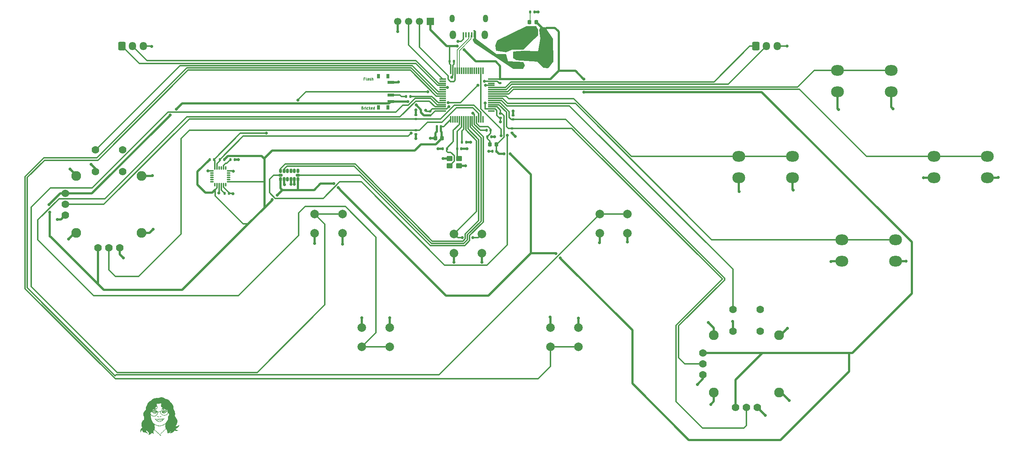
<source format=gtl>
%TF.GenerationSoftware,KiCad,Pcbnew,9.0.7*%
%TF.CreationDate,2026-01-18T23:39:18-08:00*%
%TF.ProjectId,STM32_HID_controller,53544d33-325f-4484-9944-5f636f6e7472,rev?*%
%TF.SameCoordinates,Original*%
%TF.FileFunction,Copper,L1,Top*%
%TF.FilePolarity,Positive*%
%FSLAX46Y46*%
G04 Gerber Fmt 4.6, Leading zero omitted, Abs format (unit mm)*
G04 Created by KiCad (PCBNEW 9.0.7) date 2026-01-18 23:39:18*
%MOMM*%
%LPD*%
G01*
G04 APERTURE LIST*
G04 Aperture macros list*
%AMRoundRect*
0 Rectangle with rounded corners*
0 $1 Rounding radius*
0 $2 $3 $4 $5 $6 $7 $8 $9 X,Y pos of 4 corners*
0 Add a 4 corners polygon primitive as box body*
4,1,4,$2,$3,$4,$5,$6,$7,$8,$9,$2,$3,0*
0 Add four circle primitives for the rounded corners*
1,1,$1+$1,$2,$3*
1,1,$1+$1,$4,$5*
1,1,$1+$1,$6,$7*
1,1,$1+$1,$8,$9*
0 Add four rect primitives between the rounded corners*
20,1,$1+$1,$2,$3,$4,$5,0*
20,1,$1+$1,$4,$5,$6,$7,0*
20,1,$1+$1,$6,$7,$8,$9,0*
20,1,$1+$1,$8,$9,$2,$3,0*%
G04 Aperture macros list end*
%ADD10C,0.150000*%
%TA.AperFunction,NonConductor*%
%ADD11C,0.150000*%
%TD*%
%TA.AperFunction,EtchedComponent*%
%ADD12C,0.000000*%
%TD*%
%TA.AperFunction,SMDPad,CuDef*%
%ADD13RoundRect,0.075000X-0.350000X-0.075000X0.350000X-0.075000X0.350000X0.075000X-0.350000X0.075000X0*%
%TD*%
%TA.AperFunction,SMDPad,CuDef*%
%ADD14RoundRect,0.075000X0.075000X-0.350000X0.075000X0.350000X-0.075000X0.350000X-0.075000X-0.350000X0*%
%TD*%
%TA.AperFunction,SMDPad,CuDef*%
%ADD15RoundRect,0.135000X0.135000X0.185000X-0.135000X0.185000X-0.135000X-0.185000X0.135000X-0.185000X0*%
%TD*%
%TA.AperFunction,SMDPad,CuDef*%
%ADD16RoundRect,0.135000X-0.135000X-0.185000X0.135000X-0.185000X0.135000X0.185000X-0.135000X0.185000X0*%
%TD*%
%TA.AperFunction,SMDPad,CuDef*%
%ADD17RoundRect,0.140000X-0.140000X-0.170000X0.140000X-0.170000X0.140000X0.170000X-0.140000X0.170000X0*%
%TD*%
%TA.AperFunction,HeatsinkPad*%
%ADD18O,1.150000X1.800000*%
%TD*%
%TA.AperFunction,HeatsinkPad*%
%ADD19O,1.450000X2.000000*%
%TD*%
%TA.AperFunction,SMDPad,CuDef*%
%ADD20R,0.450000X1.300000*%
%TD*%
%TA.AperFunction,SMDPad,CuDef*%
%ADD21R,1.500000X0.700000*%
%TD*%
%TA.AperFunction,SMDPad,CuDef*%
%ADD22R,0.800000X1.000000*%
%TD*%
%TA.AperFunction,SMDPad,CuDef*%
%ADD23RoundRect,0.075000X0.700000X-0.075000X0.700000X0.075000X-0.700000X0.075000X-0.700000X-0.075000X0*%
%TD*%
%TA.AperFunction,SMDPad,CuDef*%
%ADD24RoundRect,0.075000X0.075000X-0.700000X0.075000X0.700000X-0.075000X0.700000X-0.075000X-0.700000X0*%
%TD*%
%TA.AperFunction,ComponentPad*%
%ADD25C,1.778000*%
%TD*%
%TA.AperFunction,ComponentPad*%
%ADD26C,2.286000*%
%TD*%
%TA.AperFunction,SMDPad,CuDef*%
%ADD27RoundRect,0.140000X0.170000X-0.140000X0.170000X0.140000X-0.170000X0.140000X-0.170000X-0.140000X0*%
%TD*%
%TA.AperFunction,SMDPad,CuDef*%
%ADD28RoundRect,0.140000X0.140000X0.170000X-0.140000X0.170000X-0.140000X-0.170000X0.140000X-0.170000X0*%
%TD*%
%TA.AperFunction,SMDPad,CuDef*%
%ADD29RoundRect,0.140000X-0.170000X0.140000X-0.170000X-0.140000X0.170000X-0.140000X0.170000X0.140000X0*%
%TD*%
%TA.AperFunction,ComponentPad*%
%ADD30RoundRect,0.250000X-0.600000X-0.725000X0.600000X-0.725000X0.600000X0.725000X-0.600000X0.725000X0*%
%TD*%
%TA.AperFunction,ComponentPad*%
%ADD31O,1.700000X1.950000*%
%TD*%
%TA.AperFunction,SMDPad,CuDef*%
%ADD32RoundRect,0.375000X-0.625000X-0.375000X0.625000X-0.375000X0.625000X0.375000X-0.625000X0.375000X0*%
%TD*%
%TA.AperFunction,SMDPad,CuDef*%
%ADD33RoundRect,0.500000X-0.500000X-1.400000X0.500000X-1.400000X0.500000X1.400000X-0.500000X1.400000X0*%
%TD*%
%TA.AperFunction,ComponentPad*%
%ADD34C,2.000000*%
%TD*%
%TA.AperFunction,SMDPad,CuDef*%
%ADD35RoundRect,0.250000X0.475000X-0.250000X0.475000X0.250000X-0.475000X0.250000X-0.475000X-0.250000X0*%
%TD*%
%TA.AperFunction,SMDPad,CuDef*%
%ADD36RoundRect,0.150000X0.150000X-0.325000X0.150000X0.325000X-0.150000X0.325000X-0.150000X-0.325000X0*%
%TD*%
%TA.AperFunction,SMDPad,CuDef*%
%ADD37RoundRect,0.150000X0.325000X-0.150000X0.325000X0.150000X-0.325000X0.150000X-0.325000X-0.150000X0*%
%TD*%
%TA.AperFunction,ComponentPad*%
%ADD38O,3.000000X2.500000*%
%TD*%
%TA.AperFunction,SMDPad,CuDef*%
%ADD39RoundRect,0.218750X-0.218750X-0.256250X0.218750X-0.256250X0.218750X0.256250X-0.218750X0.256250X0*%
%TD*%
%TA.AperFunction,SMDPad,CuDef*%
%ADD40RoundRect,0.225000X0.225000X0.250000X-0.225000X0.250000X-0.225000X-0.250000X0.225000X-0.250000X0*%
%TD*%
%TA.AperFunction,SMDPad,CuDef*%
%ADD41RoundRect,0.250000X-0.450000X-0.350000X0.450000X-0.350000X0.450000X0.350000X-0.450000X0.350000X0*%
%TD*%
%TA.AperFunction,ComponentPad*%
%ADD42R,1.700000X1.700000*%
%TD*%
%TA.AperFunction,ComponentPad*%
%ADD43C,1.700000*%
%TD*%
%TA.AperFunction,SMDPad,CuDef*%
%ADD44RoundRect,0.250000X0.250000X0.475000X-0.250000X0.475000X-0.250000X-0.475000X0.250000X-0.475000X0*%
%TD*%
%TA.AperFunction,ViaPad*%
%ADD45C,0.700000*%
%TD*%
%TA.AperFunction,Conductor*%
%ADD46C,0.300000*%
%TD*%
%TA.AperFunction,Conductor*%
%ADD47C,0.500000*%
%TD*%
%TA.AperFunction,Conductor*%
%ADD48C,0.200000*%
%TD*%
G04 APERTURE END LIST*
D10*
D11*
X129791541Y-33604485D02*
X129591541Y-33604485D01*
X129591541Y-33918771D02*
X129591541Y-33318771D01*
X129591541Y-33318771D02*
X129877255Y-33318771D01*
X130191541Y-33918771D02*
X130134398Y-33890200D01*
X130134398Y-33890200D02*
X130105827Y-33833057D01*
X130105827Y-33833057D02*
X130105827Y-33318771D01*
X130677256Y-33918771D02*
X130677256Y-33604485D01*
X130677256Y-33604485D02*
X130648684Y-33547342D01*
X130648684Y-33547342D02*
X130591541Y-33518771D01*
X130591541Y-33518771D02*
X130477256Y-33518771D01*
X130477256Y-33518771D02*
X130420113Y-33547342D01*
X130677256Y-33890200D02*
X130620113Y-33918771D01*
X130620113Y-33918771D02*
X130477256Y-33918771D01*
X130477256Y-33918771D02*
X130420113Y-33890200D01*
X130420113Y-33890200D02*
X130391541Y-33833057D01*
X130391541Y-33833057D02*
X130391541Y-33775914D01*
X130391541Y-33775914D02*
X130420113Y-33718771D01*
X130420113Y-33718771D02*
X130477256Y-33690200D01*
X130477256Y-33690200D02*
X130620113Y-33690200D01*
X130620113Y-33690200D02*
X130677256Y-33661628D01*
X130934398Y-33890200D02*
X130991541Y-33918771D01*
X130991541Y-33918771D02*
X131105827Y-33918771D01*
X131105827Y-33918771D02*
X131162970Y-33890200D01*
X131162970Y-33890200D02*
X131191541Y-33833057D01*
X131191541Y-33833057D02*
X131191541Y-33804485D01*
X131191541Y-33804485D02*
X131162970Y-33747342D01*
X131162970Y-33747342D02*
X131105827Y-33718771D01*
X131105827Y-33718771D02*
X131020113Y-33718771D01*
X131020113Y-33718771D02*
X130962970Y-33690200D01*
X130962970Y-33690200D02*
X130934398Y-33633057D01*
X130934398Y-33633057D02*
X130934398Y-33604485D01*
X130934398Y-33604485D02*
X130962970Y-33547342D01*
X130962970Y-33547342D02*
X131020113Y-33518771D01*
X131020113Y-33518771D02*
X131105827Y-33518771D01*
X131105827Y-33518771D02*
X131162970Y-33547342D01*
X131448684Y-33918771D02*
X131448684Y-33318771D01*
X131705827Y-33918771D02*
X131705827Y-33604485D01*
X131705827Y-33604485D02*
X131677255Y-33547342D01*
X131677255Y-33547342D02*
X131620112Y-33518771D01*
X131620112Y-33518771D02*
X131534398Y-33518771D01*
X131534398Y-33518771D02*
X131477255Y-33547342D01*
X131477255Y-33547342D02*
X131448684Y-33575914D01*
D10*
D11*
X129241541Y-40404485D02*
X129327255Y-40433057D01*
X129327255Y-40433057D02*
X129355826Y-40461628D01*
X129355826Y-40461628D02*
X129384398Y-40518771D01*
X129384398Y-40518771D02*
X129384398Y-40604485D01*
X129384398Y-40604485D02*
X129355826Y-40661628D01*
X129355826Y-40661628D02*
X129327255Y-40690200D01*
X129327255Y-40690200D02*
X129270112Y-40718771D01*
X129270112Y-40718771D02*
X129041541Y-40718771D01*
X129041541Y-40718771D02*
X129041541Y-40118771D01*
X129041541Y-40118771D02*
X129241541Y-40118771D01*
X129241541Y-40118771D02*
X129298684Y-40147342D01*
X129298684Y-40147342D02*
X129327255Y-40175914D01*
X129327255Y-40175914D02*
X129355826Y-40233057D01*
X129355826Y-40233057D02*
X129355826Y-40290200D01*
X129355826Y-40290200D02*
X129327255Y-40347342D01*
X129327255Y-40347342D02*
X129298684Y-40375914D01*
X129298684Y-40375914D02*
X129241541Y-40404485D01*
X129241541Y-40404485D02*
X129041541Y-40404485D01*
X129641541Y-40718771D02*
X129641541Y-40318771D01*
X129641541Y-40433057D02*
X129670112Y-40375914D01*
X129670112Y-40375914D02*
X129698684Y-40347342D01*
X129698684Y-40347342D02*
X129755826Y-40318771D01*
X129755826Y-40318771D02*
X129812969Y-40318771D01*
X130012970Y-40718771D02*
X130012970Y-40318771D01*
X130012970Y-40118771D02*
X129984398Y-40147342D01*
X129984398Y-40147342D02*
X130012970Y-40175914D01*
X130012970Y-40175914D02*
X130041541Y-40147342D01*
X130041541Y-40147342D02*
X130012970Y-40118771D01*
X130012970Y-40118771D02*
X130012970Y-40175914D01*
X130555827Y-40690200D02*
X130498684Y-40718771D01*
X130498684Y-40718771D02*
X130384398Y-40718771D01*
X130384398Y-40718771D02*
X130327255Y-40690200D01*
X130327255Y-40690200D02*
X130298684Y-40661628D01*
X130298684Y-40661628D02*
X130270112Y-40604485D01*
X130270112Y-40604485D02*
X130270112Y-40433057D01*
X130270112Y-40433057D02*
X130298684Y-40375914D01*
X130298684Y-40375914D02*
X130327255Y-40347342D01*
X130327255Y-40347342D02*
X130384398Y-40318771D01*
X130384398Y-40318771D02*
X130498684Y-40318771D01*
X130498684Y-40318771D02*
X130555827Y-40347342D01*
X130812970Y-40718771D02*
X130812970Y-40118771D01*
X130870113Y-40490200D02*
X131041541Y-40718771D01*
X131041541Y-40318771D02*
X130812970Y-40547342D01*
X131527255Y-40690200D02*
X131470112Y-40718771D01*
X131470112Y-40718771D02*
X131355827Y-40718771D01*
X131355827Y-40718771D02*
X131298684Y-40690200D01*
X131298684Y-40690200D02*
X131270112Y-40633057D01*
X131270112Y-40633057D02*
X131270112Y-40404485D01*
X131270112Y-40404485D02*
X131298684Y-40347342D01*
X131298684Y-40347342D02*
X131355827Y-40318771D01*
X131355827Y-40318771D02*
X131470112Y-40318771D01*
X131470112Y-40318771D02*
X131527255Y-40347342D01*
X131527255Y-40347342D02*
X131555827Y-40404485D01*
X131555827Y-40404485D02*
X131555827Y-40461628D01*
X131555827Y-40461628D02*
X131270112Y-40518771D01*
X132070113Y-40718771D02*
X132070113Y-40118771D01*
X132070113Y-40690200D02*
X132012970Y-40718771D01*
X132012970Y-40718771D02*
X131898684Y-40718771D01*
X131898684Y-40718771D02*
X131841541Y-40690200D01*
X131841541Y-40690200D02*
X131812970Y-40661628D01*
X131812970Y-40661628D02*
X131784398Y-40604485D01*
X131784398Y-40604485D02*
X131784398Y-40433057D01*
X131784398Y-40433057D02*
X131812970Y-40375914D01*
X131812970Y-40375914D02*
X131841541Y-40347342D01*
X131841541Y-40347342D02*
X131898684Y-40318771D01*
X131898684Y-40318771D02*
X132012970Y-40318771D01*
X132012970Y-40318771D02*
X132070113Y-40347342D01*
D12*
%TA.AperFunction,EtchedComponent*%
%TO.C,G\u002A\u002A\u002A*%
G36*
X80840353Y-111406377D02*
G01*
X80849571Y-111410787D01*
X80849846Y-111411800D01*
X80856510Y-111418694D01*
X80872976Y-111426556D01*
X80877352Y-111428092D01*
X80905630Y-111444154D01*
X80921167Y-111468919D01*
X80923509Y-111501409D01*
X80919858Y-111519300D01*
X80903803Y-111554003D01*
X80880107Y-111576051D01*
X80851201Y-111584756D01*
X80819515Y-111579427D01*
X80787481Y-111559377D01*
X80785329Y-111557442D01*
X80768286Y-111540404D01*
X80759548Y-111525500D01*
X80756377Y-111506130D01*
X80756003Y-111486742D01*
X80760947Y-111448174D01*
X80775728Y-111421676D01*
X80800273Y-111407341D01*
X80822119Y-111404586D01*
X80840353Y-111406377D01*
G37*
%TD.AperFunction*%
%TA.AperFunction,EtchedComponent*%
G36*
X81438489Y-112353578D02*
G01*
X81517890Y-112365396D01*
X81585264Y-112383256D01*
X81643441Y-112408309D01*
X81695249Y-112441707D01*
X81731616Y-112472913D01*
X81756072Y-112497085D01*
X81770817Y-112514669D01*
X81778134Y-112529116D01*
X81780307Y-112543878D01*
X81780329Y-112546544D01*
X81778691Y-112567420D01*
X81774865Y-112581645D01*
X81774464Y-112582310D01*
X81755732Y-112597607D01*
X81726032Y-112606824D01*
X81700379Y-112608897D01*
X81676152Y-112606676D01*
X81656518Y-112597933D01*
X81636321Y-112581526D01*
X81616478Y-112565758D01*
X81598976Y-112555866D01*
X81592149Y-112554155D01*
X81574468Y-112551284D01*
X81555986Y-112545362D01*
X81532381Y-112535860D01*
X81514562Y-112528675D01*
X81493211Y-112520147D01*
X81479371Y-112514708D01*
X81465272Y-112508612D01*
X81441509Y-112497733D01*
X81412498Y-112484101D01*
X81403125Y-112479632D01*
X81373687Y-112465139D01*
X81355716Y-112454557D01*
X81346406Y-112445401D01*
X81342953Y-112435183D01*
X81342518Y-112425911D01*
X81347034Y-112404251D01*
X81362363Y-112382868D01*
X81370063Y-112375212D01*
X81387658Y-112359967D01*
X81402442Y-112352976D01*
X81421359Y-112352045D01*
X81438489Y-112353578D01*
G37*
%TD.AperFunction*%
%TA.AperFunction,EtchedComponent*%
G36*
X82245709Y-112316006D02*
G01*
X82279811Y-112317585D01*
X82302128Y-112320049D01*
X82316515Y-112324407D01*
X82326827Y-112331667D01*
X82333687Y-112339019D01*
X82348154Y-112360571D01*
X82348885Y-112378550D01*
X82335712Y-112397160D01*
X82331195Y-112401512D01*
X82311469Y-112414681D01*
X82282206Y-112428578D01*
X82249230Y-112440984D01*
X82218364Y-112449678D01*
X82197535Y-112452493D01*
X82183202Y-112458230D01*
X82159686Y-112475575D01*
X82126732Y-112504730D01*
X82099532Y-112530695D01*
X82062191Y-112566025D01*
X82033280Y-112590381D01*
X82011009Y-112604627D01*
X81993586Y-112609629D01*
X81979223Y-112606251D01*
X81966127Y-112595359D01*
X81965980Y-112595197D01*
X81947881Y-112565434D01*
X81937991Y-112528066D01*
X81936853Y-112510658D01*
X81940834Y-112488225D01*
X81954365Y-112464840D01*
X81966069Y-112450560D01*
X81995172Y-112418080D01*
X82016577Y-112396139D01*
X82032373Y-112383076D01*
X82044647Y-112377231D01*
X82055488Y-112376941D01*
X82057935Y-112377469D01*
X82074372Y-112376904D01*
X82093052Y-112365577D01*
X82102255Y-112357451D01*
X82126632Y-112337312D01*
X82151056Y-112324418D01*
X82179777Y-112317542D01*
X82217047Y-112315455D01*
X82245709Y-112316006D01*
G37*
%TD.AperFunction*%
%TA.AperFunction,EtchedComponent*%
G36*
X83290568Y-115371412D02*
G01*
X83307476Y-115383112D01*
X83322014Y-115406411D01*
X83325844Y-115429543D01*
X83318398Y-115447949D01*
X83315840Y-115450389D01*
X83304601Y-115460343D01*
X83284863Y-115478412D01*
X83259487Y-115501961D01*
X83233458Y-115526348D01*
X83203168Y-115554266D01*
X83181393Y-115572579D01*
X83165756Y-115582908D01*
X83153883Y-115586875D01*
X83145346Y-115586530D01*
X83136849Y-115586462D01*
X83126666Y-115590324D01*
X83113070Y-115599494D01*
X83094335Y-115615352D01*
X83068738Y-115639277D01*
X83034550Y-115672648D01*
X83021771Y-115685293D01*
X82979204Y-115727128D01*
X82929956Y-115774937D01*
X82878838Y-115824084D01*
X82830661Y-115869935D01*
X82807625Y-115891632D01*
X82767585Y-115929593D01*
X82738124Y-115958637D01*
X82718029Y-115980123D01*
X82706085Y-115995408D01*
X82701078Y-116005850D01*
X82701020Y-116010887D01*
X82702310Y-116019466D01*
X82700380Y-116028003D01*
X82693686Y-116038050D01*
X82680679Y-116051156D01*
X82659814Y-116068872D01*
X82629545Y-116092750D01*
X82588325Y-116124338D01*
X82586452Y-116125764D01*
X82547852Y-116156100D01*
X82508386Y-116188774D01*
X82469941Y-116222043D01*
X82434408Y-116254160D01*
X82403675Y-116283380D01*
X82379633Y-116307956D01*
X82364169Y-116326144D01*
X82359144Y-116335791D01*
X82352412Y-116350075D01*
X82336110Y-116362865D01*
X82316079Y-116369996D01*
X82310599Y-116370412D01*
X82293516Y-116376757D01*
X82270231Y-116394424D01*
X82242650Y-116421359D01*
X82212676Y-116455507D01*
X82182214Y-116494814D01*
X82153170Y-116537228D01*
X82147384Y-116546411D01*
X82122315Y-116584144D01*
X82101648Y-116608341D01*
X82083815Y-116619921D01*
X82067251Y-116619806D01*
X82050389Y-116608914D01*
X82046809Y-116605491D01*
X82034450Y-116589540D01*
X82031971Y-116573175D01*
X82039389Y-116551753D01*
X82047053Y-116537268D01*
X82089558Y-116467943D01*
X82137613Y-116402358D01*
X82193435Y-116337941D01*
X82259242Y-116272118D01*
X82331773Y-116207021D01*
X82369958Y-116173497D01*
X82413476Y-116134253D01*
X82456537Y-116094562D01*
X82488177Y-116064673D01*
X82522986Y-116031445D01*
X82559699Y-115996690D01*
X82593911Y-115964563D01*
X82620855Y-115939550D01*
X82664568Y-115899220D01*
X82697996Y-115867938D01*
X82722481Y-115844292D01*
X82739365Y-115826866D01*
X82749988Y-115814249D01*
X82755694Y-115805028D01*
X82757823Y-115797788D01*
X82757974Y-115795124D01*
X82764777Y-115775077D01*
X82781311Y-115759007D01*
X82801285Y-115752616D01*
X82811383Y-115747261D01*
X82830757Y-115732157D01*
X82857754Y-115708744D01*
X82890721Y-115678461D01*
X82928008Y-115642750D01*
X82933613Y-115637268D01*
X82971518Y-115600413D01*
X83008296Y-115565236D01*
X83041545Y-115533987D01*
X83068866Y-115508920D01*
X83087859Y-115492286D01*
X83089864Y-115490639D01*
X83115047Y-115470096D01*
X83139289Y-115450073D01*
X83152425Y-115439060D01*
X83198044Y-115403274D01*
X83235772Y-115380252D01*
X83266362Y-115369722D01*
X83290568Y-115371412D01*
G37*
%TD.AperFunction*%
%TA.AperFunction,EtchedComponent*%
G36*
X82809080Y-111029322D02*
G01*
X82823420Y-111031923D01*
X82849437Y-111034094D01*
X82883167Y-111035579D01*
X82913403Y-111036100D01*
X82949212Y-111036652D01*
X82979275Y-111037786D01*
X83000129Y-111039328D01*
X83008053Y-111040844D01*
X83017755Y-111039640D01*
X83019871Y-111037165D01*
X83033130Y-111030189D01*
X83059180Y-111030076D01*
X83096882Y-111036584D01*
X83145093Y-111049474D01*
X83202670Y-111068505D01*
X83246736Y-111084889D01*
X83271958Y-111092833D01*
X83293469Y-111096529D01*
X83301779Y-111096158D01*
X83320379Y-111096800D01*
X83338002Y-111102832D01*
X83349351Y-111107151D01*
X83364514Y-111109264D01*
X83386541Y-111109189D01*
X83418480Y-111106940D01*
X83454676Y-111103436D01*
X83492734Y-111099945D01*
X83525774Y-111097702D01*
X83550332Y-111096889D01*
X83562942Y-111097687D01*
X83563127Y-111097748D01*
X83587242Y-111112034D01*
X83600019Y-111131876D01*
X83600306Y-111153682D01*
X83587442Y-111173413D01*
X83576582Y-111189219D01*
X83581196Y-111203019D01*
X83601305Y-111214861D01*
X83609112Y-111217636D01*
X83632452Y-111226697D01*
X83651565Y-111236507D01*
X83653171Y-111237565D01*
X83672774Y-111245649D01*
X83690831Y-111248183D01*
X83717644Y-111252614D01*
X83741476Y-111263849D01*
X83752974Y-111274769D01*
X83757061Y-111288197D01*
X83758839Y-111308437D01*
X83758839Y-111308514D01*
X83756571Y-111326047D01*
X83747844Y-111338131D01*
X83730073Y-111346245D01*
X83700673Y-111351869D01*
X83678559Y-111354442D01*
X83650275Y-111356818D01*
X83632611Y-111356096D01*
X83620695Y-111351326D01*
X83609653Y-111341558D01*
X83608993Y-111340877D01*
X83592023Y-111328200D01*
X83563472Y-111312012D01*
X83526612Y-111293702D01*
X83484714Y-111274659D01*
X83441050Y-111256274D01*
X83398891Y-111239935D01*
X83361510Y-111227033D01*
X83332176Y-111218957D01*
X83317130Y-111216902D01*
X83292814Y-111212418D01*
X83273206Y-111202742D01*
X83245685Y-111186946D01*
X83214936Y-111176979D01*
X83186399Y-111174088D01*
X83167327Y-111178447D01*
X83153676Y-111187894D01*
X83148984Y-111194680D01*
X83151861Y-111205954D01*
X83159244Y-111226843D01*
X83169256Y-111252683D01*
X83180022Y-111278811D01*
X83189667Y-111300561D01*
X83196314Y-111313270D01*
X83197070Y-111314263D01*
X83201061Y-111326753D01*
X83203162Y-111349941D01*
X83203436Y-111379007D01*
X83201947Y-111409131D01*
X83198761Y-111435492D01*
X83195263Y-111449987D01*
X83188484Y-111473450D01*
X83188871Y-111485522D01*
X83197067Y-111486067D01*
X83213711Y-111474947D01*
X83239445Y-111452025D01*
X83254690Y-111437306D01*
X83313108Y-111381674D01*
X83362384Y-111338445D01*
X83402713Y-111307474D01*
X83434291Y-111288616D01*
X83457314Y-111281727D01*
X83464304Y-111282324D01*
X83480545Y-111292865D01*
X83494349Y-111311914D01*
X83500834Y-111332531D01*
X83500892Y-111334345D01*
X83495271Y-111344005D01*
X83480010Y-111361315D01*
X83457514Y-111383948D01*
X83430188Y-111409575D01*
X83400438Y-111435869D01*
X83370668Y-111460503D01*
X83369904Y-111461109D01*
X83347026Y-111480012D01*
X83329879Y-111495637D01*
X83321433Y-111505233D01*
X83321028Y-111506395D01*
X83314921Y-111515450D01*
X83298399Y-111530981D01*
X83274163Y-111550938D01*
X83244911Y-111573275D01*
X83213344Y-111595943D01*
X83182160Y-111616894D01*
X83154059Y-111634079D01*
X83148984Y-111636919D01*
X83088734Y-111666172D01*
X83029057Y-111688097D01*
X82973050Y-111701855D01*
X82923809Y-111706605D01*
X82898737Y-111704773D01*
X82881808Y-111701156D01*
X82855247Y-111694499D01*
X82824434Y-111686158D01*
X82820535Y-111685060D01*
X82760731Y-111667838D01*
X82713035Y-111653025D01*
X82674405Y-111639135D01*
X82641802Y-111624680D01*
X82612186Y-111608173D01*
X82582517Y-111588127D01*
X82549755Y-111563054D01*
X82517152Y-111536636D01*
X82479460Y-111503619D01*
X82453330Y-111475109D01*
X82436589Y-111448132D01*
X82427064Y-111419713D01*
X82425396Y-111411107D01*
X82421353Y-111392069D01*
X82417550Y-111381740D01*
X82416719Y-111381126D01*
X82408024Y-111384366D01*
X82391543Y-111392286D01*
X82389194Y-111393493D01*
X82359997Y-111401757D01*
X82334322Y-111395718D01*
X82316024Y-111378147D01*
X82309131Y-111356019D01*
X82313684Y-111333840D01*
X82324849Y-111321272D01*
X82514920Y-111321272D01*
X82517455Y-111323559D01*
X82534089Y-111339992D01*
X82542112Y-111361311D01*
X82539283Y-111380612D01*
X82533858Y-111391358D01*
X82532743Y-111399771D01*
X82537480Y-111409721D01*
X82549611Y-111425078D01*
X82563448Y-111441257D01*
X82580589Y-111458483D01*
X82604478Y-111479020D01*
X82631726Y-111500363D01*
X82658943Y-111520008D01*
X82682737Y-111535450D01*
X82699719Y-111544186D01*
X82704247Y-111545262D01*
X82703099Y-111538846D01*
X82696047Y-111521492D01*
X82684360Y-111496159D01*
X82674932Y-111476923D01*
X82655011Y-111431479D01*
X82639192Y-111385550D01*
X82742333Y-111385550D01*
X82745682Y-111408276D01*
X82757062Y-111431124D01*
X82778477Y-111457525D01*
X82793286Y-111472843D01*
X82822272Y-111498390D01*
X82850891Y-111514713D01*
X82885309Y-111524765D01*
X82910467Y-111528898D01*
X82954691Y-111528774D01*
X83002259Y-111518646D01*
X83046303Y-111500354D01*
X83067331Y-111486878D01*
X83087108Y-111467063D01*
X83093530Y-111445900D01*
X83087146Y-111419860D01*
X83080068Y-111405284D01*
X83064011Y-111384399D01*
X83044429Y-111376566D01*
X83024300Y-111368858D01*
X83007205Y-111354241D01*
X82993398Y-111340319D01*
X82981692Y-111334216D01*
X82981336Y-111334205D01*
X82968143Y-111329812D01*
X82952578Y-111320216D01*
X82931424Y-111309900D01*
X82906662Y-111304683D01*
X82906557Y-111304677D01*
X82889243Y-111304005D01*
X82886232Y-111305589D01*
X82896226Y-111310596D01*
X82898737Y-111311701D01*
X82920740Y-111320994D01*
X82935470Y-111326884D01*
X82952506Y-111338312D01*
X82965500Y-111353102D01*
X82973361Y-111368860D01*
X82973512Y-111385028D01*
X82968804Y-111402334D01*
X82957868Y-111430274D01*
X82944057Y-111448410D01*
X82922321Y-111462347D01*
X82909193Y-111468484D01*
X82877426Y-111477609D01*
X82851108Y-111472951D01*
X82827110Y-111453723D01*
X82820924Y-111446316D01*
X82807884Y-111417686D01*
X82809362Y-111383845D01*
X82816326Y-111363385D01*
X82818811Y-111354288D01*
X82812252Y-111353747D01*
X82801368Y-111357519D01*
X82778409Y-111363635D01*
X82761375Y-111365485D01*
X82746971Y-111368728D01*
X82742434Y-111381465D01*
X82742333Y-111385550D01*
X82639192Y-111385550D01*
X82637951Y-111381946D01*
X82625185Y-111333368D01*
X82623499Y-111323171D01*
X82837832Y-111323171D01*
X82840460Y-111323185D01*
X82851816Y-111317936D01*
X82867279Y-111310149D01*
X82874625Y-111305775D01*
X82876607Y-111301850D01*
X82869428Y-111303271D01*
X82857912Y-111308387D01*
X82847446Y-111315086D01*
X82837832Y-111323171D01*
X82623499Y-111323171D01*
X82618143Y-111290790D01*
X82617217Y-111273598D01*
X82615854Y-111261958D01*
X82610255Y-111257522D01*
X82598131Y-111260755D01*
X82577197Y-111272122D01*
X82554102Y-111286413D01*
X82529116Y-111303142D01*
X82516554Y-111314256D01*
X82514920Y-111321272D01*
X82324849Y-111321272D01*
X82328051Y-111317667D01*
X82332980Y-111315273D01*
X82349331Y-111307127D01*
X82373829Y-111292638D01*
X82403867Y-111273596D01*
X82436836Y-111251791D01*
X82459362Y-111236379D01*
X82764477Y-111236379D01*
X82765109Y-111239358D01*
X82777869Y-111234306D01*
X82790423Y-111228028D01*
X82810818Y-111221563D01*
X82841474Y-111216419D01*
X82877242Y-111212953D01*
X82912976Y-111211522D01*
X82943528Y-111212482D01*
X82963371Y-111216045D01*
X82983255Y-111221948D01*
X83007668Y-111227425D01*
X83009120Y-111227694D01*
X83027569Y-111230339D01*
X83034634Y-111227200D01*
X83034259Y-111215606D01*
X83033487Y-111211193D01*
X83027220Y-111189194D01*
X83015802Y-111177406D01*
X82995092Y-111172774D01*
X82980631Y-111172197D01*
X82955696Y-111169421D01*
X82936007Y-111163010D01*
X82931593Y-111160113D01*
X82915976Y-111152302D01*
X82892111Y-111146141D01*
X82881142Y-111144565D01*
X82858546Y-111142954D01*
X82847487Y-111145133D01*
X82844098Y-111152175D01*
X82843996Y-111154871D01*
X82838246Y-111166600D01*
X82823117Y-111184017D01*
X82801792Y-111203492D01*
X82800268Y-111204742D01*
X82776140Y-111224973D01*
X82764477Y-111236379D01*
X82459362Y-111236379D01*
X82470129Y-111229012D01*
X82501139Y-111207051D01*
X82527257Y-111187696D01*
X82545876Y-111172738D01*
X82554388Y-111163967D01*
X82554649Y-111163114D01*
X82559964Y-111152259D01*
X82573996Y-111134478D01*
X82593876Y-111113351D01*
X82596969Y-111110325D01*
X82639477Y-111077061D01*
X82685761Y-111054597D01*
X82731761Y-111044826D01*
X82737887Y-111044580D01*
X82757044Y-111040592D01*
X82773283Y-111033661D01*
X82797127Y-111027179D01*
X82809080Y-111029322D01*
G37*
%TD.AperFunction*%
%TA.AperFunction,EtchedComponent*%
G36*
X82984042Y-112860093D02*
G01*
X82999059Y-112878874D01*
X83006396Y-112899261D01*
X83005710Y-112915797D01*
X82995606Y-112933210D01*
X82976939Y-112953919D01*
X82959965Y-112972374D01*
X82948605Y-112986573D01*
X82945658Y-112992138D01*
X82939298Y-112999045D01*
X82923577Y-113008524D01*
X82919300Y-113010632D01*
X82898816Y-113024030D01*
X82875899Y-113044281D01*
X82864544Y-113056489D01*
X82815573Y-113110800D01*
X82773216Y-113150944D01*
X82768916Y-113154532D01*
X82749931Y-113173308D01*
X82727944Y-113199765D01*
X82705831Y-113229830D01*
X82686471Y-113259428D01*
X82672744Y-113284487D01*
X82667976Y-113297372D01*
X82658875Y-113317178D01*
X82645900Y-113329609D01*
X82619113Y-113349911D01*
X82589918Y-113383126D01*
X82572871Y-113407162D01*
X82545892Y-113439564D01*
X82517124Y-113457211D01*
X82492591Y-113461298D01*
X82474507Y-113465398D01*
X82451666Y-113475836D01*
X82428512Y-113489819D01*
X82409491Y-113504551D01*
X82399050Y-113517241D01*
X82398245Y-113520584D01*
X82391192Y-113529723D01*
X82371708Y-113542481D01*
X82342305Y-113557860D01*
X82305497Y-113574863D01*
X82263795Y-113592492D01*
X82219712Y-113609748D01*
X82175761Y-113625636D01*
X82134454Y-113639156D01*
X82098304Y-113649311D01*
X82069823Y-113655104D01*
X82057044Y-113656066D01*
X82032829Y-113655554D01*
X82006796Y-113654829D01*
X81982864Y-113657812D01*
X81954582Y-113666380D01*
X81942826Y-113671445D01*
X81910683Y-113682268D01*
X81869614Y-113689605D01*
X81826068Y-113692834D01*
X81786496Y-113691331D01*
X81768719Y-113688251D01*
X81749696Y-113684248D01*
X81720906Y-113678999D01*
X81688057Y-113673536D01*
X81682697Y-113672694D01*
X81651356Y-113667754D01*
X81624703Y-113663438D01*
X81607592Y-113660535D01*
X81605597Y-113660166D01*
X81586898Y-113654374D01*
X81564549Y-113644536D01*
X81543235Y-113633135D01*
X81527646Y-113622652D01*
X81522383Y-113616093D01*
X81516114Y-113611520D01*
X81505330Y-113612517D01*
X81490968Y-113610837D01*
X81466348Y-113602526D01*
X81434553Y-113589121D01*
X81398664Y-113572155D01*
X81361766Y-113553163D01*
X81326939Y-113533680D01*
X81297267Y-113515240D01*
X81275832Y-113499378D01*
X81273053Y-113496883D01*
X81195213Y-113427800D01*
X81155445Y-113396677D01*
X81319299Y-113396677D01*
X81325667Y-113405734D01*
X81341682Y-113415692D01*
X81345629Y-113417450D01*
X81365155Y-113427796D01*
X81378005Y-113438525D01*
X81378865Y-113439784D01*
X81398031Y-113458832D01*
X81427931Y-113473209D01*
X81460018Y-113480196D01*
X81478887Y-113483813D01*
X81509393Y-113491496D01*
X81548340Y-113502359D01*
X81592529Y-113515516D01*
X81630350Y-113527370D01*
X81674583Y-113541315D01*
X81714366Y-113553400D01*
X81747032Y-113562852D01*
X81769911Y-113568896D01*
X81779932Y-113570781D01*
X81796805Y-113576443D01*
X81803910Y-113582511D01*
X81812748Y-113589837D01*
X81825594Y-113593154D01*
X81845030Y-113592293D01*
X81873639Y-113587085D01*
X81914005Y-113577361D01*
X81924770Y-113574586D01*
X81960822Y-113564746D01*
X81994427Y-113554748D01*
X82020505Y-113546138D01*
X82029244Y-113542790D01*
X82053063Y-113535278D01*
X82074120Y-113536390D01*
X82085748Y-113539695D01*
X82100560Y-113543475D01*
X82115086Y-113543649D01*
X82133419Y-113539458D01*
X82159650Y-113530142D01*
X82179590Y-113522293D01*
X82223180Y-113502182D01*
X82274484Y-113474184D01*
X82329490Y-113440763D01*
X82384187Y-113404382D01*
X82434560Y-113367503D01*
X82444662Y-113359569D01*
X82487170Y-113325696D01*
X82458670Y-113301060D01*
X82414114Y-113268761D01*
X82366655Y-113245203D01*
X82319276Y-113231188D01*
X82274962Y-113227517D01*
X82236696Y-113234995D01*
X82227855Y-113238994D01*
X82207819Y-113247096D01*
X82192450Y-113250105D01*
X82173836Y-113253803D01*
X82162828Y-113258407D01*
X82146118Y-113264001D01*
X82121115Y-113268875D01*
X82107418Y-113270576D01*
X82078369Y-113275786D01*
X82057784Y-113286482D01*
X82045926Y-113297513D01*
X82023458Y-113315287D01*
X82002576Y-113320233D01*
X81987212Y-113313024D01*
X81974567Y-113307014D01*
X81949735Y-113300200D01*
X81916111Y-113293145D01*
X81877087Y-113286412D01*
X81836060Y-113280566D01*
X81796421Y-113276169D01*
X81761565Y-113273784D01*
X81749168Y-113273517D01*
X81717447Y-113272697D01*
X81691139Y-113270638D01*
X81674637Y-113267732D01*
X81672106Y-113266663D01*
X81658980Y-113265038D01*
X81633907Y-113267564D01*
X81599833Y-113273617D01*
X81559702Y-113282570D01*
X81516462Y-113293798D01*
X81473056Y-113306675D01*
X81453490Y-113313101D01*
X81416743Y-113327557D01*
X81382053Y-113344671D01*
X81352382Y-113362597D01*
X81330692Y-113379490D01*
X81319945Y-113393507D01*
X81319299Y-113396677D01*
X81155445Y-113396677D01*
X81129654Y-113376492D01*
X81106034Y-113358029D01*
X81087138Y-113341025D01*
X81077074Y-113329183D01*
X81063575Y-113315756D01*
X81050489Y-113309811D01*
X81039918Y-113303185D01*
X81024638Y-113286872D01*
X81003834Y-113259831D01*
X80976690Y-113221021D01*
X80952082Y-113184174D01*
X80925671Y-113145055D01*
X80901303Y-113110769D01*
X80900257Y-113109389D01*
X81028396Y-113109389D01*
X81053456Y-113142625D01*
X81071728Y-113164621D01*
X81096305Y-113191128D01*
X81124806Y-113219921D01*
X81154849Y-113248776D01*
X81184054Y-113275469D01*
X81210039Y-113297775D01*
X81230423Y-113313471D01*
X81242825Y-113320331D01*
X81243842Y-113320461D01*
X81257603Y-113315102D01*
X81275823Y-113301417D01*
X81284956Y-113292546D01*
X81309943Y-113270593D01*
X81340987Y-113249703D01*
X81373389Y-113232465D01*
X81402451Y-113221470D01*
X81418634Y-113218872D01*
X81435001Y-113216758D01*
X81462144Y-113211046D01*
X81495870Y-113202685D01*
X81522277Y-113195442D01*
X81568017Y-113183758D01*
X81613608Y-113174568D01*
X81656083Y-113168226D01*
X81692475Y-113165087D01*
X81719816Y-113165506D01*
X81735139Y-113169838D01*
X81735300Y-113169965D01*
X81747578Y-113174536D01*
X81770743Y-113179134D01*
X81800071Y-113182849D01*
X81803910Y-113183203D01*
X81841348Y-113186875D01*
X81880556Y-113191284D01*
X81909482Y-113194996D01*
X81944478Y-113196415D01*
X81988255Y-113193177D01*
X82035260Y-113186182D01*
X82079936Y-113176332D01*
X82116730Y-113164530D01*
X82127843Y-113159543D01*
X82156711Y-113148985D01*
X82196480Y-113139973D01*
X82242428Y-113133261D01*
X82289836Y-113129600D01*
X82318147Y-113129197D01*
X82348900Y-113130287D01*
X82368985Y-113133378D01*
X82383362Y-113139880D01*
X82396991Y-113151201D01*
X82397573Y-113151757D01*
X82413464Y-113165555D01*
X82425032Y-113173086D01*
X82426839Y-113173552D01*
X82437280Y-113176924D01*
X82455858Y-113185333D01*
X82464716Y-113189777D01*
X82488395Y-113200356D01*
X82509539Y-113207160D01*
X82514506Y-113208053D01*
X82533462Y-113215952D01*
X82544275Y-113226256D01*
X82555117Y-113238779D01*
X82564745Y-113240062D01*
X82576269Y-113229151D01*
X82587671Y-113212925D01*
X82601729Y-113194396D01*
X82623345Y-113169013D01*
X82648935Y-113140903D01*
X82663003Y-113126188D01*
X82686358Y-113101568D01*
X82704920Y-113080755D01*
X82716356Y-113066440D01*
X82718873Y-113061753D01*
X82711407Y-113059518D01*
X82690424Y-113057576D01*
X82658047Y-113056023D01*
X82616397Y-113054957D01*
X82567597Y-113054476D01*
X82560514Y-113054461D01*
X82506992Y-113053965D01*
X82458491Y-113052689D01*
X82417711Y-113050760D01*
X82387357Y-113048302D01*
X82370874Y-113045658D01*
X82348102Y-113041011D01*
X82315857Y-113036437D01*
X82280288Y-113032779D01*
X82272333Y-113032159D01*
X82240335Y-113028884D01*
X82213632Y-113024409D01*
X82196629Y-113019532D01*
X82193812Y-113017902D01*
X82185925Y-113014652D01*
X82171406Y-113013831D01*
X82148087Y-113015602D01*
X82113798Y-113020133D01*
X82066367Y-113027589D01*
X82065829Y-113027677D01*
X82007505Y-113036828D01*
X81962347Y-113042796D01*
X81928221Y-113045653D01*
X81902995Y-113045470D01*
X81884537Y-113042320D01*
X81870713Y-113036273D01*
X81867754Y-113034334D01*
X81857851Y-113028540D01*
X81846937Y-113026259D01*
X81831136Y-113027682D01*
X81806575Y-113032999D01*
X81784966Y-113038407D01*
X81743516Y-113047351D01*
X81696876Y-113054974D01*
X81655032Y-113059649D01*
X81654434Y-113059693D01*
X81620255Y-113062822D01*
X81598055Y-113066908D01*
X81584176Y-113072933D01*
X81575809Y-113080779D01*
X81568930Y-113087566D01*
X81559023Y-113092487D01*
X81543310Y-113096057D01*
X81519012Y-113098792D01*
X81483353Y-113101209D01*
X81458506Y-113102556D01*
X81406039Y-113105723D01*
X81351553Y-113109784D01*
X81298446Y-113114417D01*
X81250116Y-113119298D01*
X81209960Y-113124104D01*
X81181377Y-113128512D01*
X81177508Y-113129284D01*
X81157617Y-113129368D01*
X81131997Y-113124451D01*
X81122767Y-113121598D01*
X81094018Y-113113957D01*
X81065058Y-113109767D01*
X81058379Y-113109503D01*
X81028396Y-113109389D01*
X80900257Y-113109389D01*
X80880589Y-113083449D01*
X80865145Y-113065229D01*
X80856953Y-113058332D01*
X80837602Y-113047289D01*
X80820679Y-113029904D01*
X80811314Y-113011842D01*
X80810745Y-113007307D01*
X80815354Y-112992311D01*
X80826492Y-112974182D01*
X80826953Y-112973591D01*
X80849053Y-112956779D01*
X80876680Y-112953454D01*
X80907385Y-112963652D01*
X80921026Y-112972276D01*
X80942649Y-112988010D01*
X80961959Y-113002114D01*
X80964813Y-113004207D01*
X80973153Y-113008672D01*
X80985768Y-113012009D01*
X81004827Y-113014385D01*
X81032498Y-113015967D01*
X81070949Y-113016923D01*
X81122349Y-113017421D01*
X81136857Y-113017491D01*
X81196484Y-113017345D01*
X81261977Y-113016531D01*
X81327471Y-113015161D01*
X81387103Y-113013350D01*
X81420720Y-113011954D01*
X81468657Y-113009539D01*
X81503500Y-113007307D01*
X81527783Y-113004829D01*
X81544041Y-113001675D01*
X81554807Y-112997418D01*
X81562617Y-112991628D01*
X81566975Y-112987200D01*
X81582001Y-112975141D01*
X81601478Y-112969654D01*
X81623287Y-112968626D01*
X81648836Y-112967670D01*
X81676693Y-112964438D01*
X81709568Y-112958383D01*
X81750172Y-112948958D01*
X81801216Y-112935616D01*
X81840478Y-112924807D01*
X81890362Y-112911363D01*
X81927527Y-112902781D01*
X81954106Y-112899023D01*
X81972235Y-112900053D01*
X81984047Y-112905831D01*
X81991676Y-112916321D01*
X81994132Y-112922086D01*
X82002989Y-112938633D01*
X82014246Y-112942743D01*
X82019354Y-112941856D01*
X82047594Y-112935649D01*
X82085494Y-112928533D01*
X82129356Y-112921073D01*
X82175480Y-112913833D01*
X82220169Y-112907374D01*
X82259723Y-112902261D01*
X82290446Y-112899056D01*
X82305716Y-112898244D01*
X82334127Y-112899579D01*
X82351250Y-112904316D01*
X82360655Y-112912654D01*
X82365781Y-112918022D01*
X82373941Y-112921871D01*
X82387519Y-112924445D01*
X82408901Y-112925989D01*
X82440469Y-112926748D01*
X82484609Y-112926968D01*
X82499907Y-112926966D01*
X82553845Y-112927503D01*
X82612297Y-112929042D01*
X82669136Y-112931365D01*
X82718236Y-112934254D01*
X82730118Y-112935164D01*
X82831296Y-112943459D01*
X82863992Y-112911077D01*
X82900611Y-112879463D01*
X82933552Y-112860255D01*
X82961726Y-112853712D01*
X82984042Y-112860093D01*
G37*
%TD.AperFunction*%
%TA.AperFunction,EtchedComponent*%
G36*
X82452314Y-107934805D02*
G01*
X82520468Y-107950420D01*
X82570289Y-107967016D01*
X82637055Y-107987863D01*
X82705748Y-108000777D01*
X82707142Y-108000943D01*
X82741447Y-108006528D01*
X82779136Y-108015181D01*
X82817278Y-108025904D01*
X82852940Y-108037698D01*
X82883192Y-108049564D01*
X82905100Y-108060503D01*
X82915733Y-108069517D01*
X82916223Y-108072159D01*
X82922076Y-108079070D01*
X82939645Y-108090639D01*
X82966300Y-108105293D01*
X82996365Y-108120045D01*
X83051231Y-108146883D01*
X83095867Y-108171983D01*
X83134924Y-108198422D01*
X83173052Y-108229275D01*
X83204251Y-108257549D01*
X83230115Y-108281080D01*
X83249775Y-108296132D01*
X83268030Y-108305342D01*
X83289680Y-108311348D01*
X83308691Y-108314929D01*
X83341800Y-108321514D01*
X83373937Y-108329238D01*
X83394188Y-108335167D01*
X83418646Y-108341893D01*
X83451487Y-108348920D01*
X83485252Y-108354671D01*
X83523344Y-108361470D01*
X83566865Y-108371117D01*
X83606405Y-108381527D01*
X83606465Y-108381545D01*
X83642656Y-108391251D01*
X83687007Y-108401813D01*
X83732247Y-108411541D01*
X83752032Y-108415397D01*
X83797239Y-108424620D01*
X83835705Y-108434842D01*
X83869803Y-108447529D01*
X83901906Y-108464148D01*
X83934387Y-108486166D01*
X83969619Y-108515050D01*
X84009975Y-108552266D01*
X84057827Y-108599281D01*
X84071136Y-108612634D01*
X84110376Y-108652430D01*
X84148226Y-108691405D01*
X84182482Y-108727244D01*
X84210940Y-108757632D01*
X84231393Y-108780254D01*
X84236895Y-108786676D01*
X84256275Y-108813109D01*
X84278492Y-108848370D01*
X84301638Y-108888840D01*
X84323806Y-108930896D01*
X84343092Y-108970916D01*
X84357588Y-109005280D01*
X84365388Y-109030366D01*
X84365511Y-109031002D01*
X84378144Y-109057845D01*
X84404941Y-109083660D01*
X84444428Y-109107274D01*
X84480214Y-109122372D01*
X84507646Y-109133764D01*
X84527526Y-109144668D01*
X84537928Y-109153615D01*
X84536926Y-109159134D01*
X84529744Y-109160190D01*
X84520473Y-109163013D01*
X84524883Y-109170947D01*
X84542176Y-109183187D01*
X84564807Y-109195567D01*
X84601312Y-109215534D01*
X84639685Y-109238964D01*
X84676093Y-109263283D01*
X84706705Y-109285918D01*
X84727690Y-109304296D01*
X84729371Y-109306083D01*
X84739818Y-109319856D01*
X84756462Y-109344528D01*
X84777626Y-109377487D01*
X84801628Y-109416122D01*
X84824890Y-109454630D01*
X84851441Y-109498729D01*
X84877995Y-109542018D01*
X84902472Y-109581163D01*
X84922789Y-109612829D01*
X84934684Y-109630584D01*
X84989625Y-109722148D01*
X85035249Y-109825125D01*
X85047705Y-109860098D01*
X85060888Y-109897364D01*
X85075203Y-109934825D01*
X85088130Y-109965963D01*
X85091545Y-109973490D01*
X85105033Y-110008867D01*
X85110990Y-110044745D01*
X85111777Y-110068424D01*
X85113375Y-110103371D01*
X85117485Y-110144510D01*
X85123032Y-110181817D01*
X85127005Y-110209837D01*
X85130456Y-110245877D01*
X85133326Y-110287416D01*
X85135558Y-110331937D01*
X85137092Y-110376919D01*
X85137869Y-110419843D01*
X85137832Y-110458191D01*
X85136922Y-110489442D01*
X85135080Y-110511079D01*
X85132247Y-110520580D01*
X85130910Y-110520495D01*
X85124504Y-110520248D01*
X85119624Y-110532931D01*
X85116835Y-110549299D01*
X85112866Y-110585264D01*
X85113253Y-110610557D01*
X85118828Y-110629743D01*
X85130422Y-110647387D01*
X85135884Y-110653848D01*
X85173821Y-110701657D01*
X85214917Y-110761364D01*
X85257569Y-110829968D01*
X85300170Y-110904469D01*
X85341116Y-110981868D01*
X85378800Y-111059165D01*
X85411619Y-111133361D01*
X85437966Y-111201454D01*
X85451782Y-111244169D01*
X85465322Y-111299061D01*
X85478098Y-111366357D01*
X85489740Y-111442828D01*
X85499878Y-111525242D01*
X85508141Y-111610369D01*
X85514158Y-111694979D01*
X85517558Y-111775840D01*
X85518190Y-111822967D01*
X85516102Y-111892994D01*
X85509009Y-111954753D01*
X85495770Y-112015135D01*
X85475620Y-112079938D01*
X85464813Y-112111794D01*
X85457548Y-112135887D01*
X85452662Y-112157681D01*
X85448996Y-112182642D01*
X85445387Y-112216235D01*
X85444269Y-112227527D01*
X85439085Y-112280179D01*
X85476276Y-112322362D01*
X85500437Y-112351993D01*
X85526202Y-112387014D01*
X85545311Y-112415668D01*
X85559837Y-112438139D01*
X85581415Y-112470412D01*
X85608037Y-112509540D01*
X85637697Y-112552576D01*
X85668388Y-112596572D01*
X85670997Y-112600285D01*
X85750663Y-112717070D01*
X85819311Y-112825437D01*
X85877809Y-112927135D01*
X85927024Y-113023912D01*
X85967824Y-113117517D01*
X86001078Y-113209698D01*
X86027652Y-113302203D01*
X86035429Y-113334513D01*
X86043309Y-113378438D01*
X86049598Y-113432242D01*
X86054115Y-113491691D01*
X86056680Y-113552550D01*
X86057112Y-113610582D01*
X86055230Y-113661552D01*
X86051017Y-113700282D01*
X86043070Y-113742759D01*
X86033380Y-113787905D01*
X86022920Y-113831764D01*
X86012660Y-113870383D01*
X86003572Y-113899807D01*
X85999283Y-113910960D01*
X85990896Y-113930955D01*
X85980340Y-113957517D01*
X85969372Y-113986035D01*
X85959750Y-114011899D01*
X85953231Y-114030500D01*
X85951578Y-114036083D01*
X85948311Y-114046822D01*
X85941273Y-114068069D01*
X85931877Y-114095575D01*
X85930136Y-114100599D01*
X85921366Y-114127360D01*
X85915826Y-114147315D01*
X85914471Y-114156922D01*
X85914847Y-114157296D01*
X85914538Y-114162101D01*
X85910439Y-114167911D01*
X85903909Y-114179782D01*
X85894036Y-114202363D01*
X85882563Y-114231573D01*
X85877948Y-114244105D01*
X85862471Y-114282343D01*
X85843523Y-114322612D01*
X85824889Y-114356942D01*
X85822677Y-114360569D01*
X85783389Y-114423562D01*
X85750684Y-114475284D01*
X85723143Y-114517901D01*
X85699345Y-114553577D01*
X85677871Y-114584481D01*
X85657312Y-114612761D01*
X85637985Y-114639392D01*
X85622821Y-114661469D01*
X85613874Y-114675935D01*
X85612346Y-114679633D01*
X85619491Y-114683756D01*
X85638709Y-114689673D01*
X85666673Y-114696442D01*
X85686268Y-114700523D01*
X85722351Y-114707155D01*
X85746382Y-114710193D01*
X85761492Y-114709803D01*
X85770812Y-114706152D01*
X85772204Y-114705087D01*
X85791367Y-114698728D01*
X85811647Y-114700262D01*
X85838577Y-114702087D01*
X85874018Y-114698689D01*
X85919392Y-114689785D01*
X85976120Y-114675093D01*
X86045625Y-114654330D01*
X86050277Y-114652872D01*
X86109263Y-114633865D01*
X86156092Y-114617285D01*
X86193713Y-114601509D01*
X86225076Y-114584911D01*
X86253131Y-114565867D01*
X86280827Y-114542752D01*
X86311112Y-114513942D01*
X86321748Y-114503340D01*
X86349642Y-114476246D01*
X86374501Y-114453774D01*
X86393862Y-114438035D01*
X86405258Y-114431143D01*
X86406170Y-114431003D01*
X86422137Y-114436663D01*
X86438152Y-114450352D01*
X86449914Y-114467127D01*
X86453117Y-114482050D01*
X86452462Y-114484137D01*
X86449133Y-114500095D01*
X86447994Y-114523637D01*
X86448205Y-114531360D01*
X86446949Y-114554047D01*
X86440168Y-114579605D01*
X86426587Y-114612240D01*
X86418526Y-114629112D01*
X86400819Y-114665614D01*
X86379995Y-114709087D01*
X86359507Y-114752306D01*
X86351441Y-114769483D01*
X86333500Y-114806253D01*
X86318808Y-114831814D01*
X86305005Y-114849558D01*
X86289732Y-114862876D01*
X86283427Y-114867236D01*
X86262975Y-114882319D01*
X86235936Y-114904412D01*
X86206971Y-114929654D01*
X86195706Y-114939936D01*
X86168360Y-114964654D01*
X86142186Y-114987219D01*
X86121327Y-115004103D01*
X86114793Y-115008896D01*
X86098505Y-115022560D01*
X86089820Y-115034610D01*
X86089378Y-115036857D01*
X86083141Y-115046600D01*
X86067266Y-115059700D01*
X86056142Y-115066842D01*
X86028339Y-115084625D01*
X85999550Y-115105150D01*
X85992014Y-115110986D01*
X85973163Y-115123861D01*
X85943183Y-115141188D01*
X85901405Y-115163312D01*
X85847159Y-115190579D01*
X85779775Y-115223334D01*
X85710098Y-115256492D01*
X85679919Y-115269240D01*
X85648432Y-115280303D01*
X85636052Y-115283853D01*
X85601107Y-115292748D01*
X85626347Y-115313492D01*
X85646250Y-115335914D01*
X85651517Y-115354270D01*
X85659164Y-115376278D01*
X85674907Y-115391650D01*
X85690327Y-115405736D01*
X85698132Y-115418119D01*
X85698368Y-115419826D01*
X85705082Y-115431723D01*
X85723552Y-115448411D01*
X85751272Y-115468263D01*
X85785733Y-115489656D01*
X85824428Y-115510963D01*
X85864850Y-115530559D01*
X85878232Y-115536412D01*
X85934317Y-115559832D01*
X85979248Y-115577462D01*
X86016030Y-115590157D01*
X86047670Y-115598769D01*
X86077172Y-115604154D01*
X86107542Y-115607163D01*
X86131428Y-115608332D01*
X86169956Y-115611188D01*
X86195300Y-115617471D01*
X86209786Y-115628576D01*
X86215739Y-115645900D01*
X86216201Y-115659224D01*
X86207972Y-115687907D01*
X86186656Y-115712711D01*
X86157032Y-115729762D01*
X86134023Y-115739156D01*
X86106578Y-115750822D01*
X86098420Y-115754380D01*
X86069907Y-115764580D01*
X86036318Y-115773422D01*
X86021093Y-115776372D01*
X85994190Y-115782606D01*
X85972051Y-115790968D01*
X85963414Y-115796387D01*
X85945450Y-115804309D01*
X85916374Y-115808050D01*
X85880118Y-115807704D01*
X85840615Y-115803363D01*
X85801799Y-115795120D01*
X85792294Y-115792346D01*
X85744046Y-115781862D01*
X85699714Y-115781692D01*
X85651449Y-115780666D01*
X85594274Y-115770333D01*
X85531247Y-115751456D01*
X85465428Y-115724795D01*
X85458771Y-115721712D01*
X85429029Y-115708038D01*
X85404676Y-115697334D01*
X85389120Y-115691072D01*
X85385517Y-115690054D01*
X85377320Y-115696723D01*
X85363353Y-115715463D01*
X85344877Y-115744375D01*
X85323156Y-115781562D01*
X85315324Y-115795627D01*
X85300581Y-115819026D01*
X85280038Y-115847189D01*
X85255947Y-115877523D01*
X85230558Y-115907434D01*
X85206124Y-115934329D01*
X85184897Y-115955614D01*
X85169126Y-115968695D01*
X85162579Y-115971582D01*
X85151945Y-115976501D01*
X85133768Y-115989437D01*
X85111864Y-116007658D01*
X85110528Y-116008847D01*
X85062324Y-116050870D01*
X85016567Y-116088737D01*
X84974909Y-116121221D01*
X84939007Y-116147097D01*
X84910515Y-116165140D01*
X84891086Y-116174123D01*
X84886378Y-116174907D01*
X84872149Y-116178441D01*
X84854993Y-116186167D01*
X84814632Y-116207101D01*
X84771005Y-116228116D01*
X84726990Y-116247996D01*
X84685465Y-116265525D01*
X84649306Y-116279486D01*
X84621393Y-116288664D01*
X84604975Y-116291844D01*
X84582763Y-116292228D01*
X84552528Y-116293180D01*
X84518231Y-116294521D01*
X84483833Y-116296072D01*
X84453296Y-116297656D01*
X84430582Y-116299093D01*
X84419766Y-116300181D01*
X84391017Y-116300013D01*
X84366741Y-116288218D01*
X84363173Y-116284798D01*
X84348449Y-116274569D01*
X84337453Y-116276858D01*
X84313799Y-116284068D01*
X84291441Y-116278344D01*
X84274553Y-116262128D01*
X84267310Y-116237860D01*
X84267272Y-116235818D01*
X84270140Y-116223569D01*
X84280198Y-116209880D01*
X84299625Y-116192357D01*
X84323968Y-116173526D01*
X84375667Y-116134737D01*
X84416079Y-116103931D01*
X84446627Y-116079978D01*
X84468734Y-116061747D01*
X84483821Y-116048107D01*
X84490857Y-116040809D01*
X84505457Y-116023397D01*
X84524953Y-115998798D01*
X84547371Y-115969665D01*
X84570737Y-115938653D01*
X84593079Y-115908413D01*
X84612423Y-115881601D01*
X84626797Y-115860869D01*
X84634226Y-115848871D01*
X84634821Y-115847211D01*
X84639543Y-115838416D01*
X84652195Y-115820834D01*
X84670507Y-115797531D01*
X84680975Y-115784815D01*
X84716834Y-115740078D01*
X84742156Y-115704088D01*
X84758060Y-115675167D01*
X84763360Y-115661135D01*
X84764033Y-115647274D01*
X84753701Y-115636639D01*
X84745746Y-115632149D01*
X84729126Y-115624983D01*
X84718119Y-115627047D01*
X84706247Y-115638111D01*
X84694390Y-115653721D01*
X84689562Y-115665891D01*
X84684975Y-115679430D01*
X84670997Y-115700800D01*
X84647300Y-115730358D01*
X84613557Y-115768461D01*
X84569442Y-115815464D01*
X84514628Y-115871723D01*
X84448787Y-115937596D01*
X84371593Y-116013438D01*
X84362788Y-116022022D01*
X84334073Y-116050906D01*
X84309939Y-116076920D01*
X84292428Y-116097727D01*
X84283583Y-116110991D01*
X84282912Y-116113400D01*
X84280831Y-116120700D01*
X84273804Y-116131242D01*
X84260659Y-116146213D01*
X84240220Y-116166804D01*
X84211315Y-116194203D01*
X84172769Y-116229600D01*
X84130418Y-116267880D01*
X84098105Y-116296210D01*
X84074290Y-116315028D01*
X84056512Y-116325979D01*
X84042308Y-116330710D01*
X84035578Y-116331257D01*
X84015203Y-116327801D01*
X84001521Y-116319745D01*
X83988919Y-116312387D01*
X83977617Y-116315835D01*
X83959396Y-116321436D01*
X83939092Y-116323490D01*
X83919511Y-116327117D01*
X83910371Y-116335221D01*
X83899229Y-116344074D01*
X83879691Y-116346951D01*
X83850035Y-116354312D01*
X83833962Y-116366501D01*
X83813731Y-116382299D01*
X83795853Y-116384336D01*
X83776090Y-116373036D01*
X83775267Y-116372367D01*
X83768293Y-116364993D01*
X83762345Y-116354127D01*
X83757099Y-116337984D01*
X83752231Y-116314781D01*
X83747418Y-116282733D01*
X83742334Y-116240056D01*
X83736655Y-116184967D01*
X83731573Y-116131896D01*
X83726317Y-116079387D01*
X83721424Y-116039608D01*
X83716364Y-116009670D01*
X83710607Y-115986689D01*
X83703621Y-115967777D01*
X83699948Y-115959851D01*
X83691707Y-115939458D01*
X83680763Y-115907214D01*
X83668153Y-115866456D01*
X83654916Y-115820519D01*
X83644195Y-115780834D01*
X83630978Y-115730844D01*
X83620232Y-115692616D01*
X83610579Y-115662751D01*
X83600640Y-115637852D01*
X83589037Y-115614521D01*
X83574391Y-115589359D01*
X83555324Y-115558970D01*
X83552187Y-115554048D01*
X83529074Y-115518305D01*
X83512095Y-115493774D01*
X83499287Y-115478281D01*
X83488690Y-115469657D01*
X83478341Y-115465730D01*
X83471503Y-115464731D01*
X83452037Y-115458103D01*
X83433060Y-115441213D01*
X83413637Y-115412737D01*
X83392834Y-115371349D01*
X83373919Y-115326415D01*
X83359130Y-115290878D01*
X83343650Y-115256423D01*
X83330060Y-115228710D01*
X83325768Y-115220843D01*
X83313858Y-115195771D01*
X83306557Y-115172093D01*
X83305482Y-115163137D01*
X83302772Y-115144722D01*
X83295730Y-115117463D01*
X83285839Y-115087035D01*
X83285079Y-115084935D01*
X83265258Y-115019498D01*
X83248622Y-114942538D01*
X83235526Y-114857916D01*
X83226324Y-114769492D01*
X83221373Y-114681125D01*
X83221027Y-114596675D01*
X83225642Y-114520003D01*
X83229934Y-114485702D01*
X83236085Y-114441296D01*
X83241831Y-114392857D01*
X83246246Y-114348450D01*
X83247459Y-114333250D01*
X83256795Y-114262064D01*
X83275371Y-114192941D01*
X83286460Y-114162308D01*
X83284630Y-114157680D01*
X83273991Y-114161064D01*
X83257648Y-114170339D01*
X83238704Y-114183380D01*
X83220263Y-114198066D01*
X83205429Y-114212272D01*
X83197653Y-114223053D01*
X83185831Y-114236927D01*
X83163645Y-114245052D01*
X83155965Y-114246455D01*
X83127518Y-114253882D01*
X83097617Y-114266204D01*
X83070601Y-114281092D01*
X83050806Y-114296213D01*
X83043005Y-114307157D01*
X83031307Y-114322760D01*
X83004700Y-114342911D01*
X82963231Y-114367581D01*
X82906949Y-114396743D01*
X82835900Y-114430368D01*
X82816625Y-114439113D01*
X82764471Y-114463105D01*
X82725520Y-114482246D01*
X82698378Y-114497304D01*
X82681652Y-114509048D01*
X82674232Y-114517651D01*
X82655345Y-114543673D01*
X82633039Y-114554487D01*
X82607806Y-114549984D01*
X82587355Y-114536575D01*
X82570871Y-114523793D01*
X82557449Y-114518550D01*
X82541987Y-114520736D01*
X82519386Y-114530240D01*
X82509644Y-114534890D01*
X82487191Y-114544171D01*
X82454220Y-114555890D01*
X82415332Y-114568486D01*
X82378694Y-114579388D01*
X82336522Y-114592286D01*
X82302996Y-114604418D01*
X82280567Y-114614830D01*
X82272748Y-114620625D01*
X82258092Y-114630643D01*
X82231219Y-114642038D01*
X82195375Y-114653845D01*
X82153808Y-114665098D01*
X82109764Y-114674830D01*
X82066489Y-114682077D01*
X82065886Y-114682159D01*
X82033052Y-114685211D01*
X81990064Y-114687148D01*
X81939341Y-114688052D01*
X81883303Y-114688002D01*
X81824370Y-114687079D01*
X81764960Y-114685362D01*
X81707493Y-114682934D01*
X81654389Y-114679872D01*
X81608068Y-114676259D01*
X81570948Y-114672175D01*
X81545450Y-114667699D01*
X81536160Y-114664568D01*
X81523379Y-114651497D01*
X81518145Y-114639716D01*
X81512837Y-114629174D01*
X81500840Y-114621698D01*
X81478475Y-114615409D01*
X81465266Y-114612701D01*
X81429941Y-114605800D01*
X81405505Y-114600713D01*
X81387490Y-114596287D01*
X81371428Y-114591370D01*
X81352851Y-114584809D01*
X81342518Y-114581027D01*
X81313507Y-114570575D01*
X81277066Y-114557715D01*
X81240578Y-114545048D01*
X81236945Y-114543801D01*
X81174802Y-114522215D01*
X81125887Y-114504500D01*
X81088478Y-114489928D01*
X81060855Y-114477770D01*
X81041296Y-114467299D01*
X81028079Y-114457787D01*
X81023769Y-114453654D01*
X81003078Y-114437569D01*
X80977120Y-114424477D01*
X80971927Y-114422667D01*
X80949932Y-114414928D01*
X80933975Y-114407870D01*
X80931182Y-114406154D01*
X80920834Y-114400562D01*
X80899443Y-114390348D01*
X80870336Y-114377066D01*
X80843204Y-114365047D01*
X80763823Y-114330329D01*
X80763823Y-114398966D01*
X80760022Y-114460511D01*
X80749402Y-114522319D01*
X80733140Y-114579161D01*
X80713018Y-114624733D01*
X80699681Y-114649988D01*
X80694573Y-114664758D01*
X80697426Y-114671689D01*
X80707975Y-114673429D01*
X80708124Y-114673429D01*
X80722917Y-114676741D01*
X80733412Y-114688050D01*
X80740392Y-114709414D01*
X80744643Y-114742890D01*
X80746382Y-114773800D01*
X80748465Y-114811433D01*
X80751601Y-114836854D01*
X80756462Y-114853487D01*
X80763721Y-114864757D01*
X80764424Y-114865528D01*
X80776019Y-114888776D01*
X80779086Y-114923260D01*
X80773490Y-114967020D01*
X80771857Y-114974428D01*
X80768311Y-114996560D01*
X80771563Y-115011057D01*
X80779864Y-115021854D01*
X80792891Y-115043912D01*
X80792125Y-115069000D01*
X80777463Y-115098996D01*
X80775476Y-115101974D01*
X80763894Y-115121831D01*
X80763006Y-115132086D01*
X80765701Y-115133860D01*
X80784671Y-115144831D01*
X80798822Y-115161727D01*
X80802924Y-115175115D01*
X80798550Y-115188994D01*
X80787237Y-115209974D01*
X80775554Y-115227624D01*
X80762805Y-115246074D01*
X80754793Y-115261331D01*
X80750418Y-115277909D01*
X80748582Y-115300324D01*
X80748186Y-115333089D01*
X80748183Y-115340077D01*
X80747419Y-115379584D01*
X80744269Y-115406081D01*
X80737451Y-115422161D01*
X80725679Y-115430416D01*
X80707669Y-115433437D01*
X80701804Y-115433686D01*
X80684950Y-115435790D01*
X80679202Y-115442390D01*
X80684426Y-115455831D01*
X80699307Y-115476914D01*
X80715712Y-115494616D01*
X80743087Y-115519738D01*
X80779526Y-115550824D01*
X80823123Y-115586415D01*
X80871969Y-115625057D01*
X80924160Y-115665290D01*
X80977788Y-115705659D01*
X81030947Y-115744706D01*
X81081730Y-115780975D01*
X81128230Y-115813007D01*
X81168541Y-115839348D01*
X81192883Y-115854097D01*
X81233791Y-115879152D01*
X81260985Y-115899394D01*
X81275338Y-115915646D01*
X81277726Y-115928731D01*
X81276087Y-115932415D01*
X81274893Y-115936405D01*
X81277175Y-115941716D01*
X81284597Y-115949898D01*
X81298824Y-115962499D01*
X81321521Y-115981068D01*
X81354354Y-116007154D01*
X81367934Y-116017863D01*
X81396975Y-116041535D01*
X81415289Y-116058858D01*
X81425051Y-116072324D01*
X81428435Y-116084426D01*
X81428540Y-116087318D01*
X81434649Y-116106511D01*
X81450365Y-116129485D01*
X81471775Y-116152291D01*
X81494965Y-116170983D01*
X81516019Y-116181614D01*
X81523161Y-116182727D01*
X81532418Y-116185366D01*
X81546085Y-116193997D01*
X81565379Y-116209684D01*
X81591521Y-116233496D01*
X81625731Y-116266500D01*
X81669226Y-116309761D01*
X81675106Y-116315670D01*
X81716518Y-116356718D01*
X81752986Y-116391660D01*
X81783182Y-116419294D01*
X81805780Y-116438418D01*
X81819451Y-116447832D01*
X81821998Y-116448614D01*
X81838674Y-116451882D01*
X81860429Y-116459909D01*
X81863870Y-116461489D01*
X81879975Y-116472721D01*
X81903800Y-116493979D01*
X81933300Y-116523073D01*
X81966431Y-116557809D01*
X82001149Y-116595997D01*
X82035411Y-116635444D01*
X82067172Y-116673959D01*
X82092013Y-116706127D01*
X82116930Y-116738653D01*
X82144107Y-116772390D01*
X82168437Y-116801033D01*
X82172804Y-116805917D01*
X82191448Y-116827896D01*
X82204941Y-116846454D01*
X82210535Y-116857789D01*
X82210560Y-116858202D01*
X82206024Y-116871495D01*
X82195347Y-116888135D01*
X82184043Y-116899475D01*
X82169631Y-116905411D01*
X82146883Y-116907646D01*
X82134741Y-116907882D01*
X82106909Y-116907034D01*
X82087918Y-116902394D01*
X82071047Y-116891741D01*
X82061605Y-116883731D01*
X82039493Y-116862123D01*
X82011340Y-116831688D01*
X81980392Y-116796187D01*
X81949894Y-116759379D01*
X81923090Y-116725023D01*
X81914441Y-116713241D01*
X81897538Y-116692485D01*
X81881678Y-116677584D01*
X81873505Y-116672928D01*
X81863320Y-116668683D01*
X81856605Y-116659792D01*
X81850998Y-116642055D01*
X81847425Y-116626523D01*
X81839138Y-116609336D01*
X81826707Y-116605017D01*
X81799884Y-116598816D01*
X81781422Y-116581969D01*
X81777006Y-116571988D01*
X81768495Y-116558162D01*
X81751239Y-116539073D01*
X81729137Y-116518995D01*
X81706767Y-116499998D01*
X81676719Y-116473748D01*
X81642804Y-116443606D01*
X81608832Y-116412933D01*
X81606401Y-116410717D01*
X81575448Y-116382882D01*
X81547005Y-116358039D01*
X81523847Y-116338563D01*
X81508747Y-116326824D01*
X81506742Y-116325491D01*
X81496182Y-116316881D01*
X81476265Y-116298721D01*
X81448633Y-116272584D01*
X81414927Y-116240041D01*
X81376790Y-116202662D01*
X81335862Y-116162019D01*
X81333904Y-116160062D01*
X81272628Y-116098925D01*
X81220198Y-116047157D01*
X81174482Y-116002987D01*
X81133349Y-115964646D01*
X81094666Y-115930364D01*
X81056300Y-115898370D01*
X81016119Y-115866895D01*
X80971992Y-115834168D01*
X80921784Y-115798418D01*
X80863365Y-115757877D01*
X80794602Y-115710774D01*
X80783813Y-115703407D01*
X80755671Y-115681518D01*
X80741831Y-115664114D01*
X80740363Y-115657895D01*
X80735057Y-115647603D01*
X80721025Y-115629713D01*
X80701093Y-115607168D01*
X80678085Y-115582914D01*
X80654829Y-115559894D01*
X80634150Y-115541054D01*
X80618875Y-115529337D01*
X80615090Y-115527371D01*
X80609344Y-115532354D01*
X80603876Y-115547669D01*
X80603570Y-115549013D01*
X80590743Y-115573482D01*
X80576615Y-115584236D01*
X80564965Y-115592633D01*
X80553648Y-115606554D01*
X80541734Y-115627904D01*
X80528293Y-115658589D01*
X80512398Y-115700513D01*
X80493272Y-115755132D01*
X80481361Y-115789555D01*
X80470666Y-115819706D01*
X80462574Y-115841713D01*
X80459127Y-115850368D01*
X80452853Y-115873068D01*
X80447763Y-115908210D01*
X80443928Y-115952634D01*
X80441418Y-116003183D01*
X80440306Y-116056695D01*
X80440662Y-116110014D01*
X80442557Y-116159979D01*
X80446063Y-116203432D01*
X80450494Y-116233558D01*
X80460526Y-116279141D01*
X80471822Y-116321972D01*
X80483415Y-116359010D01*
X80494340Y-116387212D01*
X80503629Y-116403534D01*
X80504868Y-116404812D01*
X80530848Y-116428579D01*
X80547086Y-116444569D01*
X80555522Y-116455407D01*
X80558098Y-116463717D01*
X80556752Y-116472122D01*
X80556149Y-116474159D01*
X80546691Y-116494389D01*
X80539401Y-116504658D01*
X80522263Y-116513805D01*
X80496072Y-116516519D01*
X80465910Y-116513063D01*
X80436856Y-116503703D01*
X80427470Y-116498835D01*
X80410664Y-116484598D01*
X80388878Y-116460118D01*
X80364633Y-116428875D01*
X80340452Y-116394349D01*
X80318854Y-116360021D01*
X80302361Y-116329372D01*
X80298553Y-116320862D01*
X80287030Y-116300455D01*
X80273475Y-116292584D01*
X80268700Y-116292210D01*
X80246073Y-116285948D01*
X80233733Y-116268492D01*
X80232050Y-116255941D01*
X80233911Y-116240560D01*
X80239008Y-116213165D01*
X80246617Y-116176873D01*
X80256011Y-116134800D01*
X80266464Y-116090062D01*
X80277251Y-116045776D01*
X80287645Y-116005058D01*
X80296921Y-115971023D01*
X80303416Y-115949576D01*
X80311149Y-115924061D01*
X80315676Y-115904975D01*
X80316036Y-115896557D01*
X80310440Y-115900717D01*
X80299222Y-115915052D01*
X80284589Y-115936200D01*
X80268747Y-115960795D01*
X80253902Y-115985472D01*
X80242261Y-116006868D01*
X80238629Y-116014593D01*
X80230179Y-116031946D01*
X80223667Y-116041788D01*
X80223460Y-116041963D01*
X80217353Y-116050574D01*
X80206869Y-116068659D01*
X80198123Y-116084974D01*
X80182117Y-116113370D01*
X80161868Y-116144603D01*
X80135776Y-116180911D01*
X80102238Y-116224533D01*
X80063916Y-116272447D01*
X80036633Y-116306935D01*
X80008533Y-116343790D01*
X79983874Y-116377374D01*
X79973351Y-116392365D01*
X79954840Y-116418554D01*
X79941432Y-116434195D01*
X79929883Y-116441962D01*
X79916944Y-116444530D01*
X79909837Y-116444703D01*
X79896312Y-116446044D01*
X79882774Y-116451292D01*
X79866492Y-116462286D01*
X79844735Y-116480863D01*
X79815388Y-116508275D01*
X79778999Y-116542481D01*
X79751626Y-116566964D01*
X79731349Y-116583187D01*
X79716249Y-116592611D01*
X79704408Y-116596696D01*
X79698617Y-116597197D01*
X79685878Y-116601244D01*
X79664270Y-116611995D01*
X79637861Y-116627369D01*
X79630097Y-116632258D01*
X79607304Y-116646181D01*
X79585602Y-116657404D01*
X79562096Y-116666839D01*
X79533893Y-116675399D01*
X79498099Y-116683999D01*
X79451820Y-116693551D01*
X79410929Y-116701428D01*
X79374169Y-116707332D01*
X79349002Y-116708095D01*
X79332058Y-116703130D01*
X79319966Y-116691849D01*
X79315342Y-116684779D01*
X79307530Y-116667775D01*
X79308323Y-116652233D01*
X79313485Y-116638207D01*
X79322168Y-116621339D01*
X79329568Y-116613026D01*
X79330395Y-116612843D01*
X79333756Y-116605814D01*
X79335563Y-116587808D01*
X79335635Y-116573202D01*
X79336307Y-116542981D01*
X79339180Y-116513798D01*
X79340767Y-116504770D01*
X79344651Y-116484470D01*
X79348563Y-116459156D01*
X79352913Y-116425804D01*
X79358111Y-116381389D01*
X79361098Y-116354617D01*
X79361510Y-116325509D01*
X79358318Y-116285983D01*
X79352278Y-116240642D01*
X79344146Y-116194088D01*
X79334681Y-116150924D01*
X79324638Y-116115751D01*
X79319652Y-116102635D01*
X79304354Y-116079000D01*
X79279972Y-116053827D01*
X79266992Y-116043205D01*
X79243913Y-116024580D01*
X79214291Y-115998984D01*
X79182712Y-115970437D01*
X79164533Y-115953376D01*
X79135294Y-115926872D01*
X79110372Y-115906982D01*
X79092217Y-115895562D01*
X79085622Y-115893547D01*
X79075351Y-115888122D01*
X79056183Y-115873166D01*
X79029982Y-115850495D01*
X78998612Y-115821928D01*
X78963936Y-115789284D01*
X78927819Y-115754379D01*
X78892125Y-115719032D01*
X78858718Y-115685061D01*
X78829462Y-115654283D01*
X78806221Y-115628517D01*
X78790859Y-115609580D01*
X78785647Y-115600998D01*
X78777422Y-115565933D01*
X78779329Y-115534172D01*
X78790894Y-115509757D01*
X78797026Y-115503781D01*
X78809963Y-115492476D01*
X78811490Y-115483882D01*
X78802611Y-115471194D01*
X78801955Y-115470383D01*
X78787351Y-115452349D01*
X78781893Y-115469547D01*
X78770673Y-115487167D01*
X78760301Y-115495380D01*
X78754150Y-115499391D01*
X78749930Y-115505386D01*
X78747414Y-115515856D01*
X78746373Y-115533292D01*
X78746581Y-115560185D01*
X78747810Y-115599026D01*
X78748687Y-115622450D01*
X78751193Y-115669392D01*
X78754925Y-115715888D01*
X78759433Y-115757313D01*
X78764262Y-115789039D01*
X78765627Y-115795627D01*
X78782491Y-115850461D01*
X78808022Y-115908370D01*
X78840281Y-115966567D01*
X78877327Y-116022262D01*
X78917219Y-116072667D01*
X78958016Y-116114995D01*
X78997778Y-116146455D01*
X79017617Y-116157698D01*
X79034508Y-116167256D01*
X79043104Y-116175063D01*
X79043380Y-116176085D01*
X79048396Y-116184934D01*
X79061021Y-116200011D01*
X79067461Y-116206822D01*
X79083041Y-116225611D01*
X79087939Y-116241269D01*
X79086584Y-116252058D01*
X79078698Y-116270937D01*
X79070119Y-116281490D01*
X79066391Y-116287015D01*
X79065985Y-116296786D01*
X79069469Y-116312567D01*
X79077413Y-116336124D01*
X79090387Y-116369221D01*
X79108959Y-116413624D01*
X79124184Y-116449108D01*
X79131421Y-116478415D01*
X79125422Y-116500410D01*
X79106795Y-116513896D01*
X79089509Y-116517432D01*
X79075218Y-116517820D01*
X79064272Y-116514395D01*
X79053516Y-116504588D01*
X79039795Y-116485828D01*
X79027133Y-116466601D01*
X79006416Y-116433405D01*
X78985413Y-116397611D01*
X78968762Y-116367144D01*
X78954881Y-116342436D01*
X78942020Y-116323393D01*
X78933565Y-116314623D01*
X78922370Y-116308375D01*
X78900876Y-116296289D01*
X78872394Y-116280228D01*
X78846610Y-116265662D01*
X78782802Y-116233473D01*
X78715618Y-116206493D01*
X78648787Y-116185847D01*
X78586033Y-116172658D01*
X78531085Y-116168050D01*
X78523337Y-116168181D01*
X78504959Y-116167026D01*
X78474731Y-116163149D01*
X78436100Y-116157077D01*
X78392516Y-116149333D01*
X78366933Y-116144402D01*
X78311827Y-116134177D01*
X78266683Y-116127272D01*
X78233245Y-116123917D01*
X78213803Y-116124243D01*
X78184521Y-116125053D01*
X78155694Y-116116579D01*
X78125160Y-116097598D01*
X78090762Y-116066883D01*
X78065179Y-116039904D01*
X78037332Y-116009318D01*
X78016974Y-115987495D01*
X78001157Y-115971547D01*
X77986931Y-115958588D01*
X77971350Y-115945732D01*
X77959181Y-115936128D01*
X77941687Y-115918040D01*
X77930402Y-115898414D01*
X77929495Y-115895358D01*
X77923630Y-115878063D01*
X77912800Y-115851981D01*
X77899160Y-115822250D01*
X77896647Y-115817060D01*
X77881111Y-115782370D01*
X77873553Y-115757575D01*
X78015354Y-115757575D01*
X78015551Y-115779084D01*
X78019313Y-115795692D01*
X78027439Y-115812706D01*
X78032261Y-115821107D01*
X78071908Y-115875926D01*
X78119125Y-115917415D01*
X78174942Y-115946447D01*
X78183158Y-115949448D01*
X78217944Y-115961343D01*
X78239475Y-115967813D01*
X78249165Y-115968870D01*
X78248426Y-115964525D01*
X78238668Y-115954789D01*
X78233082Y-115949847D01*
X78213708Y-115933149D01*
X78188541Y-115911738D01*
X78168617Y-115894945D01*
X78146222Y-115873607D01*
X78129818Y-115853109D01*
X78123480Y-115840203D01*
X78117254Y-115821182D01*
X78111422Y-115810133D01*
X78107190Y-115798091D01*
X78102137Y-115773286D01*
X78096638Y-115738548D01*
X78091066Y-115696709D01*
X78085797Y-115650598D01*
X78081205Y-115603049D01*
X78077665Y-115556891D01*
X78077429Y-115553201D01*
X78074738Y-115512706D01*
X78072196Y-115485283D01*
X78069093Y-115468390D01*
X78064715Y-115459483D01*
X78058352Y-115456017D01*
X78050083Y-115455449D01*
X78033991Y-115462923D01*
X78023285Y-115480503D01*
X78017287Y-115498457D01*
X78019290Y-115511999D01*
X78030508Y-115529106D01*
X78030715Y-115529380D01*
X78049676Y-115561955D01*
X78059143Y-115594736D01*
X78058942Y-115624381D01*
X78048897Y-115647555D01*
X78037410Y-115657342D01*
X78029460Y-115666111D01*
X78023655Y-115683916D01*
X78019183Y-115713612D01*
X78017924Y-115725858D01*
X78015354Y-115757575D01*
X77873553Y-115757575D01*
X77872872Y-115755342D01*
X77870463Y-115730684D01*
X77870646Y-115723218D01*
X77871281Y-115699187D01*
X77871573Y-115665013D01*
X77871495Y-115626191D01*
X77871273Y-115604032D01*
X77870177Y-115521920D01*
X77850374Y-115547045D01*
X77823498Y-115569997D01*
X77801584Y-115577523D01*
X77769338Y-115591386D01*
X77747508Y-115611049D01*
X77732768Y-115628450D01*
X77723577Y-115640930D01*
X77722092Y-115644053D01*
X77717868Y-115652350D01*
X77706912Y-115670198D01*
X77691312Y-115694235D01*
X77685667Y-115702704D01*
X77664906Y-115735930D01*
X77641104Y-115777614D01*
X77616360Y-115823698D01*
X77592773Y-115870122D01*
X77572443Y-115912830D01*
X77557468Y-115947761D01*
X77553767Y-115957725D01*
X77546241Y-115986294D01*
X77542218Y-116015098D01*
X77542016Y-116020863D01*
X77537840Y-116047030D01*
X77527253Y-116074783D01*
X77512891Y-116099009D01*
X77497395Y-116114590D01*
X77492449Y-116116974D01*
X77472149Y-116117311D01*
X77450366Y-116109183D01*
X77433605Y-116095747D01*
X77428543Y-116085939D01*
X77414383Y-116017229D01*
X77403504Y-115954382D01*
X77396074Y-115899095D01*
X77392263Y-115853065D01*
X77392239Y-115817990D01*
X77396173Y-115795566D01*
X77399068Y-115790302D01*
X77404703Y-115775852D01*
X77407610Y-115753147D01*
X77407722Y-115744313D01*
X77409055Y-115715653D01*
X77413244Y-115682186D01*
X77416120Y-115666594D01*
X77423457Y-115631836D01*
X77431331Y-115594371D01*
X77434222Y-115580572D01*
X77439304Y-115556375D01*
X77442976Y-115539094D01*
X77444170Y-115533650D01*
X77446117Y-115524491D01*
X77450216Y-115504623D01*
X77454669Y-115482819D01*
X77463030Y-115443718D01*
X78777493Y-115443718D01*
X78781403Y-115447628D01*
X78785314Y-115443718D01*
X78781403Y-115439808D01*
X78777493Y-115443718D01*
X77463030Y-115443718D01*
X77465071Y-115434172D01*
X77474284Y-115397503D01*
X77483382Y-115369316D01*
X77493439Y-115346113D01*
X77500865Y-115332280D01*
X77513657Y-115312927D01*
X77524852Y-115300912D01*
X77528960Y-115298979D01*
X77537238Y-115293192D01*
X77552770Y-115277554D01*
X77573212Y-115254559D01*
X77592734Y-115231052D01*
X77626469Y-115189876D01*
X77658775Y-115152018D01*
X77692469Y-115114367D01*
X77730372Y-115073809D01*
X77775303Y-115027233D01*
X77802826Y-114999149D01*
X77878606Y-114922128D01*
X77829512Y-114869761D01*
X77784092Y-114814102D01*
X77742745Y-114749842D01*
X77709091Y-114683051D01*
X77692873Y-114640597D01*
X77685937Y-114614462D01*
X77678061Y-114576859D01*
X77670000Y-114531867D01*
X77662509Y-114483565D01*
X77658860Y-114456719D01*
X77652773Y-114406284D01*
X77648496Y-114362042D01*
X77645841Y-114319671D01*
X77644618Y-114274849D01*
X77644639Y-114223256D01*
X77645716Y-114160569D01*
X77645789Y-114157296D01*
X77649568Y-113989162D01*
X77684507Y-113886350D01*
X77707913Y-113821687D01*
X77731751Y-113765957D01*
X77758584Y-113714270D01*
X77790976Y-113661734D01*
X77831494Y-113603459D01*
X77836433Y-113596659D01*
X77863106Y-113558317D01*
X77890029Y-113516668D01*
X77913655Y-113477348D01*
X77927479Y-113451985D01*
X77944531Y-113419846D01*
X77957869Y-113399099D01*
X77969887Y-113386739D01*
X77982978Y-113379757D01*
X77985742Y-113378804D01*
X78007933Y-113367987D01*
X78031372Y-113351402D01*
X78036489Y-113346900D01*
X78056908Y-113329373D01*
X78083661Y-113308314D01*
X78104956Y-113292604D01*
X78138005Y-113267793D01*
X78160706Y-113246973D01*
X78176424Y-113226605D01*
X78187242Y-113206040D01*
X78208826Y-113172773D01*
X78241528Y-113140723D01*
X78278325Y-113115625D01*
X78310468Y-113097659D01*
X78305515Y-112980356D01*
X78303508Y-112937131D01*
X78301344Y-112897739D01*
X78299239Y-112865648D01*
X78297406Y-112844330D01*
X78296798Y-112839593D01*
X78294523Y-112823169D01*
X78290977Y-112794924D01*
X78286614Y-112758580D01*
X78281888Y-112717861D01*
X78281057Y-112710559D01*
X78274578Y-112658381D01*
X78266358Y-112599259D01*
X78257560Y-112541275D01*
X78250999Y-112501779D01*
X78243121Y-112458505D01*
X78236235Y-112426757D01*
X78229006Y-112402594D01*
X78220096Y-112382075D01*
X78208170Y-112361259D01*
X78197951Y-112345375D01*
X78163012Y-112286338D01*
X78132458Y-112223328D01*
X78108448Y-112161314D01*
X78093137Y-112105263D01*
X78092678Y-112102910D01*
X78086468Y-112056302D01*
X78082978Y-111997784D01*
X78082252Y-111930855D01*
X78084334Y-111859015D01*
X78088759Y-111791686D01*
X78097289Y-111730233D01*
X78113274Y-111663546D01*
X78137326Y-111589635D01*
X78144520Y-111571365D01*
X79665732Y-111571365D01*
X79665991Y-111572721D01*
X79667957Y-111582922D01*
X79671612Y-111605614D01*
X79676495Y-111637794D01*
X79682143Y-111676463D01*
X79684308Y-111691630D01*
X79693552Y-111748700D01*
X79705997Y-111813834D01*
X79720711Y-111882992D01*
X79736764Y-111952132D01*
X79753223Y-112017214D01*
X79769157Y-112074196D01*
X79781272Y-112112314D01*
X79791902Y-112142055D01*
X79806341Y-112180956D01*
X79822579Y-112223659D01*
X79836512Y-112259497D01*
X79853503Y-112305376D01*
X79870696Y-112356358D01*
X79885754Y-112405297D01*
X79894012Y-112435452D01*
X79902195Y-112469460D01*
X79907961Y-112498893D01*
X79911714Y-112527865D01*
X79913862Y-112560489D01*
X79914809Y-112600880D01*
X79914969Y-112647998D01*
X79914566Y-112694175D01*
X79913560Y-112737412D01*
X79912081Y-112774165D01*
X79910257Y-112800886D01*
X79909087Y-112810416D01*
X79906324Y-112831663D01*
X79908837Y-112842917D01*
X79918445Y-112849439D01*
X79923246Y-112851358D01*
X79943303Y-112866421D01*
X79952420Y-112889373D01*
X79949525Y-112912439D01*
X79943182Y-112947986D01*
X79946506Y-112994029D01*
X79954152Y-113030059D01*
X79966051Y-113069209D01*
X79982673Y-113115001D01*
X80002117Y-113162930D01*
X80022484Y-113208488D01*
X80041871Y-113247169D01*
X80055459Y-113270226D01*
X80070208Y-113294580D01*
X80088582Y-113327960D01*
X80107763Y-113365139D01*
X80118694Y-113387529D01*
X80150140Y-113453419D01*
X80176107Y-113507296D01*
X80197722Y-113551319D01*
X80216112Y-113587653D01*
X80232406Y-113618458D01*
X80247731Y-113645897D01*
X80263214Y-113672132D01*
X80279983Y-113699325D01*
X80287676Y-113711545D01*
X80328605Y-113773285D01*
X80368925Y-113828447D01*
X80406922Y-113874869D01*
X80440877Y-113910390D01*
X80456063Y-113923594D01*
X80508235Y-113966774D01*
X80565894Y-114017458D01*
X80624227Y-114071378D01*
X80642805Y-114089156D01*
X80674172Y-114118061D01*
X80707393Y-114146406D01*
X80737580Y-114170116D01*
X80752433Y-114180573D01*
X80776684Y-114196634D01*
X80796119Y-114209817D01*
X80806664Y-114217356D01*
X80806834Y-114217493D01*
X80826332Y-114231338D01*
X80853854Y-114248221D01*
X80885892Y-114266299D01*
X80918941Y-114283726D01*
X80949491Y-114298660D01*
X80974036Y-114309255D01*
X80989069Y-114313669D01*
X80989813Y-114313700D01*
X81004304Y-114318134D01*
X81023904Y-114329180D01*
X81029658Y-114333212D01*
X81063296Y-114353216D01*
X81109275Y-114373576D01*
X81164359Y-114393219D01*
X81225314Y-114411073D01*
X81288903Y-114426068D01*
X81336325Y-114434784D01*
X81364182Y-114445052D01*
X81388329Y-114467320D01*
X81405655Y-114484699D01*
X81426944Y-114497310D01*
X81457476Y-114508113D01*
X81464904Y-114510246D01*
X81519113Y-114524182D01*
X81577578Y-114537069D01*
X81636351Y-114548210D01*
X81691483Y-114556911D01*
X81739025Y-114562475D01*
X81771305Y-114564223D01*
X81813310Y-114566428D01*
X81842472Y-114572431D01*
X81850831Y-114576228D01*
X81876228Y-114583916D01*
X81915780Y-114584997D01*
X81969490Y-114579471D01*
X82037365Y-114567338D01*
X82116717Y-114549261D01*
X82238180Y-114517827D01*
X82347767Y-114486326D01*
X82444414Y-114455092D01*
X82527053Y-114424459D01*
X82562469Y-114409611D01*
X82598731Y-114393921D01*
X82631389Y-114380212D01*
X82656911Y-114369940D01*
X82671765Y-114364559D01*
X82671951Y-114364505D01*
X82687111Y-114358277D01*
X82711679Y-114346194D01*
X82741571Y-114330315D01*
X82758703Y-114320765D01*
X82812319Y-114291648D01*
X82871286Y-114262278D01*
X82938912Y-114231065D01*
X83008220Y-114200806D01*
X83059510Y-114176134D01*
X83111408Y-114146377D01*
X83159246Y-114114489D01*
X83198361Y-114083426D01*
X83208415Y-114074003D01*
X83257870Y-114022954D01*
X83302716Y-113972513D01*
X83339533Y-113926576D01*
X83348067Y-113914870D01*
X83365917Y-113886985D01*
X83386133Y-113851141D01*
X83406672Y-113811467D01*
X83425491Y-113772092D01*
X83440549Y-113737143D01*
X83449801Y-113710751D01*
X83450598Y-113707634D01*
X83459639Y-113681670D01*
X83473039Y-113668320D01*
X83493182Y-113664623D01*
X83511052Y-113660628D01*
X83519341Y-113646678D01*
X83529669Y-113622001D01*
X83549347Y-113589453D01*
X83576319Y-113551870D01*
X83608531Y-113512086D01*
X83643929Y-113472934D01*
X83649343Y-113467336D01*
X83674353Y-113440967D01*
X83694804Y-113417988D01*
X83708439Y-113401031D01*
X83713015Y-113393102D01*
X83714198Y-113383530D01*
X83716483Y-113373533D01*
X83721161Y-113358618D01*
X83729521Y-113334289D01*
X83731588Y-113328355D01*
X83739831Y-113304551D01*
X83745685Y-113287329D01*
X83747583Y-113281434D01*
X83750974Y-113271544D01*
X83753162Y-113265793D01*
X83757953Y-113252132D01*
X83765444Y-113229356D01*
X83771280Y-113211052D01*
X83781903Y-113184245D01*
X83797340Y-113159782D01*
X83820853Y-113132902D01*
X83833706Y-113119958D01*
X83882598Y-113071874D01*
X83855454Y-112994834D01*
X83828310Y-112917795D01*
X83832233Y-112757481D01*
X83834100Y-112694229D01*
X83836683Y-112643214D01*
X83840633Y-112601034D01*
X83846600Y-112564284D01*
X83855234Y-112529562D01*
X83867187Y-112493465D01*
X83883108Y-112452588D01*
X83896797Y-112419704D01*
X83910630Y-112386256D01*
X83921707Y-112358184D01*
X83928859Y-112338537D01*
X83930958Y-112330462D01*
X83934995Y-112321828D01*
X83936775Y-112320424D01*
X83943471Y-112311679D01*
X83955098Y-112292569D01*
X83969514Y-112266678D01*
X83974589Y-112257123D01*
X83990540Y-112227985D01*
X84005547Y-112202728D01*
X84016927Y-112185814D01*
X84018980Y-112183312D01*
X84029303Y-112169471D01*
X84032666Y-112161344D01*
X84037505Y-112151278D01*
X84047862Y-112138361D01*
X84058852Y-112123563D01*
X84073796Y-112099606D01*
X84089691Y-112071337D01*
X84091654Y-112067631D01*
X84120250Y-112013212D01*
X84107739Y-111963403D01*
X84101212Y-111935201D01*
X84096685Y-111911406D01*
X84095227Y-111898601D01*
X84091948Y-111882140D01*
X84083330Y-111856538D01*
X84071203Y-111826555D01*
X84057396Y-111796950D01*
X84052623Y-111787776D01*
X84046418Y-111770772D01*
X84039584Y-111743598D01*
X84033431Y-111711603D01*
X84032485Y-111705664D01*
X84025962Y-111669917D01*
X84016496Y-111626240D01*
X84005660Y-111581676D01*
X84000145Y-111560990D01*
X83988155Y-111513679D01*
X83976530Y-111460664D01*
X83965939Y-111405765D01*
X83957049Y-111352803D01*
X83950528Y-111305595D01*
X83947044Y-111267962D01*
X83946645Y-111255129D01*
X83940946Y-111216347D01*
X83924362Y-111169965D01*
X83922835Y-111166557D01*
X83908201Y-111131845D01*
X83892518Y-111090865D01*
X83879129Y-111052359D01*
X83878879Y-111051584D01*
X83867920Y-111019653D01*
X83858304Y-110998652D01*
X83847382Y-110984386D01*
X83832509Y-110972661D01*
X83826676Y-110968883D01*
X83803845Y-110952565D01*
X83776468Y-110930322D01*
X83753894Y-110910131D01*
X83713168Y-110871614D01*
X83622444Y-110877200D01*
X83587334Y-110879676D01*
X83559198Y-110882262D01*
X83540940Y-110884648D01*
X83535424Y-110886491D01*
X83545876Y-110892675D01*
X83566715Y-110902419D01*
X83593622Y-110913960D01*
X83622276Y-110925537D01*
X83648358Y-110935389D01*
X83667547Y-110941755D01*
X83674507Y-110943195D01*
X83690170Y-110948458D01*
X83701958Y-110957338D01*
X83716729Y-110969718D01*
X83738289Y-110984967D01*
X83762277Y-111000346D01*
X83784333Y-111013115D01*
X83800094Y-111020534D01*
X83803914Y-111021397D01*
X83817074Y-111027984D01*
X83831745Y-111044395D01*
X83844531Y-111065602D01*
X83852038Y-111086577D01*
X83852801Y-111093764D01*
X83858699Y-111117885D01*
X83875975Y-111138130D01*
X83899149Y-111158250D01*
X83899684Y-111314654D01*
X83899610Y-111364493D01*
X83899087Y-111410692D01*
X83898183Y-111450319D01*
X83896967Y-111480442D01*
X83895508Y-111498128D01*
X83895364Y-111499028D01*
X83893712Y-111519229D01*
X83899703Y-111531717D01*
X83910755Y-111540264D01*
X83925774Y-111557288D01*
X83931856Y-111579236D01*
X83928658Y-111600499D01*
X83915838Y-111615471D01*
X83915363Y-111615732D01*
X83902455Y-111630531D01*
X83899722Y-111643818D01*
X83893685Y-111663538D01*
X83878235Y-111683957D01*
X83877567Y-111684599D01*
X83862677Y-111701283D01*
X83843290Y-111726406D01*
X83823124Y-111755100D01*
X83819209Y-111761016D01*
X83795991Y-111793364D01*
X83769084Y-111826214D01*
X83744084Y-111852763D01*
X83742724Y-111854047D01*
X83717090Y-111880755D01*
X83701571Y-111904745D01*
X83693555Y-111927728D01*
X83686254Y-111950920D01*
X83676615Y-111963592D01*
X83660713Y-111970787D01*
X83659846Y-111971046D01*
X83639943Y-111981460D01*
X83626873Y-111996253D01*
X83626851Y-111996300D01*
X83613993Y-112013058D01*
X83589799Y-112034525D01*
X83557063Y-112058701D01*
X83518578Y-112083588D01*
X83477136Y-112107185D01*
X83458779Y-112116598D01*
X83430416Y-112129983D01*
X83404388Y-112140398D01*
X83377199Y-112148746D01*
X83345353Y-112155931D01*
X83305355Y-112162856D01*
X83253709Y-112170425D01*
X83246736Y-112171395D01*
X83208099Y-112178624D01*
X83163818Y-112189703D01*
X83122659Y-112202408D01*
X83117703Y-112204168D01*
X83051231Y-112228267D01*
X82945658Y-112210551D01*
X82898725Y-112202741D01*
X82849659Y-112194687D01*
X82804374Y-112187353D01*
X82769704Y-112181848D01*
X82721725Y-112173637D01*
X82686826Y-112165704D01*
X82662490Y-112157177D01*
X82646198Y-112147180D01*
X82635784Y-112135382D01*
X82620739Y-112119615D01*
X82606735Y-112111790D01*
X82579228Y-112101078D01*
X82544014Y-112083901D01*
X82506038Y-112062992D01*
X82470244Y-112041085D01*
X82441576Y-112020911D01*
X82439898Y-112019581D01*
X82410503Y-111997585D01*
X82378072Y-111975571D01*
X82358845Y-111963731D01*
X82333200Y-111947318D01*
X82310687Y-111930219D01*
X82300538Y-111920719D01*
X82259831Y-111875078D01*
X82218173Y-111827111D01*
X82178350Y-111780111D01*
X82143148Y-111737375D01*
X82115354Y-111702198D01*
X82111478Y-111697089D01*
X82090657Y-111668595D01*
X82078189Y-111648648D01*
X82072448Y-111633752D01*
X82071810Y-111620411D01*
X82072777Y-111613859D01*
X82072722Y-111588372D01*
X82063610Y-111555299D01*
X82058208Y-111541440D01*
X82047848Y-111513653D01*
X82040471Y-111488912D01*
X82037942Y-111474968D01*
X82032901Y-111461056D01*
X82018137Y-111441516D01*
X81992522Y-111414993D01*
X81971091Y-111394811D01*
X81905184Y-111334205D01*
X81852592Y-111334340D01*
X81814026Y-111336225D01*
X81774083Y-111341155D01*
X81736713Y-111348327D01*
X81705866Y-111356938D01*
X81685491Y-111366185D01*
X81681948Y-111369027D01*
X81666281Y-111379182D01*
X81656722Y-111381565D01*
X81644809Y-111388071D01*
X81625389Y-111406166D01*
X81599731Y-111434493D01*
X81569103Y-111471692D01*
X81551708Y-111493995D01*
X81535070Y-111514853D01*
X81515290Y-111538566D01*
X81509908Y-111544826D01*
X81496941Y-111563001D01*
X81485238Y-111587303D01*
X81473489Y-111620922D01*
X81461560Y-111662653D01*
X81443167Y-111728538D01*
X81427148Y-111780073D01*
X81413118Y-111818302D01*
X81400692Y-111844271D01*
X81389485Y-111859025D01*
X81389084Y-111859373D01*
X81378289Y-111874531D01*
X81378547Y-111895580D01*
X81378628Y-111895989D01*
X81377248Y-111915453D01*
X81366232Y-111941694D01*
X81345066Y-111975496D01*
X81313238Y-112017644D01*
X81270235Y-112068923D01*
X81252586Y-112089020D01*
X81224954Y-112120259D01*
X81198205Y-112150637D01*
X81175700Y-112176330D01*
X81162653Y-112191356D01*
X81143308Y-112211644D01*
X81124598Y-112227823D01*
X81116708Y-112233045D01*
X81099930Y-112243428D01*
X81077193Y-112259233D01*
X81062880Y-112269855D01*
X81038459Y-112287461D01*
X81014962Y-112302751D01*
X81004506Y-112308721D01*
X80979780Y-112319866D01*
X80944405Y-112333734D01*
X80902783Y-112348791D01*
X80859317Y-112363508D01*
X80818409Y-112376352D01*
X80784462Y-112385793D01*
X80779464Y-112387005D01*
X80751140Y-112394963D01*
X80727674Y-112403873D01*
X80715265Y-112411006D01*
X80699248Y-112419450D01*
X80675637Y-112425772D01*
X80667990Y-112426884D01*
X80645165Y-112426787D01*
X80610366Y-112423336D01*
X80566751Y-112417120D01*
X80517480Y-112408734D01*
X80465713Y-112398769D01*
X80414609Y-112387817D01*
X80367327Y-112376471D01*
X80327027Y-112365323D01*
X80309558Y-112359690D01*
X80269875Y-112345958D01*
X80226590Y-112330963D01*
X80188441Y-112317734D01*
X80185129Y-112316584D01*
X80150559Y-112302637D01*
X80123978Y-112288065D01*
X80110837Y-112277012D01*
X80096526Y-112264388D01*
X80072375Y-112247908D01*
X80042092Y-112229608D01*
X80009381Y-112211522D01*
X79977950Y-112195686D01*
X79951504Y-112184134D01*
X79933752Y-112178901D01*
X79931928Y-112178786D01*
X79921901Y-112177425D01*
X79911624Y-112172170D01*
X79899452Y-112161263D01*
X79883740Y-112142943D01*
X79862843Y-112115452D01*
X79835115Y-112077030D01*
X79829933Y-112069749D01*
X79802968Y-112029887D01*
X79786714Y-112001226D01*
X79781102Y-111983638D01*
X79781375Y-111980870D01*
X79781242Y-111961811D01*
X79778087Y-111953054D01*
X79768867Y-111931631D01*
X79757734Y-111897808D01*
X79745389Y-111854606D01*
X79732538Y-111805046D01*
X79719882Y-111752149D01*
X79708125Y-111698934D01*
X79697971Y-111648423D01*
X79690123Y-111603635D01*
X79688249Y-111589677D01*
X79790991Y-111589677D01*
X79794355Y-111607801D01*
X79798444Y-111616534D01*
X79805599Y-111637131D01*
X79811317Y-111665490D01*
X79813350Y-111683251D01*
X79816831Y-111708581D01*
X79822269Y-111727319D01*
X79826663Y-111733815D01*
X79832745Y-111745554D01*
X79836700Y-111770644D01*
X79837955Y-111793864D01*
X79840846Y-111829384D01*
X79846964Y-111859184D01*
X79851906Y-111872127D01*
X79860766Y-111895309D01*
X79864500Y-111917097D01*
X79864501Y-111917274D01*
X79869686Y-111938923D01*
X79879289Y-111954808D01*
X79914927Y-111994679D01*
X79941677Y-112023453D01*
X79960548Y-112042147D01*
X79972547Y-112051774D01*
X79977430Y-112053663D01*
X79987733Y-112058940D01*
X80003808Y-112072384D01*
X80013505Y-112082011D01*
X80034481Y-112101470D01*
X80060400Y-112121876D01*
X80087409Y-112140612D01*
X80111660Y-112155063D01*
X80129299Y-112162614D01*
X80132964Y-112163146D01*
X80146842Y-112168683D01*
X80154378Y-112175514D01*
X80165365Y-112184603D01*
X80183910Y-112196305D01*
X80206080Y-112208591D01*
X80227938Y-112219429D01*
X80245551Y-112226789D01*
X80254983Y-112228639D01*
X80255630Y-112227775D01*
X80258860Y-112227420D01*
X80261657Y-112231087D01*
X80272515Y-112238292D01*
X80294885Y-112247218D01*
X80324891Y-112256801D01*
X80358654Y-112265976D01*
X80392298Y-112273679D01*
X80421944Y-112278845D01*
X80441499Y-112280449D01*
X80465960Y-112282761D01*
X80485103Y-112288572D01*
X80489501Y-112291397D01*
X80511374Y-112302889D01*
X80543711Y-112310428D01*
X80581756Y-112313669D01*
X80620754Y-112312265D01*
X80655950Y-112305872D01*
X80662161Y-112303949D01*
X80680906Y-112299564D01*
X80708009Y-112295399D01*
X80726819Y-112293361D01*
X80759402Y-112287772D01*
X80788453Y-112278166D01*
X80798124Y-112273179D01*
X80819392Y-112262532D01*
X80838060Y-112257149D01*
X80840612Y-112256988D01*
X80863296Y-112254236D01*
X80894306Y-112247114D01*
X80927552Y-112237320D01*
X80956944Y-112226555D01*
X80968219Y-112221377D01*
X80986448Y-112209430D01*
X81010827Y-112190030D01*
X81036642Y-112166978D01*
X81041440Y-112162382D01*
X81090562Y-112114787D01*
X81129945Y-112076503D01*
X81160937Y-112045811D01*
X81184889Y-112020992D01*
X81203149Y-112000327D01*
X81217067Y-111982097D01*
X81227991Y-111964583D01*
X81237271Y-111946065D01*
X81246257Y-111924825D01*
X81256297Y-111899143D01*
X81264402Y-111878299D01*
X81277006Y-111843644D01*
X81288049Y-111808856D01*
X81295421Y-111780655D01*
X81296123Y-111777180D01*
X81302956Y-111751407D01*
X81311870Y-111730438D01*
X81316294Y-111723948D01*
X81323670Y-111710058D01*
X81332234Y-111685304D01*
X81340490Y-111654232D01*
X81343010Y-111642803D01*
X81350240Y-111611319D01*
X81357464Y-111585229D01*
X81363473Y-111568734D01*
X81365167Y-111565878D01*
X81373942Y-111548307D01*
X81380974Y-111522150D01*
X81385251Y-111493598D01*
X81385761Y-111468839D01*
X81383059Y-111456474D01*
X81376681Y-111437691D01*
X81371371Y-111412976D01*
X81370700Y-111408497D01*
X81366354Y-111385805D01*
X81358787Y-111354370D01*
X81349501Y-111320359D01*
X81347827Y-111314654D01*
X81329251Y-111252093D01*
X81268782Y-111220149D01*
X81238833Y-111202986D01*
X81212548Y-111185531D01*
X81194465Y-111170871D01*
X81191348Y-111167515D01*
X81167723Y-111146920D01*
X81136725Y-111130547D01*
X81104336Y-111120865D01*
X81076844Y-111120280D01*
X81051848Y-111125279D01*
X81085745Y-111142621D01*
X81106412Y-111154677D01*
X81136210Y-111173944D01*
X81171862Y-111198105D01*
X81210096Y-111224844D01*
X81247636Y-111251847D01*
X81281206Y-111276797D01*
X81307534Y-111297380D01*
X81321012Y-111308985D01*
X81335999Y-111328406D01*
X81342493Y-111347715D01*
X81342518Y-111348737D01*
X81337375Y-111369385D01*
X81324846Y-111387203D01*
X81309281Y-111396450D01*
X81306115Y-111396766D01*
X81296505Y-111400976D01*
X81295597Y-111403847D01*
X81290494Y-111414298D01*
X81276061Y-111434512D01*
X81253610Y-111462791D01*
X81224454Y-111497435D01*
X81213424Y-111510159D01*
X81193583Y-111534383D01*
X81171110Y-111563979D01*
X81156594Y-111584319D01*
X81138784Y-111607842D01*
X81121713Y-111626536D01*
X81110363Y-111635525D01*
X81096862Y-111645901D01*
X81078438Y-111664575D01*
X81061746Y-111684226D01*
X81042574Y-111706688D01*
X81024628Y-111724725D01*
X81013368Y-111733410D01*
X80994635Y-111739854D01*
X80963857Y-111746566D01*
X80924616Y-111753110D01*
X80880492Y-111759052D01*
X80835065Y-111763954D01*
X80791917Y-111767381D01*
X80754626Y-111768898D01*
X80727826Y-111768166D01*
X80692220Y-111762665D01*
X80660906Y-111753620D01*
X80637193Y-111742385D01*
X80624389Y-111730313D01*
X80623060Y-111725329D01*
X80616668Y-111718436D01*
X80610435Y-111717394D01*
X80594183Y-111712738D01*
X80568395Y-111699956D01*
X80535642Y-111680828D01*
X80498492Y-111657134D01*
X80459514Y-111630653D01*
X80421278Y-111603165D01*
X80386351Y-111576450D01*
X80357304Y-111552287D01*
X80336704Y-111532457D01*
X80328792Y-111522285D01*
X80313088Y-111503675D01*
X80291272Y-111486414D01*
X80286833Y-111483751D01*
X80262485Y-111467790D01*
X80240341Y-111449761D01*
X80237786Y-111447290D01*
X80217476Y-111426981D01*
X80201302Y-111443154D01*
X80179544Y-111457214D01*
X80156684Y-111456026D01*
X80137032Y-111444441D01*
X80117064Y-111432763D01*
X80091325Y-111422500D01*
X80085146Y-111420679D01*
X80065120Y-111413556D01*
X80053426Y-111406049D01*
X80052185Y-111403448D01*
X80046477Y-111398496D01*
X80040363Y-111399630D01*
X80021364Y-111399725D01*
X80001334Y-111390111D01*
X79987135Y-111374609D01*
X80325914Y-111374609D01*
X80332384Y-111380676D01*
X80345262Y-111386339D01*
X80357584Y-111393811D01*
X80377835Y-111409663D01*
X80403660Y-111431693D01*
X80432705Y-111457699D01*
X80462617Y-111485479D01*
X80491041Y-111512829D01*
X80515623Y-111537549D01*
X80534008Y-111557436D01*
X80543843Y-111570287D01*
X80544858Y-111573052D01*
X80551140Y-111581957D01*
X80564097Y-111588346D01*
X80574278Y-111588130D01*
X80572570Y-111580959D01*
X80565978Y-111563917D01*
X80559853Y-111549622D01*
X80552044Y-111529703D01*
X80547840Y-111510908D01*
X80547419Y-111490682D01*
X80650408Y-111490682D01*
X80650628Y-111510069D01*
X80655131Y-111525311D01*
X80664838Y-111542057D01*
X80667294Y-111545795D01*
X80683740Y-111565136D01*
X80707783Y-111583550D01*
X80741739Y-111602467D01*
X80787929Y-111623321D01*
X80802924Y-111629520D01*
X80832986Y-111634128D01*
X80868824Y-111627375D01*
X80891985Y-111617764D01*
X80918118Y-111610428D01*
X80937340Y-111610943D01*
X80952124Y-111612164D01*
X80955811Y-111608562D01*
X80955679Y-111608334D01*
X80956731Y-111598398D01*
X80959201Y-111596260D01*
X80964047Y-111585533D01*
X80966619Y-111563691D01*
X80967038Y-111535076D01*
X80965424Y-111504029D01*
X80961898Y-111474891D01*
X80956580Y-111452004D01*
X80955084Y-111448005D01*
X80946091Y-111429601D01*
X80936860Y-111422641D01*
X80922340Y-111423686D01*
X80920062Y-111424173D01*
X80901637Y-111425199D01*
X80886224Y-111416678D01*
X80877275Y-111407821D01*
X80867101Y-111397848D01*
X80856488Y-111391533D01*
X80841674Y-111387998D01*
X80818896Y-111386362D01*
X80784391Y-111385746D01*
X80782713Y-111385731D01*
X80747083Y-111385002D01*
X80723922Y-111383228D01*
X80710066Y-111379832D01*
X80702351Y-111374235D01*
X80699905Y-111370606D01*
X80693910Y-111362629D01*
X80687717Y-111364894D01*
X80677938Y-111379037D01*
X80676043Y-111382137D01*
X80666778Y-111403687D01*
X80658462Y-111433797D01*
X80653551Y-111461497D01*
X80650408Y-111490682D01*
X80547419Y-111490682D01*
X80547402Y-111489877D01*
X80550896Y-111463246D01*
X80558486Y-111427655D01*
X80567618Y-111390467D01*
X80580584Y-111344006D01*
X80594028Y-111308021D01*
X80603049Y-111290949D01*
X80736168Y-111290949D01*
X80739589Y-111293301D01*
X80755954Y-111288760D01*
X80759338Y-111287502D01*
X80787717Y-111281072D01*
X80820166Y-111279974D01*
X80850013Y-111283981D01*
X80868307Y-111291199D01*
X80885911Y-111298369D01*
X80912328Y-111304433D01*
X80932548Y-111307128D01*
X80959836Y-111310658D01*
X80979167Y-111317296D01*
X80997119Y-111330202D01*
X81013967Y-111346224D01*
X81036641Y-111367833D01*
X81050822Y-111378404D01*
X81058308Y-111378674D01*
X81060898Y-111369381D01*
X81060991Y-111365508D01*
X81059431Y-111361168D01*
X81158179Y-111361168D01*
X81158492Y-111388082D01*
X81160433Y-111401124D01*
X81164356Y-111402009D01*
X81166133Y-111399943D01*
X81179514Y-111387623D01*
X81193998Y-111378649D01*
X81211404Y-111365448D01*
X81213327Y-111350763D01*
X81199757Y-111334363D01*
X81191588Y-111328340D01*
X81174416Y-111317238D01*
X81163487Y-111311145D01*
X81162170Y-111310745D01*
X81160338Y-111317878D01*
X81158895Y-111336529D01*
X81158179Y-111361168D01*
X81059431Y-111361168D01*
X81055351Y-111349822D01*
X81040801Y-111328747D01*
X81020895Y-111306343D01*
X80999187Y-111286671D01*
X80981810Y-111275047D01*
X80958744Y-111268311D01*
X80922256Y-111264498D01*
X80891290Y-111263703D01*
X80859042Y-111262921D01*
X80832192Y-111260937D01*
X80815029Y-111258119D01*
X80811898Y-111256881D01*
X80797335Y-111256356D01*
X80773146Y-111266065D01*
X80766525Y-111269628D01*
X80745282Y-111282720D01*
X80736168Y-111290949D01*
X80603049Y-111290949D01*
X80610186Y-111277444D01*
X80630077Y-111248801D01*
X80650416Y-111222049D01*
X80630873Y-111226623D01*
X80612536Y-111230602D01*
X80585652Y-111236086D01*
X80564408Y-111240263D01*
X80529971Y-111247794D01*
X80493990Y-111256984D01*
X80476807Y-111261977D01*
X80452340Y-111270818D01*
X80439430Y-111279672D01*
X80434265Y-111291435D01*
X80433796Y-111294640D01*
X80429515Y-111307006D01*
X80417912Y-111318868D01*
X80396153Y-111332663D01*
X80378700Y-111342025D01*
X80353523Y-111355719D01*
X80334871Y-111367073D01*
X80326162Y-111373977D01*
X80325914Y-111374609D01*
X79987135Y-111374609D01*
X79987120Y-111374593D01*
X79984861Y-111368783D01*
X79985712Y-111346829D01*
X79995247Y-111323637D01*
X80008390Y-111308909D01*
X80027867Y-111303297D01*
X80056777Y-111303684D01*
X80090350Y-111309525D01*
X80123812Y-111320272D01*
X80129701Y-111322796D01*
X80173982Y-111342668D01*
X80218363Y-111316931D01*
X80246308Y-111298542D01*
X80260540Y-111283439D01*
X80263038Y-111275093D01*
X80267973Y-111255578D01*
X80273106Y-111246923D01*
X80283315Y-111240216D01*
X80305568Y-111229099D01*
X80337296Y-111214742D01*
X80375930Y-111198314D01*
X80411915Y-111183741D01*
X80468777Y-111161335D01*
X80513112Y-111144235D01*
X80546871Y-111131831D01*
X80572006Y-111123511D01*
X80590466Y-111118663D01*
X80604204Y-111116677D01*
X80615170Y-111116942D01*
X80621690Y-111118022D01*
X80638022Y-111118627D01*
X80665421Y-111116769D01*
X80694852Y-111113369D01*
X80876698Y-111113369D01*
X80884385Y-111114622D01*
X80894528Y-111113184D01*
X80894649Y-111110514D01*
X80884182Y-111108648D01*
X80879660Y-111109897D01*
X80876698Y-111113369D01*
X80694852Y-111113369D01*
X80699570Y-111112824D01*
X80724722Y-111109094D01*
X80760792Y-111103177D01*
X80782848Y-111099138D01*
X80792314Y-111096364D01*
X80790619Y-111094240D01*
X80779186Y-111092154D01*
X80767734Y-111090597D01*
X80736454Y-111086175D01*
X80705091Y-111081333D01*
X80696119Y-111079841D01*
X80663796Y-111078652D01*
X80638221Y-111086936D01*
X80610017Y-111097585D01*
X80589376Y-111098275D01*
X80580049Y-111091779D01*
X80569361Y-111086808D01*
X80548667Y-111084424D01*
X80523379Y-111084577D01*
X80498907Y-111087216D01*
X80480663Y-111092293D01*
X80479827Y-111092703D01*
X80463786Y-111103408D01*
X80443457Y-111120093D01*
X80435375Y-111127502D01*
X80412303Y-111145536D01*
X80382631Y-111163700D01*
X80363757Y-111173082D01*
X80339703Y-111184505D01*
X80321884Y-111194467D01*
X80314990Y-111199922D01*
X80305333Y-111206509D01*
X80283910Y-111216624D01*
X80253854Y-111229042D01*
X80218301Y-111242537D01*
X80180384Y-111255885D01*
X80143238Y-111267862D01*
X80134298Y-111270539D01*
X80078650Y-111285870D01*
X80035195Y-111295321D01*
X80001760Y-111299196D01*
X79976172Y-111297797D01*
X79963238Y-111294395D01*
X79943132Y-111289071D01*
X79926676Y-111291750D01*
X79910603Y-111300024D01*
X79895975Y-111310991D01*
X79883262Y-111327121D01*
X79870199Y-111351884D01*
X79857491Y-111381426D01*
X79844950Y-111415124D01*
X79835043Y-111447361D01*
X79829381Y-111472686D01*
X79828702Y-111478878D01*
X79827255Y-111502717D01*
X79825542Y-111515923D01*
X79822318Y-111523477D01*
X79816335Y-111530356D01*
X79815625Y-111531106D01*
X79806366Y-111545350D01*
X79797036Y-111566054D01*
X79796382Y-111567839D01*
X79790991Y-111589677D01*
X79688249Y-111589677D01*
X79685284Y-111567592D01*
X79684065Y-111549260D01*
X79683446Y-111510159D01*
X79673439Y-111537530D01*
X79667490Y-111557486D01*
X79665732Y-111571365D01*
X78144520Y-111571365D01*
X78170058Y-111506514D01*
X78192558Y-111454867D01*
X78211793Y-111413367D01*
X78228721Y-111381349D01*
X78246610Y-111353859D01*
X78257770Y-111339773D01*
X79764130Y-111339773D01*
X79765584Y-111342025D01*
X79769740Y-111335203D01*
X79777067Y-111317271D01*
X79786018Y-111292034D01*
X79786478Y-111290654D01*
X79797665Y-111260835D01*
X79808185Y-111242790D01*
X79820317Y-111232930D01*
X79824262Y-111231167D01*
X79838954Y-111225144D01*
X79851187Y-111218902D01*
X79864289Y-111210137D01*
X79881588Y-111196547D01*
X79906414Y-111175829D01*
X79916267Y-111167507D01*
X79925379Y-111160378D01*
X80101782Y-111160378D01*
X80111890Y-111159399D01*
X80135910Y-111151487D01*
X80161055Y-111141878D01*
X80199987Y-111124666D01*
X80224713Y-111109435D01*
X80234840Y-111096499D01*
X80230521Y-111086575D01*
X80220960Y-111085449D01*
X80203453Y-111092005D01*
X80176321Y-111106992D01*
X80154547Y-111120455D01*
X80123149Y-111141032D01*
X80105548Y-111154298D01*
X80101782Y-111160378D01*
X79925379Y-111160378D01*
X79942742Y-111146794D01*
X79976238Y-111123061D01*
X80014113Y-111097910D01*
X80053725Y-111072945D01*
X80092431Y-111049769D01*
X80127590Y-111029986D01*
X80156560Y-111015197D01*
X80176698Y-111007008D01*
X80182615Y-111005889D01*
X80201884Y-111010898D01*
X80211164Y-111017269D01*
X80221778Y-111024639D01*
X80230515Y-111019311D01*
X80231464Y-111018193D01*
X80244641Y-111011906D01*
X80271993Y-111006740D01*
X80312078Y-111002969D01*
X80312397Y-111002948D01*
X80348694Y-111000258D01*
X80382873Y-110997126D01*
X80409210Y-110994097D01*
X80415643Y-110993141D01*
X80437818Y-110986787D01*
X80448031Y-110982237D01*
X80658251Y-110982237D01*
X80681711Y-110982545D01*
X80702226Y-110984570D01*
X80730584Y-110989471D01*
X80752093Y-110994183D01*
X80788093Y-111000739D01*
X80827843Y-111004891D01*
X80847506Y-111005634D01*
X80882065Y-111007218D01*
X80917718Y-111011140D01*
X80935779Y-111014288D01*
X80962677Y-111018713D01*
X80979209Y-111017565D01*
X80986911Y-111013401D01*
X81003014Y-111007971D01*
X81032678Y-111006353D01*
X81052153Y-111007027D01*
X81084955Y-111010376D01*
X81113727Y-111017556D01*
X81145125Y-111030542D01*
X81165630Y-111040725D01*
X81192576Y-111055271D01*
X81213176Y-111067694D01*
X81224205Y-111075995D01*
X81225215Y-111077668D01*
X81231494Y-111083398D01*
X81235879Y-111083958D01*
X81248543Y-111089012D01*
X81264525Y-111101237D01*
X81265205Y-111101883D01*
X81286107Y-111117326D01*
X81314707Y-111133103D01*
X81343617Y-111145428D01*
X81358484Y-111149681D01*
X81373808Y-111154196D01*
X81391903Y-111160959D01*
X81409839Y-111167421D01*
X81421049Y-111169981D01*
X81430864Y-111176197D01*
X81441315Y-111190438D01*
X81448430Y-111206090D01*
X81448667Y-111215969D01*
X81450948Y-111225349D01*
X81461542Y-111242284D01*
X81476175Y-111260738D01*
X81494779Y-111283588D01*
X81509840Y-111304498D01*
X81516629Y-111316068D01*
X81524072Y-111329705D01*
X81528480Y-111334205D01*
X81533940Y-111331638D01*
X82126206Y-111331638D01*
X82133830Y-111373582D01*
X82143826Y-111417983D01*
X82158331Y-111468409D01*
X82176107Y-111521667D01*
X82195915Y-111574565D01*
X82216519Y-111623911D01*
X82236680Y-111666511D01*
X82255160Y-111699172D01*
X82265619Y-111713484D01*
X82279063Y-111732023D01*
X82291107Y-111752585D01*
X82308957Y-111778714D01*
X82337453Y-111810028D01*
X82373736Y-111843823D01*
X82414948Y-111877397D01*
X82449076Y-111901961D01*
X82478387Y-111922223D01*
X82509278Y-111944218D01*
X82523368Y-111954521D01*
X82586305Y-111994907D01*
X82660271Y-112032021D01*
X82740741Y-112064219D01*
X82823189Y-112089858D01*
X82903088Y-112107295D01*
X82963470Y-112114316D01*
X82994626Y-112116825D01*
X83019361Y-112120032D01*
X83033874Y-112123392D01*
X83036010Y-112124723D01*
X83045314Y-112126303D01*
X83064239Y-112121980D01*
X83088594Y-112113186D01*
X83114189Y-112101357D01*
X83129498Y-112092724D01*
X83150559Y-112083159D01*
X83177502Y-112078298D01*
X83209489Y-112077123D01*
X83236635Y-112076151D01*
X83263358Y-112072680D01*
X83293042Y-112065880D01*
X83329068Y-112054919D01*
X83374820Y-112038966D01*
X83395320Y-112031474D01*
X83419903Y-112023625D01*
X83440215Y-112018563D01*
X83455353Y-112011123D01*
X83478085Y-111994695D01*
X83505547Y-111971923D01*
X83534877Y-111945450D01*
X83563210Y-111917919D01*
X83587682Y-111891971D01*
X83605430Y-111870251D01*
X83611664Y-111860338D01*
X83622437Y-111842211D01*
X83640591Y-111814890D01*
X83663863Y-111781494D01*
X83689992Y-111745144D01*
X83716715Y-111708958D01*
X83741771Y-111676057D01*
X83762897Y-111649561D01*
X83773307Y-111637409D01*
X83799570Y-111608255D01*
X83798030Y-111496645D01*
X83795919Y-111416206D01*
X83792020Y-111346179D01*
X83786459Y-111287740D01*
X83779358Y-111242063D01*
X83770840Y-111210324D01*
X83766993Y-111201662D01*
X83762649Y-111188487D01*
X83763670Y-111183517D01*
X83762695Y-111174885D01*
X83755854Y-111156893D01*
X83747740Y-111139708D01*
X83729482Y-111110680D01*
X83705153Y-111086983D01*
X83682697Y-111071213D01*
X83618939Y-111033960D01*
X83562567Y-111009005D01*
X83512112Y-110995752D01*
X83490870Y-110993444D01*
X83454208Y-110989857D01*
X83414608Y-110983797D01*
X83395320Y-110979894D01*
X83366955Y-110974265D01*
X83348735Y-110973402D01*
X83335926Y-110977244D01*
X83332758Y-110979095D01*
X83317284Y-110983459D01*
X83291077Y-110985612D01*
X83258362Y-110985773D01*
X83223364Y-110984160D01*
X83190310Y-110980992D01*
X83163425Y-110976486D01*
X83146935Y-110970861D01*
X83145020Y-110969395D01*
X83131985Y-110963784D01*
X83109496Y-110960224D01*
X83082650Y-110958801D01*
X83056543Y-110959599D01*
X83036271Y-110962703D01*
X83027284Y-110967443D01*
X83016208Y-110972392D01*
X82998811Y-110971421D01*
X82976453Y-110970826D01*
X82959530Y-110975422D01*
X82942268Y-110979962D01*
X82919194Y-110975974D01*
X82913366Y-110974142D01*
X82885516Y-110969817D01*
X82845451Y-110970334D01*
X82795669Y-110975225D01*
X82738666Y-110984024D01*
X82676940Y-110996265D01*
X82612987Y-111011480D01*
X82549305Y-111029204D01*
X82488392Y-111048968D01*
X82462639Y-111058370D01*
X82423782Y-111074466D01*
X82388492Y-111092489D01*
X82354385Y-111114229D01*
X82319079Y-111141471D01*
X82280191Y-111176005D01*
X82235336Y-111219618D01*
X82200671Y-111254899D01*
X82126206Y-111331638D01*
X81533940Y-111331638D01*
X81536473Y-111330447D01*
X81553975Y-111320598D01*
X81577122Y-111306835D01*
X81641388Y-111273001D01*
X81702719Y-111250959D01*
X81758943Y-111241432D01*
X81775210Y-111241137D01*
X81809944Y-111240731D01*
X81845995Y-111238476D01*
X81864004Y-111236449D01*
X81893056Y-111234120D01*
X81916566Y-111238065D01*
X81940448Y-111248030D01*
X81967407Y-111258584D01*
X81983929Y-111259303D01*
X81985927Y-111258204D01*
X81995383Y-111251121D01*
X82014848Y-111236561D01*
X82041802Y-111216408D01*
X82073726Y-111192547D01*
X82086513Y-111182992D01*
X82119238Y-111157794D01*
X82147264Y-111134807D01*
X82168225Y-111116079D01*
X82179756Y-111103659D01*
X82181173Y-111101021D01*
X82189496Y-111088686D01*
X82208089Y-111070200D01*
X82234051Y-111047849D01*
X82264482Y-111023919D01*
X82296483Y-111000697D01*
X82327153Y-110980467D01*
X82352139Y-110966244D01*
X82396510Y-110946447D01*
X82438122Y-110932708D01*
X82473794Y-110925825D01*
X82500344Y-110926594D01*
X82504855Y-110927949D01*
X82519834Y-110930628D01*
X82541668Y-110928849D01*
X82573413Y-110922222D01*
X82596376Y-110916325D01*
X82633068Y-110907033D01*
X82668953Y-110898830D01*
X82698023Y-110893063D01*
X82705842Y-110891816D01*
X82728317Y-110887871D01*
X82738614Y-110882914D01*
X82740142Y-110874691D01*
X82739032Y-110869872D01*
X82735777Y-110855073D01*
X82730890Y-110829237D01*
X82725189Y-110796775D01*
X82722236Y-110779121D01*
X82716700Y-110746971D01*
X82711783Y-110721165D01*
X82708181Y-110705229D01*
X82706965Y-110701895D01*
X82698536Y-110702635D01*
X82680968Y-110708135D01*
X82672508Y-110711364D01*
X82650603Y-110718241D01*
X82633591Y-110720323D01*
X82630089Y-110719678D01*
X82617679Y-110720403D01*
X82595843Y-110726396D01*
X82569799Y-110736166D01*
X82529042Y-110750189D01*
X82497592Y-110753776D01*
X82492635Y-110753329D01*
X82465719Y-110754419D01*
X82449076Y-110763789D01*
X82421722Y-110780814D01*
X82395218Y-110782456D01*
X82371506Y-110769767D01*
X82354243Y-110746169D01*
X82350643Y-110716338D01*
X82360623Y-110679466D01*
X82361991Y-110676222D01*
X82362440Y-110675516D01*
X82886004Y-110675516D01*
X82886158Y-110676369D01*
X82888221Y-110692524D01*
X82890759Y-110720032D01*
X82893405Y-110754626D01*
X82895202Y-110782011D01*
X82900390Y-110867162D01*
X83100934Y-110863290D01*
X83169353Y-110862209D01*
X83223768Y-110861931D01*
X83265796Y-110862496D01*
X83297054Y-110863948D01*
X83319161Y-110866328D01*
X83332758Y-110869359D01*
X83357295Y-110874907D01*
X83378788Y-110876162D01*
X83382547Y-110875679D01*
X83405379Y-110871197D01*
X83421648Y-110867992D01*
X83442517Y-110867139D01*
X83468718Y-110870079D01*
X83475416Y-110871435D01*
X83494447Y-110874674D01*
X83504370Y-110874218D01*
X83504733Y-110872701D01*
X83495392Y-110868263D01*
X83475608Y-110863630D01*
X83459828Y-110861170D01*
X83433511Y-110856324D01*
X83398465Y-110847922D01*
X83360763Y-110837469D01*
X83346350Y-110833066D01*
X83314197Y-110823237D01*
X83287187Y-110815532D01*
X83269105Y-110811003D01*
X83264238Y-110810245D01*
X83248279Y-110806234D01*
X83223258Y-110795596D01*
X83193109Y-110780405D01*
X83161767Y-110762733D01*
X83133166Y-110744656D01*
X83115826Y-110732034D01*
X83088178Y-110708139D01*
X83059911Y-110680818D01*
X83045858Y-110665772D01*
X83027286Y-110646051D01*
X83014597Y-110636952D01*
X83004456Y-110636461D01*
X83000297Y-110638262D01*
X82983460Y-110643198D01*
X82959364Y-110645942D01*
X82952038Y-110646134D01*
X82917701Y-110647576D01*
X82896684Y-110652295D01*
X82886836Y-110661279D01*
X82886004Y-110675516D01*
X82362440Y-110675516D01*
X82375858Y-110654419D01*
X82400132Y-110626640D01*
X82432085Y-110595404D01*
X82468991Y-110563228D01*
X82508123Y-110532632D01*
X82544852Y-110507338D01*
X82601527Y-110471280D01*
X82549141Y-110415935D01*
X82507778Y-110372889D01*
X82469793Y-110334611D01*
X82436598Y-110302435D01*
X82409608Y-110277695D01*
X82390235Y-110261725D01*
X82379894Y-110255857D01*
X82379507Y-110255864D01*
X82349288Y-110251890D01*
X82319642Y-110234345D01*
X82293231Y-110205158D01*
X82280786Y-110184331D01*
X82270840Y-110161826D01*
X82262149Y-110138844D01*
X82540870Y-110138844D01*
X82545442Y-110149020D01*
X82560797Y-110169090D01*
X82586272Y-110198290D01*
X82621203Y-110235857D01*
X82659698Y-110275698D01*
X82694984Y-110312066D01*
X82726253Y-110344990D01*
X82751929Y-110372753D01*
X82770438Y-110393639D01*
X82780203Y-110405932D01*
X82781325Y-110408211D01*
X82787762Y-110417408D01*
X82800769Y-110425541D01*
X82817638Y-110440161D01*
X82825308Y-110456122D01*
X82831801Y-110475706D01*
X82838211Y-110487668D01*
X82849519Y-110495585D01*
X82861591Y-110496997D01*
X82867450Y-110491151D01*
X82867456Y-110490835D01*
X82862228Y-110481175D01*
X82851886Y-110470136D01*
X82841080Y-110457227D01*
X82825347Y-110434617D01*
X82807377Y-110406267D01*
X82799269Y-110392677D01*
X82757462Y-110328801D01*
X82714119Y-110278297D01*
X82667281Y-110238903D01*
X82664310Y-110236838D01*
X82640467Y-110218519D01*
X82612228Y-110194048D01*
X82586250Y-110169258D01*
X82563568Y-110147368D01*
X82549363Y-110136605D01*
X82542195Y-110136004D01*
X82540870Y-110138844D01*
X82262149Y-110138844D01*
X82259100Y-110130782D01*
X82246855Y-110095210D01*
X82235389Y-110059120D01*
X82225989Y-110026523D01*
X82219942Y-110001429D01*
X82218380Y-109989763D01*
X82215205Y-109969354D01*
X82211358Y-109959291D01*
X82207595Y-109942163D01*
X82206758Y-109912922D01*
X82208513Y-109874751D01*
X82212524Y-109830834D01*
X82218460Y-109784356D01*
X82225985Y-109738499D01*
X82234766Y-109696448D01*
X82241671Y-109670338D01*
X82251470Y-109636229D01*
X82259285Y-109606882D01*
X82264156Y-109586036D01*
X82265301Y-109578368D01*
X82268943Y-109564686D01*
X82278233Y-109543555D01*
X82285111Y-109530457D01*
X82296356Y-109508405D01*
X82300967Y-109490813D01*
X82300034Y-109470324D01*
X82296841Y-109451269D01*
X82292084Y-109418321D01*
X82289180Y-109384311D01*
X82288762Y-109370204D01*
X82288762Y-109332845D01*
X82233619Y-109359271D01*
X82161393Y-109385887D01*
X82084940Y-109399492D01*
X82012276Y-109399516D01*
X81948814Y-109399137D01*
X81894610Y-109405934D01*
X81801882Y-109421947D01*
X81721906Y-109434023D01*
X81652380Y-109442474D01*
X81591003Y-109447614D01*
X81584944Y-109447974D01*
X81541826Y-109450171D01*
X81505632Y-109451233D01*
X81470551Y-109451160D01*
X81430772Y-109449952D01*
X81387484Y-109447959D01*
X81347075Y-109450363D01*
X81300560Y-109460353D01*
X81291405Y-109463080D01*
X81267704Y-109471014D01*
X81249628Y-109479525D01*
X81236186Y-109490810D01*
X81226387Y-109507066D01*
X81219239Y-109530490D01*
X81213750Y-109563280D01*
X81208930Y-109607631D01*
X81204689Y-109655225D01*
X81202370Y-109686235D01*
X81202386Y-109705577D01*
X81205354Y-109717125D01*
X81211887Y-109724758D01*
X81216236Y-109728005D01*
X81228298Y-109741792D01*
X81232835Y-109763594D01*
X81233035Y-109771877D01*
X81238814Y-109804360D01*
X81254599Y-109841571D01*
X81278065Y-109878618D01*
X81291716Y-109895288D01*
X81305755Y-109915607D01*
X81314063Y-109935444D01*
X81321022Y-109953025D01*
X81334024Y-109977216D01*
X81346189Y-109996596D01*
X81363410Y-110025863D01*
X81373226Y-110054154D01*
X81378492Y-110089384D01*
X81383713Y-110125665D01*
X81391856Y-110163873D01*
X81398204Y-110186344D01*
X81409561Y-110228246D01*
X81414220Y-110267324D01*
X81411547Y-110305957D01*
X81400908Y-110346518D01*
X81381668Y-110391384D01*
X81353193Y-110442932D01*
X81314847Y-110503537D01*
X81312557Y-110507001D01*
X81286524Y-110545119D01*
X81266526Y-110571353D01*
X81251016Y-110587500D01*
X81238448Y-110595357D01*
X81235773Y-110596189D01*
X81215900Y-110605453D01*
X81195521Y-110621018D01*
X81193417Y-110623096D01*
X81172014Y-110641542D01*
X81149019Y-110656711D01*
X81147943Y-110657277D01*
X81129428Y-110668769D01*
X81124950Y-110679008D01*
X81133699Y-110691668D01*
X81139226Y-110696888D01*
X81153230Y-110716996D01*
X81163766Y-110745188D01*
X81168579Y-110773952D01*
X81167318Y-110790480D01*
X81160540Y-110805315D01*
X81147701Y-110814311D01*
X81126589Y-110817819D01*
X81094990Y-110816195D01*
X81050690Y-110809789D01*
X81048567Y-110809429D01*
X81008049Y-110801332D01*
X80966972Y-110791136D01*
X80931844Y-110780529D01*
X80919277Y-110775896D01*
X80892776Y-110765554D01*
X80875910Y-110760838D01*
X80863888Y-110761331D01*
X80851920Y-110766614D01*
X80846770Y-110769569D01*
X80828885Y-110785123D01*
X80818009Y-110803799D01*
X80817898Y-110804203D01*
X80809777Y-110819453D01*
X80793253Y-110841123D01*
X80771518Y-110865135D01*
X80765548Y-110871120D01*
X80743095Y-110894566D01*
X80725002Y-110916060D01*
X80714417Y-110931787D01*
X80713259Y-110934534D01*
X80702971Y-110950369D01*
X80685249Y-110965716D01*
X80682968Y-110967166D01*
X80658251Y-110982237D01*
X80448031Y-110982237D01*
X80462318Y-110975872D01*
X80484731Y-110962909D01*
X80500640Y-110950408D01*
X80505757Y-110941856D01*
X80509884Y-110932803D01*
X80521040Y-110913879D01*
X80537389Y-110888096D01*
X80552041Y-110865941D01*
X80572639Y-110833268D01*
X80590492Y-110801231D01*
X80603139Y-110774437D01*
X80607247Y-110762623D01*
X80613518Y-110738697D01*
X80618619Y-110719754D01*
X80619829Y-110715441D01*
X80618859Y-110710389D01*
X80610233Y-110710464D01*
X80591826Y-110716136D01*
X80561511Y-110727880D01*
X80558757Y-110728994D01*
X80528399Y-110740800D01*
X80502661Y-110749886D01*
X80485604Y-110754855D01*
X80482058Y-110755379D01*
X80472141Y-110761114D01*
X80455267Y-110776424D01*
X80434219Y-110798644D01*
X80421135Y-110813720D01*
X80388741Y-110850176D01*
X80360677Y-110876162D01*
X80333046Y-110894511D01*
X80301951Y-110908054D01*
X80282881Y-110914208D01*
X80256833Y-110923899D01*
X80223974Y-110938829D01*
X80190796Y-110956017D01*
X80186174Y-110958616D01*
X80150135Y-110978389D01*
X80108183Y-111000300D01*
X80068641Y-111020016D01*
X80063898Y-111022294D01*
X80030655Y-111039299D01*
X80004254Y-111056272D01*
X79979742Y-111077027D01*
X79952164Y-111105381D01*
X79943164Y-111115260D01*
X79913374Y-111145870D01*
X79880411Y-111175997D01*
X79849510Y-111200983D01*
X79836550Y-111210042D01*
X79805044Y-111232651D01*
X79786963Y-111251324D01*
X79781513Y-111263053D01*
X79769538Y-111313634D01*
X79765601Y-111328340D01*
X79764130Y-111339773D01*
X78257770Y-111339773D01*
X78268727Y-111325944D01*
X78298341Y-111292650D01*
X78302706Y-111287893D01*
X78333255Y-111253249D01*
X78363781Y-111216207D01*
X78390499Y-111181491D01*
X78407822Y-111156671D01*
X78430690Y-111124327D01*
X78455880Y-111096240D01*
X78487698Y-111067973D01*
X78513900Y-111047460D01*
X78566389Y-111004877D01*
X78608597Y-110964695D01*
X78639345Y-110928196D01*
X78657454Y-110896661D01*
X78660221Y-110888453D01*
X78675876Y-110828510D01*
X78686913Y-110780288D01*
X78693824Y-110740727D01*
X78697099Y-110706768D01*
X78697230Y-110675348D01*
X78696491Y-110662519D01*
X78690739Y-110578374D01*
X78687854Y-110522458D01*
X80811583Y-110522458D01*
X80827121Y-110539277D01*
X80845409Y-110551407D01*
X80875180Y-110562899D01*
X80912279Y-110572659D01*
X80952557Y-110579591D01*
X80991391Y-110582593D01*
X81020218Y-110581653D01*
X81041778Y-110575758D01*
X81064253Y-110562398D01*
X81069593Y-110558598D01*
X81146967Y-110497625D01*
X81223029Y-110428152D01*
X81239630Y-110411578D01*
X81289236Y-110361177D01*
X81283612Y-110247491D01*
X81280791Y-110198664D01*
X81277440Y-110161442D01*
X81272923Y-110131788D01*
X81266604Y-110105667D01*
X81257845Y-110079042D01*
X81256428Y-110075153D01*
X81244740Y-110047615D01*
X81228813Y-110015776D01*
X81210445Y-109982593D01*
X81191431Y-109951023D01*
X81173568Y-109924024D01*
X81158652Y-109904553D01*
X81148480Y-109895567D01*
X81147168Y-109895288D01*
X81138916Y-109890788D01*
X81130316Y-109876127D01*
X81120598Y-109849564D01*
X81108993Y-109809361D01*
X81108776Y-109808553D01*
X81093220Y-109750615D01*
X81092794Y-109797536D01*
X81094658Y-109829590D01*
X81100081Y-109856757D01*
X81103954Y-109866672D01*
X81111034Y-109888287D01*
X81116536Y-109920283D01*
X81120250Y-109958241D01*
X81121962Y-109997740D01*
X81121463Y-110034362D01*
X81118542Y-110063689D01*
X81114121Y-110079331D01*
X81106532Y-110098050D01*
X81096827Y-110126723D01*
X81086629Y-110160117D01*
X81077561Y-110193000D01*
X81072956Y-110212006D01*
X81068926Y-110224410D01*
X81062193Y-110241841D01*
X81055758Y-110259319D01*
X81053171Y-110269759D01*
X81047451Y-110282651D01*
X81033134Y-110300324D01*
X81014481Y-110318661D01*
X80995757Y-110333541D01*
X80981224Y-110340847D01*
X80979403Y-110341040D01*
X80966143Y-110345495D01*
X80950245Y-110360110D01*
X80929719Y-110386759D01*
X80927504Y-110389916D01*
X80903290Y-110422076D01*
X80874794Y-110456293D01*
X80852498Y-110480625D01*
X80811583Y-110522458D01*
X78687854Y-110522458D01*
X78687077Y-110507388D01*
X78685749Y-110447189D01*
X78687000Y-110395404D01*
X78691076Y-110349662D01*
X78698222Y-110307591D01*
X78708684Y-110266818D01*
X78722705Y-110224970D01*
X78740532Y-110179677D01*
X78748310Y-110161175D01*
X78754727Y-110144870D01*
X78757288Y-110136411D01*
X78762704Y-110126516D01*
X78763808Y-110125333D01*
X78769365Y-110112748D01*
X78769673Y-110109148D01*
X78773317Y-110098160D01*
X78783093Y-110077236D01*
X78797267Y-110049960D01*
X78805940Y-110034204D01*
X78823373Y-110002967D01*
X78839184Y-109974331D01*
X78850882Y-109952817D01*
X78854064Y-109946813D01*
X78864416Y-109928986D01*
X78880400Y-109903689D01*
X78898646Y-109876246D01*
X78899550Y-109874924D01*
X78919479Y-109844442D01*
X78938696Y-109812784D01*
X78952295Y-109788209D01*
X78965395Y-109764527D01*
X78984107Y-109733284D01*
X79005199Y-109699817D01*
X79014045Y-109686297D01*
X79033713Y-109656063D01*
X79046402Y-109633655D01*
X79053933Y-109613969D01*
X79058124Y-109591900D01*
X79060794Y-109562342D01*
X79061426Y-109553354D01*
X79066075Y-109511824D01*
X79073574Y-109472540D01*
X79082119Y-109443661D01*
X79090775Y-109420543D01*
X79096410Y-109403894D01*
X79097695Y-109398493D01*
X79101092Y-109387914D01*
X79110889Y-109367322D01*
X79125282Y-109340018D01*
X79142467Y-109309303D01*
X79160642Y-109278481D01*
X79178001Y-109250853D01*
X79179982Y-109247853D01*
X79203930Y-109213378D01*
X79228068Y-109182539D01*
X79255167Y-109152323D01*
X79287998Y-109119717D01*
X79329332Y-109081709D01*
X79348368Y-109064760D01*
X79405320Y-109015083D01*
X79454139Y-108974473D01*
X79497787Y-108940974D01*
X79539228Y-108912630D01*
X79581426Y-108887487D01*
X79627345Y-108863590D01*
X79679947Y-108838983D01*
X79712361Y-108824631D01*
X79751255Y-108807046D01*
X79785364Y-108790506D01*
X79811923Y-108776437D01*
X79828168Y-108766268D01*
X79831524Y-108763141D01*
X79840143Y-108750128D01*
X79854242Y-108728316D01*
X79870959Y-108702136D01*
X79873077Y-108698798D01*
X79898593Y-108663837D01*
X79934250Y-108622362D01*
X79977421Y-108576891D01*
X80025476Y-108529939D01*
X80075789Y-108484023D01*
X80125730Y-108441661D01*
X80172671Y-108405369D01*
X80197727Y-108387934D01*
X80242185Y-108361099D01*
X80297748Y-108331441D01*
X80360562Y-108300696D01*
X80426772Y-108270600D01*
X80492523Y-108242889D01*
X80553958Y-108219299D01*
X80607224Y-108201566D01*
X80619150Y-108198159D01*
X80666848Y-108186710D01*
X80728217Y-108174571D01*
X80801323Y-108162070D01*
X80884228Y-108149537D01*
X80974998Y-108137298D01*
X80986699Y-108135818D01*
X81046791Y-108129750D01*
X81116709Y-108125123D01*
X81192790Y-108121980D01*
X81271372Y-108120363D01*
X81348791Y-108120313D01*
X81421385Y-108121873D01*
X81485491Y-108125083D01*
X81534113Y-108129567D01*
X81575332Y-108134399D01*
X81605651Y-108136970D01*
X81629657Y-108137182D01*
X81651939Y-108134937D01*
X81677087Y-108130137D01*
X81694831Y-108126135D01*
X81746017Y-108108612D01*
X81805155Y-108077820D01*
X81816044Y-108071239D01*
X81861647Y-108043647D01*
X81898498Y-108022880D01*
X81930839Y-108007061D01*
X81962915Y-107994313D01*
X81998970Y-107982760D01*
X82043246Y-107970524D01*
X82044621Y-107970160D01*
X82078744Y-107961467D01*
X82110285Y-107954369D01*
X82142364Y-107948391D01*
X82178105Y-107943059D01*
X82220628Y-107937896D01*
X82273056Y-107932427D01*
X82325854Y-107927361D01*
X82385602Y-107926820D01*
X82452314Y-107934805D01*
G37*
%TD.AperFunction*%
%TD*%
D13*
%TO.P,U7,1,CLKIN*%
%TO.N,GND*%
X94100000Y-55100000D03*
%TO.P,U7,2,NC*%
%TO.N,unconnected-(U7-NC-Pad2)*%
X94100000Y-55600000D03*
%TO.P,U7,3,NC*%
%TO.N,unconnected-(U7-NC-Pad3)*%
X94100000Y-56100000D03*
%TO.P,U7,4,NC*%
%TO.N,unconnected-(U7-NC-Pad4)*%
X94100000Y-56600000D03*
%TO.P,U7,5,NC*%
%TO.N,unconnected-(U7-NC-Pad5)*%
X94100000Y-57100000D03*
%TO.P,U7,6,AUX_DA*%
%TO.N,unconnected-(U7-AUX_DA-Pad6)*%
X94100000Y-57600000D03*
D14*
%TO.P,U7,7,AUX_CL*%
%TO.N,unconnected-(U7-AUX_CL-Pad7)*%
X94800000Y-58300000D03*
%TO.P,U7,8,VLOGIC*%
%TO.N,+3.3V*%
X95300000Y-58300000D03*
%TO.P,U7,9,AD0*%
%TO.N,GND*%
X95800000Y-58300000D03*
%TO.P,U7,10,REGOUT*%
%TO.N,Net-(U7-REGOUT)*%
X96300000Y-58300000D03*
%TO.P,U7,11,FSYNC*%
%TO.N,GND*%
X96800000Y-58300000D03*
%TO.P,U7,12,INT*%
%TO.N,unconnected-(U7-INT-Pad12)*%
X97300000Y-58300000D03*
D13*
%TO.P,U7,13,VDD*%
%TO.N,+3.3V*%
X98000000Y-57600000D03*
%TO.P,U7,14,NC*%
%TO.N,unconnected-(U7-NC-Pad14)*%
X98000000Y-57100000D03*
%TO.P,U7,15,NC*%
%TO.N,unconnected-(U7-NC-Pad15)*%
X98000000Y-56600000D03*
%TO.P,U7,16,NC*%
%TO.N,unconnected-(U7-NC-Pad16)*%
X98000000Y-56100000D03*
%TO.P,U7,17,NC*%
%TO.N,unconnected-(U7-NC-Pad17)*%
X98000000Y-55600000D03*
%TO.P,U7,18,GND*%
%TO.N,GND*%
X98000000Y-55100000D03*
D14*
%TO.P,U7,19,RESV*%
%TO.N,unconnected-(U7-RESV-Pad19)*%
X97300000Y-54400000D03*
%TO.P,U7,20,CPOUT*%
%TO.N,Net-(U7-CPOUT)*%
X96800000Y-54400000D03*
%TO.P,U7,21,RESV*%
%TO.N,unconnected-(U7-RESV-Pad21)*%
X96300000Y-54400000D03*
%TO.P,U7,22,RESV*%
%TO.N,unconnected-(U7-RESV-Pad22)*%
X95800000Y-54400000D03*
%TO.P,U7,23,SCL*%
%TO.N,i2c_scl*%
X95300000Y-54400000D03*
%TO.P,U7,24,SDA*%
%TO.N,i2c_sda*%
X94800000Y-54400000D03*
%TD*%
D15*
%TO.P,R4,1*%
%TO.N,+3.3V*%
X97000000Y-52450000D03*
%TO.P,R4,2*%
%TO.N,i2c_scl*%
X95980000Y-52450000D03*
%TD*%
D16*
%TO.P,R3,1*%
%TO.N,+3.3V*%
X93590000Y-52450000D03*
%TO.P,R3,2*%
%TO.N,i2c_sda*%
X94610000Y-52450000D03*
%TD*%
D17*
%TO.P,C19,1*%
%TO.N,Net-(U7-CPOUT)*%
X98440000Y-52450000D03*
%TO.P,C19,2*%
%TO.N,GND*%
X99400000Y-52450000D03*
%TD*%
D18*
%TO.P,J1,6,Shield*%
%TO.N,unconnected-(J1-Shield-Pad6)_3*%
X150180000Y-19505000D03*
D19*
%TO.N,unconnected-(J1-Shield-Pad6)*%
X150330000Y-23305000D03*
%TO.N,unconnected-(J1-Shield-Pad6)_1*%
X157780000Y-23305000D03*
D18*
%TO.N,unconnected-(J1-Shield-Pad6)_2*%
X157930000Y-19505000D03*
D20*
%TO.P,J1,5,GND*%
%TO.N,GND*%
X152755000Y-23355000D03*
%TO.P,J1,4,ID*%
%TO.N,unconnected-(J1-ID-Pad4)*%
X153405000Y-23355000D03*
%TO.P,J1,3,D+*%
%TO.N,/USB_D+*%
X154055000Y-23355000D03*
%TO.P,J1,2,D-*%
%TO.N,/USB_D-*%
X154705000Y-23355000D03*
%TO.P,J1,1,VBUS*%
%TO.N,VBUS*%
X155355000Y-23355000D03*
%TD*%
D21*
%TO.P,SW1,3,C*%
%TO.N,+3.3V*%
X135855000Y-38900000D03*
%TO.P,SW1,2,B*%
%TO.N,/SW_BOOT0*%
X135855000Y-37400000D03*
%TO.P,SW1,1,A*%
%TO.N,GND*%
X135855000Y-34400000D03*
D22*
%TO.P,SW1,*%
%TO.N,*%
X132995000Y-40300000D03*
X135205000Y-40300000D03*
X132995000Y-33000000D03*
X135205000Y-33000000D03*
%TD*%
D23*
%TO.P,U1,64,VDD*%
%TO.N,+3.3V*%
X147925000Y-41150000D03*
%TO.P,U1,63,VSS*%
%TO.N,GND*%
X147925000Y-40650000D03*
%TO.P,U1,62,PB9*%
%TO.N,capture*%
X147925000Y-40150000D03*
%TO.P,U1,61,PB8*%
%TO.N,-*%
X147925000Y-39650000D03*
%TO.P,U1,60,BOOT0*%
%TO.N,/BOOT0*%
X147925000Y-39150000D03*
%TO.P,U1,59,PB7*%
%TO.N,unconnected-(U1-PB7-Pad59)*%
X147925000Y-38650000D03*
%TO.P,U1,58,PB6*%
%TO.N,unconnected-(U1-PB6-Pad58)*%
X147925000Y-38150000D03*
%TO.P,U1,57,PB5*%
%TO.N,+*%
X147925000Y-37650000D03*
%TO.P,U1,56,PB4*%
%TO.N,home*%
X147925000Y-37150000D03*
%TO.P,U1,55,PB3*%
%TO.N,jl*%
X147925000Y-36650000D03*
%TO.P,U1,54,PD2*%
%TO.N,unconnected-(U1-PD2-Pad54)*%
X147925000Y-36150000D03*
%TO.P,U1,53,PC12*%
%TO.N,i2c_sda*%
X147925000Y-35650000D03*
%TO.P,U1,52,PC11*%
%TO.N,zl*%
X147925000Y-35150000D03*
%TO.P,U1,51,PC10*%
%TO.N,l*%
X147925000Y-34650000D03*
%TO.P,U1,50,PA15*%
%TO.N,unconnected-(U1-PA15-Pad50)*%
X147925000Y-34150000D03*
%TO.P,U1,49,PA14*%
%TO.N,/SWCLK*%
X147925000Y-33650000D03*
D24*
%TO.P,U1,48,VDD*%
%TO.N,+3.3V*%
X149850000Y-31725000D03*
%TO.P,U1,47,VSS*%
%TO.N,GND*%
X150350000Y-31725000D03*
%TO.P,U1,46,PA13*%
%TO.N,/SWDIO*%
X150850000Y-31725000D03*
%TO.P,U1,45,PA12*%
%TO.N,/USB_D+*%
X151350000Y-31725000D03*
%TO.P,U1,44,PA11*%
%TO.N,/USB_D-*%
X151850000Y-31725000D03*
%TO.P,U1,43,PA10*%
%TO.N,unconnected-(U1-PA10-Pad43)*%
X152350000Y-31725000D03*
%TO.P,U1,42,PA9*%
%TO.N,unconnected-(U1-PA9-Pad42)*%
X152850000Y-31725000D03*
%TO.P,U1,41,PA8*%
%TO.N,unconnected-(U1-PA8-Pad41)*%
X153350000Y-31725000D03*
%TO.P,U1,40,PC9*%
%TO.N,unconnected-(U1-PC9-Pad40)*%
X153850000Y-31725000D03*
%TO.P,U1,39,PC8*%
%TO.N,unconnected-(U1-PC8-Pad39)*%
X154350000Y-31725000D03*
%TO.P,U1,38,PC7*%
%TO.N,unconnected-(U1-PC7-Pad38)*%
X154850000Y-31725000D03*
%TO.P,U1,37,PC6*%
%TO.N,unconnected-(U1-PC6-Pad37)*%
X155350000Y-31725000D03*
%TO.P,U1,36,PB15*%
%TO.N,unconnected-(U1-PB15-Pad36)*%
X155850000Y-31725000D03*
%TO.P,U1,35,PB14*%
%TO.N,unconnected-(U1-PB14-Pad35)*%
X156350000Y-31725000D03*
%TO.P,U1,34,PB13*%
%TO.N,SCL*%
X156850000Y-31725000D03*
%TO.P,U1,33,PB12*%
%TO.N,unconnected-(U1-PB12-Pad33)*%
X157350000Y-31725000D03*
D23*
%TO.P,U1,32,VDD*%
%TO.N,+3.3V*%
X159275000Y-33650000D03*
%TO.P,U1,31,VSS*%
%TO.N,GND*%
X159275000Y-34150000D03*
%TO.P,U1,30,VCAP_1*%
%TO.N,unconnected-(U1-VCAP_1-Pad30)*%
X159275000Y-34650000D03*
%TO.P,U1,29,PB10*%
%TO.N,i2c_scl*%
X159275000Y-35150000D03*
%TO.P,U1,28,PB2*%
%TO.N,zr*%
X159275000Y-35650000D03*
%TO.P,U1,27,PB1*%
%TO.N,r*%
X159275000Y-36150000D03*
%TO.P,U1,26,PB0*%
%TO.N,X*%
X159275000Y-36650000D03*
%TO.P,U1,25,PC5*%
%TO.N,A*%
X159275000Y-37150000D03*
%TO.P,U1,24,PC4*%
%TO.N,Y*%
X159275000Y-37650000D03*
%TO.P,U1,23,PA7*%
%TO.N,B*%
X159275000Y-38150000D03*
%TO.P,U1,22,PA6*%
%TO.N,jr*%
X159275000Y-38650000D03*
%TO.P,U1,21,PA5*%
%TO.N,vry*%
X159275000Y-39150000D03*
%TO.P,U1,20,PA4*%
%TO.N,vrx*%
X159275000Y-39650000D03*
%TO.P,U1,19,VDD*%
%TO.N,+3.3V*%
X159275000Y-40150000D03*
%TO.P,U1,18,VSS*%
%TO.N,GND*%
X159275000Y-40650000D03*
%TO.P,U1,17,PA3*%
%TO.N,unconnected-(U1-PA3-Pad17)*%
X159275000Y-41150000D03*
D24*
%TO.P,U1,16,PA2*%
%TO.N,unconnected-(U1-PA2-Pad16)*%
X157350000Y-43075000D03*
%TO.P,U1,15,PA1*%
%TO.N,vly*%
X156850000Y-43075000D03*
%TO.P,U1,14,PA0*%
%TO.N,vlx*%
X156350000Y-43075000D03*
%TO.P,U1,13,VDDA*%
%TO.N,+3.3VA*%
X155850000Y-43075000D03*
%TO.P,U1,12,VSSA*%
%TO.N,GND*%
X155350000Y-43075000D03*
%TO.P,U1,11,PC3*%
%TO.N,cs*%
X154850000Y-43075000D03*
%TO.P,U1,10,PC2*%
%TO.N,SDO*%
X154350000Y-43075000D03*
%TO.P,U1,9,PC1*%
%TO.N,SDI*%
X153850000Y-43075000D03*
%TO.P,U1,8,PC0*%
%TO.N,ACC_control*%
X153350000Y-43075000D03*
%TO.P,U1,7,NRST*%
%TO.N,/NRST*%
X152850000Y-43075000D03*
%TO.P,U1,6,PH1*%
%TO.N,/HSE_OUT*%
X152350000Y-43075000D03*
%TO.P,U1,5,PH0*%
%TO.N,/HSE_IN*%
X151850000Y-43075000D03*
%TO.P,U1,4,PC15*%
%TO.N,unconnected-(U1-PC15-Pad4)*%
X151350000Y-43075000D03*
%TO.P,U1,3,PC14*%
%TO.N,unconnected-(U1-PC14-Pad3)*%
X150850000Y-43075000D03*
%TO.P,U1,2,PC13*%
%TO.N,unconnected-(U1-PC13-Pad2)*%
X150350000Y-43075000D03*
%TO.P,U1,1,VBAT*%
%TO.N,+3.3V*%
X149850000Y-43075000D03*
%TD*%
D25*
%TO.P,U4,V3,V-*%
%TO.N,GND*%
X208665000Y-102660000D03*
%TO.P,U4,V2,V*%
%TO.N,vry*%
X208665000Y-100120000D03*
%TO.P,U4,V1,V+*%
%TO.N,+3.3V*%
X208665000Y-97580000D03*
D26*
%TO.P,U4,S4,SHIELD*%
%TO.N,GND*%
X226445000Y-93452500D03*
%TO.P,U4,S3,SHIELD*%
X226445000Y-106787500D03*
%TO.P,U4,S2,SHIELD*%
X211205000Y-106787500D03*
%TO.P,U4,S1,SHIELD*%
X211205000Y-93452500D03*
D25*
%TO.P,U4,H3,H-*%
X221365000Y-110280000D03*
%TO.P,U4,H2,H*%
%TO.N,vrx*%
X218825000Y-110280000D03*
%TO.P,U4,H1,H+*%
%TO.N,+3.3V*%
X216285000Y-110280000D03*
%TO.P,U4,B2B*%
%TO.N,N/C*%
X222000000Y-92500000D03*
%TO.P,U4,B2A,SEL-*%
%TO.N,GND*%
X215650000Y-92500000D03*
%TO.P,U4,B1B*%
%TO.N,N/C*%
X222000000Y-87420000D03*
%TO.P,U4,B1A,SEL+*%
%TO.N,jr*%
X215650000Y-87420000D03*
%TD*%
%TO.P,U5,V3,V-*%
%TO.N,GND*%
X59915000Y-65460000D03*
%TO.P,U5,V2,V*%
%TO.N,vly*%
X59915000Y-62920000D03*
%TO.P,U5,V1,V+*%
%TO.N,+3.3V*%
X59915000Y-60380000D03*
D26*
%TO.P,U5,S4,SHIELD*%
%TO.N,GND*%
X77695000Y-56252500D03*
%TO.P,U5,S3,SHIELD*%
X77695000Y-69587500D03*
%TO.P,U5,S2,SHIELD*%
X62455000Y-69587500D03*
%TO.P,U5,S1,SHIELD*%
X62455000Y-56252500D03*
D25*
%TO.P,U5,H3,H-*%
X72615000Y-73080000D03*
%TO.P,U5,H2,H*%
%TO.N,vlx*%
X70075000Y-73080000D03*
%TO.P,U5,H1,H+*%
%TO.N,+3.3V*%
X67535000Y-73080000D03*
%TO.P,U5,B2B*%
%TO.N,N/C*%
X73250000Y-55300000D03*
%TO.P,U5,B2A,SEL-*%
%TO.N,GND*%
X66900000Y-55300000D03*
%TO.P,U5,B1B*%
%TO.N,N/C*%
X73250000Y-50220000D03*
%TO.P,U5,B1A,SEL+*%
%TO.N,jl*%
X66900000Y-50220000D03*
%TD*%
D27*
%TO.P,C1,1*%
%TO.N,+3.3V*%
X145000000Y-42130000D03*
%TO.P,C1,2*%
%TO.N,GND*%
X145000000Y-41170000D03*
%TD*%
D28*
%TO.P,C9,1*%
%TO.N,+3.3V*%
X160480000Y-50500000D03*
%TO.P,C9,2*%
%TO.N,GND*%
X159520000Y-50500000D03*
%TD*%
D29*
%TO.P,C15,1*%
%TO.N,vlx*%
X141700000Y-45600000D03*
%TO.P,C15,2*%
%TO.N,GND*%
X141700000Y-46560000D03*
%TD*%
D30*
%TO.P,J3,1,Pin_1*%
%TO.N,zr*%
X221000000Y-26000000D03*
D31*
%TO.P,J3,2,Pin_2*%
%TO.N,r*%
X223500000Y-26000000D03*
%TO.P,J3,3,Pin_3*%
%TO.N,GND*%
X226000000Y-26000000D03*
%TD*%
D32*
%TO.P,U2,1,GND*%
%TO.N,GND*%
X165500000Y-25850000D03*
%TO.P,U2,2,VO*%
%TO.N,+3.3V*%
X165500000Y-28150000D03*
D33*
X171800000Y-28150000D03*
D32*
%TO.P,U2,3,VI*%
%TO.N,VBUS*%
X165500000Y-30450000D03*
%TD*%
D34*
%TO.P,SW10,1,1*%
%TO.N,+*%
X184580000Y-65172500D03*
X191080000Y-65172500D03*
%TO.P,SW10,2,2*%
%TO.N,GND*%
X184580000Y-69672500D03*
X191080000Y-69672500D03*
%TD*%
D17*
%TO.P,C12,1*%
%TO.N,/HSE_OUT*%
X151349000Y-49928435D03*
%TO.P,C12,2*%
%TO.N,GND*%
X152309000Y-49928435D03*
%TD*%
D29*
%TO.P,C3,1*%
%TO.N,+3.3V*%
X161350000Y-33670000D03*
%TO.P,C3,2*%
%TO.N,GND*%
X161350000Y-34630000D03*
%TD*%
D34*
%TO.P,SW14,1,1*%
%TO.N,ACC_control*%
X150600000Y-69800000D03*
X157100000Y-69800000D03*
%TO.P,SW14,2,2*%
%TO.N,GND*%
X150600000Y-74300000D03*
X157100000Y-74300000D03*
%TD*%
D17*
%TO.P,C2,1*%
%TO.N,+3.3V*%
X149585000Y-29487500D03*
%TO.P,C2,2*%
%TO.N,GND*%
X150545000Y-29487500D03*
%TD*%
D35*
%TO.P,C14,1*%
%TO.N,VBUS*%
X161850000Y-28550000D03*
%TO.P,C14,2*%
%TO.N,GND*%
X161850000Y-26650000D03*
%TD*%
D30*
%TO.P,J5,1,Pin_1*%
%TO.N,zl*%
X73080000Y-26000000D03*
D31*
%TO.P,J5,2,Pin_2*%
%TO.N,l*%
X75580000Y-26000000D03*
%TO.P,J5,3,Pin_3*%
%TO.N,GND*%
X78080000Y-26000000D03*
%TD*%
D36*
%TO.P,U6,1,Vdd_I/O*%
%TO.N,+3.3V*%
X110150000Y-57072500D03*
%TO.P,U6,2,GND*%
%TO.N,GND*%
X110950000Y-57072500D03*
%TO.P,U6,3,RES*%
%TO.N,unconnected-(U6-RES-Pad3)*%
X111750000Y-57072500D03*
%TO.P,U6,4,GND*%
%TO.N,GND*%
X112550000Y-57072500D03*
%TO.P,U6,5,GND*%
X113350000Y-57072500D03*
%TO.P,U6,6,Vs*%
%TO.N,+3.3V*%
X114150000Y-57072500D03*
D37*
%TO.P,U6,7,~{CS}*%
%TO.N,cs*%
X114150000Y-56072500D03*
D36*
%TO.P,U6,8,INT1*%
%TO.N,unconnected-(U6-INT1-Pad8)*%
X114150000Y-55072500D03*
%TO.P,U6,9,INT2*%
%TO.N,unconnected-(U6-INT2-Pad9)*%
X113350000Y-55072500D03*
%TO.P,U6,10,NC*%
%TO.N,unconnected-(U6-NC-Pad10)*%
X112550000Y-55072500D03*
%TO.P,U6,11,RES*%
%TO.N,unconnected-(U6-RES-Pad11)*%
X111750000Y-55072500D03*
%TO.P,U6,12,SDO/ADDR*%
%TO.N,SDO*%
X110950000Y-55072500D03*
%TO.P,U6,13,SDA/SDI/SDIO*%
%TO.N,SDI*%
X110150000Y-55072500D03*
D37*
%TO.P,U6,14,SCL/SCLK*%
%TO.N,SCL*%
X110150000Y-56072500D03*
%TD*%
D38*
%TO.P,SW9,1,1*%
%TO.N,Y*%
X217080000Y-51672500D03*
X229580000Y-51672500D03*
%TO.P,SW9,2,2*%
%TO.N,GND*%
X217080000Y-56672500D03*
X229580000Y-56672500D03*
%TD*%
D28*
%TO.P,C11,1*%
%TO.N,/HSE_IN*%
X148930000Y-49900000D03*
%TO.P,C11,2*%
%TO.N,GND*%
X147970000Y-49900000D03*
%TD*%
D16*
%TO.P,R2,1*%
%TO.N,/PWR_LED_Cathode*%
X168340000Y-18050000D03*
%TO.P,R2,2*%
%TO.N,GND*%
X169360000Y-18050000D03*
%TD*%
D17*
%TO.P,C10,1*%
%TO.N,/NRST*%
X152470000Y-48400000D03*
%TO.P,C10,2*%
%TO.N,GND*%
X153430000Y-48400000D03*
%TD*%
D39*
%TO.P,D1,1,K*%
%TO.N,/PWR_LED_Cathode*%
X168212500Y-20400000D03*
%TO.P,D1,2,A*%
%TO.N,+3.3V*%
X169787500Y-20400000D03*
%TD*%
D40*
%TO.P,C6,1*%
%TO.N,+3.3V*%
X147800000Y-47437500D03*
%TO.P,C6,2*%
%TO.N,GND*%
X146250000Y-47437500D03*
%TD*%
D28*
%TO.P,C5,1*%
%TO.N,+3.3V*%
X147530000Y-44750000D03*
%TO.P,C5,2*%
%TO.N,GND*%
X146570000Y-44750000D03*
%TD*%
D41*
%TO.P,Y1,1,1*%
%TO.N,/HSE_IN*%
X149599000Y-53878435D03*
%TO.P,Y1,2,G*%
%TO.N,GND*%
X151799000Y-53878435D03*
%TO.P,Y1,3,3*%
%TO.N,/HSE_OUT*%
X151799000Y-52178435D03*
%TO.P,Y1,4,G*%
%TO.N,GND*%
X149599000Y-52178435D03*
%TD*%
D38*
%TO.P,SW6,1,1*%
%TO.N,A*%
X262580000Y-51672500D03*
X275080000Y-51672500D03*
%TO.P,SW6,2,2*%
%TO.N,GND*%
X262580000Y-56672500D03*
X275080000Y-56672500D03*
%TD*%
D34*
%TO.P,SW3,1,1*%
%TO.N,GND*%
X129080000Y-91672500D03*
X135580000Y-91672500D03*
%TO.P,SW3,2,2*%
%TO.N,capture*%
X129080000Y-96172500D03*
X135580000Y-96172500D03*
%TD*%
D28*
%TO.P,C7,1*%
%TO.N,+3.3VA*%
X159150000Y-45650000D03*
%TO.P,C7,2*%
%TO.N,GND*%
X158190000Y-45650000D03*
%TD*%
D27*
%TO.P,C16,1*%
%TO.N,vly*%
X141650000Y-42980000D03*
%TO.P,C16,2*%
%TO.N,GND*%
X141650000Y-42020000D03*
%TD*%
D38*
%TO.P,SW8,1,1*%
%TO.N,X*%
X240080000Y-31672500D03*
X252580000Y-31672500D03*
%TO.P,SW8,2,2*%
%TO.N,GND*%
X240080000Y-36672500D03*
X252580000Y-36672500D03*
%TD*%
D42*
%TO.P,J2,1,Pin_1*%
%TO.N,+3.3V*%
X145060000Y-20250000D03*
D43*
%TO.P,J2,2,Pin_2*%
%TO.N,/SWDIO*%
X142520000Y-20250000D03*
%TO.P,J2,3,Pin_3*%
%TO.N,/SWCLK*%
X139980000Y-20250000D03*
%TO.P,J2,4,Pin_4*%
%TO.N,GND*%
X137440000Y-20250000D03*
%TD*%
D27*
%TO.P,C18,1*%
%TO.N,vry*%
X164350000Y-43110000D03*
%TO.P,C18,2*%
%TO.N,GND*%
X164350000Y-42150000D03*
%TD*%
D44*
%TO.P,C13,1*%
%TO.N,+3.3V*%
X171150000Y-22750000D03*
%TO.P,C13,2*%
%TO.N,GND*%
X169250000Y-22750000D03*
%TD*%
D34*
%TO.P,SW11,1,1*%
%TO.N,-*%
X118080000Y-65172500D03*
X124580000Y-65172500D03*
%TO.P,SW11,2,2*%
%TO.N,GND*%
X118080000Y-69672500D03*
X124580000Y-69672500D03*
%TD*%
%TO.P,SW2,1,1*%
%TO.N,GND*%
X173080000Y-91672500D03*
X179580000Y-91672500D03*
%TO.P,SW2,2,2*%
%TO.N,home*%
X173080000Y-96172500D03*
X179580000Y-96172500D03*
%TD*%
D29*
%TO.P,C4,1*%
%TO.N,+3.3V*%
X161450000Y-41740000D03*
%TO.P,C4,2*%
%TO.N,GND*%
X161450000Y-42700000D03*
%TD*%
D17*
%TO.P,C8,1*%
%TO.N,+3.3VA*%
X158348260Y-47150000D03*
%TO.P,C8,2*%
%TO.N,GND*%
X159308260Y-47150000D03*
%TD*%
D38*
%TO.P,SW7,1,1*%
%TO.N,B*%
X241080000Y-71172500D03*
X253580000Y-71172500D03*
%TO.P,SW7,2,2*%
%TO.N,GND*%
X241080000Y-76172500D03*
X253580000Y-76172500D03*
%TD*%
D39*
%TO.P,FB1,1*%
%TO.N,+3.3VA*%
X158940760Y-48900000D03*
%TO.P,FB1,2*%
%TO.N,+3.3V*%
X160515760Y-48900000D03*
%TD*%
D29*
%TO.P,C17,1*%
%TO.N,vrx*%
X164150000Y-45220000D03*
%TO.P,C17,2*%
%TO.N,GND*%
X164150000Y-46180000D03*
%TD*%
D16*
%TO.P,R1,1*%
%TO.N,/SW_BOOT0*%
X139415000Y-37700000D03*
%TO.P,R1,2*%
%TO.N,/BOOT0*%
X140435000Y-37700000D03*
%TD*%
D17*
%TO.P,C20,1*%
%TO.N,Net-(U7-REGOUT)*%
X97090000Y-60350000D03*
%TO.P,C20,2*%
%TO.N,GND*%
X98050000Y-60350000D03*
%TD*%
D45*
%TO.N,GND*%
X95750000Y-60300000D03*
X93150000Y-55100000D03*
X99100000Y-55150000D03*
X100250000Y-52450000D03*
%TO.N,i2c_scl*%
X149249999Y-39192015D03*
X156150000Y-35150000D03*
X140600000Y-46300000D03*
X157950000Y-35150000D03*
%TO.N,i2c_sda*%
X106800000Y-46300000D03*
X114200000Y-38549000D03*
X149085701Y-35650585D03*
X144455025Y-36644975D03*
%TO.N,GND*%
X167800000Y-23350000D03*
X137600000Y-34350000D03*
X164900000Y-47050000D03*
X61000000Y-54650000D03*
X161200000Y-25400000D03*
X124550000Y-72200000D03*
X141650000Y-40850000D03*
X191050000Y-71700000D03*
X157100000Y-76400000D03*
X277550000Y-56650000D03*
X145062500Y-47437500D03*
X80250000Y-56200000D03*
X157850000Y-39300000D03*
X113350000Y-58250000D03*
X154500000Y-48400000D03*
X153250000Y-53900000D03*
X228800000Y-108650000D03*
X238550000Y-76250000D03*
X112550000Y-58250000D03*
X157650000Y-34150000D03*
X135600000Y-89400000D03*
X184500000Y-71900000D03*
X111000000Y-58300000D03*
X207350000Y-104950000D03*
X215600000Y-90200000D03*
X80050000Y-26050000D03*
X153621565Y-49928435D03*
X209950000Y-90500000D03*
X217100000Y-59900000D03*
X149383669Y-40082036D03*
X256050000Y-76200000D03*
X210500000Y-109600000D03*
X240300000Y-40800000D03*
X223250000Y-112200000D03*
X150100000Y-33250000D03*
X166050000Y-24000000D03*
X151500000Y-24900000D03*
X162550000Y-25400000D03*
X143950000Y-40950000D03*
X148050000Y-52200000D03*
X228400000Y-91800000D03*
X118050000Y-72000000D03*
X137440000Y-22560000D03*
X154950000Y-41600000D03*
X80350000Y-68750000D03*
X179600000Y-89500000D03*
X164900000Y-24050000D03*
X160100000Y-47150000D03*
X253000000Y-40600000D03*
X141700000Y-47550000D03*
X60650000Y-71050000D03*
X167800000Y-22350000D03*
X150600000Y-76400000D03*
X129100000Y-89400000D03*
X158678260Y-50500000D03*
X58000000Y-66450000D03*
X229700000Y-59600000D03*
X170250000Y-18050000D03*
X173050000Y-89200000D03*
X161450000Y-43700000D03*
X65900000Y-53600000D03*
X73450000Y-75400000D03*
X164350000Y-41100000D03*
X228300000Y-26000000D03*
X146850000Y-49900000D03*
X260150000Y-56700000D03*
%TO.N,+3.3V*%
X123569975Y-59019975D03*
X163700000Y-51100000D03*
X85800000Y-40700000D03*
X139805025Y-38955025D03*
X162300000Y-51100000D03*
X180900000Y-36751000D03*
X56090380Y-62969670D03*
X174381275Y-74381275D03*
X175346225Y-75396225D03*
X141749235Y-39699235D03*
X152971304Y-26821304D03*
X108180025Y-61819975D03*
X84400000Y-42100000D03*
X109349000Y-60800000D03*
X180850000Y-33650000D03*
X151358880Y-25958880D03*
X56294975Y-64744975D03*
X122555025Y-58055025D03*
%TO.N,ACC_control*%
X154950000Y-70650000D03*
X152519740Y-70650000D03*
%TO.N,SCL*%
X161550000Y-46900000D03*
X163000000Y-46800000D03*
%TO.N,GND*%
X99000000Y-60400000D03*
%TD*%
D46*
%TO.N,GND*%
X95800000Y-60250000D02*
X95750000Y-60300000D01*
X95800000Y-58300000D02*
X95800000Y-60250000D01*
%TO.N,+3.3V*%
X101350000Y-67450000D02*
X102600000Y-67450000D01*
X94850000Y-60950000D02*
X101350000Y-67450000D01*
X94850000Y-59500000D02*
X94850000Y-60950000D01*
X95300000Y-59050000D02*
X94850000Y-59500000D01*
D47*
X90750000Y-58350000D02*
X90750000Y-55290000D01*
X92550000Y-60150000D02*
X90750000Y-58350000D01*
X90750000Y-55290000D02*
X93590000Y-52450000D01*
X94850000Y-59500000D02*
X94200000Y-60150000D01*
D46*
X95300000Y-58300000D02*
X95300000Y-59050000D01*
D47*
X94200000Y-60150000D02*
X92550000Y-60150000D01*
X105699000Y-51649000D02*
X97801000Y-51649000D01*
X97801000Y-51649000D02*
X97000000Y-52450000D01*
X106300000Y-52250000D02*
X105699000Y-51649000D01*
D46*
%TO.N,Net-(U7-CPOUT)*%
X97300000Y-53350000D02*
X97540000Y-53350000D01*
X96800000Y-53850000D02*
X97300000Y-53350000D01*
X96800000Y-54400000D02*
X96800000Y-53850000D01*
X97540000Y-53350000D02*
X98440000Y-52450000D01*
%TO.N,i2c_scl*%
X95300000Y-53400000D02*
X95300000Y-54400000D01*
X95980000Y-52720000D02*
X95300000Y-53400000D01*
X95980000Y-52450000D02*
X95980000Y-52720000D01*
%TO.N,i2c_sda*%
X94800000Y-52640000D02*
X94610000Y-52450000D01*
X94800000Y-54400000D02*
X94800000Y-52640000D01*
%TO.N,+3.3V*%
X98000000Y-57600000D02*
X106350000Y-57600000D01*
D47*
X106350000Y-63700000D02*
X106350000Y-57600000D01*
X87200000Y-82850000D02*
X102600000Y-67450000D01*
D46*
%TO.N,GND*%
X98950000Y-60350000D02*
X99000000Y-60400000D01*
X98050000Y-60350000D02*
X98950000Y-60350000D01*
X98050000Y-60150000D02*
X98050000Y-60350000D01*
X96800000Y-58900000D02*
X98050000Y-60150000D01*
X96800000Y-58300000D02*
X96800000Y-58900000D01*
%TO.N,Net-(U7-REGOUT)*%
X96300000Y-59560000D02*
X97090000Y-60350000D01*
X96300000Y-58300000D02*
X96300000Y-59560000D01*
%TO.N,GND*%
X94100000Y-55100000D02*
X93150000Y-55100000D01*
X99050000Y-55100000D02*
X99100000Y-55150000D01*
X98000000Y-55100000D02*
X99050000Y-55100000D01*
D47*
X99400000Y-52450000D02*
X100250000Y-52450000D01*
D46*
%TO.N,i2c_scl*%
X95980000Y-52450000D02*
X101429000Y-47001000D01*
X139899000Y-47001000D02*
X101429000Y-47001000D01*
X149249999Y-39199999D02*
X149249999Y-39192015D01*
X140600000Y-46300000D02*
X139899000Y-47001000D01*
X149250000Y-39200000D02*
X149249999Y-39199999D01*
X156150000Y-35150000D02*
X152100000Y-39200000D01*
X152100000Y-39200000D02*
X149250000Y-39200000D01*
X159275000Y-35150000D02*
X157950000Y-35150000D01*
%TO.N,i2c_sda*%
X94610000Y-52441050D02*
X94610000Y-52450000D01*
X100751050Y-46300000D02*
X94610000Y-52441050D01*
X106800000Y-46300000D02*
X100751050Y-46300000D01*
X114200000Y-38500000D02*
X114200000Y-38549000D01*
X114450000Y-38250000D02*
X114200000Y-38500000D01*
X116055025Y-36644975D02*
X114450000Y-38250000D01*
X144455025Y-36644975D02*
X116055025Y-36644975D01*
X149085116Y-35650000D02*
X149085701Y-35650585D01*
X147925000Y-35650000D02*
X149085116Y-35650000D01*
%TO.N,zl*%
X77139520Y-30059520D02*
X73080000Y-26000000D01*
X146608520Y-34967041D02*
X141701000Y-30059520D01*
X141701000Y-30059520D02*
X77139520Y-30059520D01*
X147925000Y-35150000D02*
X146791479Y-35150000D01*
X146791479Y-35150000D02*
X146608520Y-34967041D01*
%TO.N,jl*%
X66980000Y-50220000D02*
X66900000Y-50220000D01*
X86639480Y-30560520D02*
X66980000Y-50220000D01*
X140860520Y-30560520D02*
X86639480Y-30560520D01*
X146950000Y-36650000D02*
X140860520Y-30560520D01*
X147925000Y-36650000D02*
X146950000Y-36650000D01*
D47*
%TO.N,GND*%
X148071565Y-52178435D02*
X148050000Y-52200000D01*
X110950000Y-58250000D02*
X111000000Y-58300000D01*
X153430000Y-48400000D02*
X154550000Y-48400000D01*
X62455000Y-56252500D02*
X62455000Y-56105000D01*
X208665000Y-103635000D02*
X207350000Y-104950000D01*
D46*
X160600000Y-42159999D02*
X161140001Y-42700000D01*
D47*
X129080000Y-91672500D02*
X129080000Y-89420000D01*
D46*
X150350000Y-31725000D02*
X150350000Y-32781093D01*
X155100000Y-41600000D02*
X154950000Y-41600000D01*
D47*
X147970000Y-49900000D02*
X146850000Y-49900000D01*
D46*
X155350000Y-41850000D02*
X155100000Y-41600000D01*
D47*
X141700000Y-46560000D02*
X141700000Y-47450000D01*
X137440000Y-22560000D02*
X137440000Y-20250000D01*
D46*
X147925000Y-40650000D02*
X145520000Y-40650000D01*
D47*
X240080000Y-36672500D02*
X240080000Y-40580000D01*
X110950000Y-57072500D02*
X110950000Y-58250000D01*
X241080000Y-76172500D02*
X238627500Y-76172500D01*
X137550000Y-34400000D02*
X137600000Y-34350000D01*
D46*
X159275000Y-34150000D02*
X157650000Y-34150000D01*
D47*
X72615000Y-73080000D02*
X72615000Y-74565000D01*
X62112500Y-69587500D02*
X60650000Y-71050000D01*
X118080000Y-71970000D02*
X118050000Y-72000000D01*
X260177500Y-56672500D02*
X260150000Y-56700000D01*
D46*
X155350000Y-43075000D02*
X155350000Y-41850000D01*
X159520000Y-50500000D02*
X158678260Y-50500000D01*
D47*
X164350000Y-42150000D02*
X164350000Y-41100000D01*
X217080000Y-56672500D02*
X217080000Y-59880000D01*
X145050000Y-47450000D02*
X145062500Y-47437500D01*
X146570000Y-44750000D02*
X146570000Y-45942500D01*
X165500000Y-25850000D02*
X165500000Y-25350000D01*
D46*
X160600000Y-41050000D02*
X160600000Y-42159999D01*
D47*
X124580000Y-72170000D02*
X124550000Y-72200000D01*
D46*
X161140001Y-42700000D02*
X161450000Y-42700000D01*
D47*
X129080000Y-89420000D02*
X129100000Y-89400000D01*
X135580000Y-89420000D02*
X135600000Y-89400000D01*
X124580000Y-69672500D02*
X124580000Y-72170000D01*
D46*
X161130000Y-34630000D02*
X161350000Y-34630000D01*
X78080000Y-26000000D02*
X80000000Y-26000000D01*
D47*
X154550000Y-48400000D02*
X154500000Y-48400000D01*
X215650000Y-90250000D02*
X215600000Y-90200000D01*
X277527500Y-56672500D02*
X277550000Y-56650000D01*
X157100000Y-74300000D02*
X157100000Y-76400000D01*
X112550000Y-57072500D02*
X112550000Y-58250000D01*
X146250000Y-47437500D02*
X145062500Y-47437500D01*
X226937500Y-106787500D02*
X228800000Y-108650000D01*
X229580000Y-59480000D02*
X229700000Y-59600000D01*
X211205000Y-106787500D02*
X211205000Y-108895000D01*
X191080000Y-69672500D02*
X191080000Y-71670000D01*
X146570000Y-45942500D02*
X146350000Y-46162500D01*
X58000000Y-66450000D02*
X58925000Y-66450000D01*
D46*
X157900000Y-40650000D02*
X159275000Y-40650000D01*
D47*
X211205000Y-93452500D02*
X211205000Y-91755000D01*
X118080000Y-69672500D02*
X118080000Y-71970000D01*
D46*
X150350000Y-30432500D02*
X150350000Y-31725000D01*
D47*
X191080000Y-71670000D02*
X191050000Y-71700000D01*
X135855000Y-34400000D02*
X137550000Y-34400000D01*
D46*
X156750000Y-45650000D02*
X158190000Y-45650000D01*
D47*
X141650000Y-42020000D02*
X141650000Y-41100000D01*
X150600000Y-74300000D02*
X150600000Y-76400000D01*
X164150000Y-46300000D02*
X164900000Y-47050000D01*
X253580000Y-76172500D02*
X256022500Y-76172500D01*
D46*
X160200000Y-40650000D02*
X160600000Y-41050000D01*
X152250000Y-24900000D02*
X152755000Y-24395000D01*
D47*
X226445000Y-106787500D02*
X226937500Y-106787500D01*
D46*
X159275000Y-40650000D02*
X160200000Y-40650000D01*
X157850000Y-39300000D02*
X157850000Y-40600000D01*
D47*
X153650000Y-49900000D02*
X153621565Y-49928435D01*
X173080000Y-91672500D02*
X173080000Y-89230000D01*
X211205000Y-108895000D02*
X210500000Y-109600000D01*
X173080000Y-89230000D02*
X173050000Y-89200000D01*
X184580000Y-71820000D02*
X184500000Y-71900000D01*
X149599000Y-52178435D02*
X148071565Y-52178435D01*
D46*
X150200000Y-33150000D02*
X150200000Y-32931093D01*
X149392647Y-40091014D02*
X149383669Y-40082036D01*
D47*
X66900000Y-54600000D02*
X65900000Y-53600000D01*
D46*
X155350000Y-44250000D02*
X156750000Y-45650000D01*
X145520000Y-40650000D02*
X145000000Y-41170000D01*
X80000000Y-26000000D02*
X80050000Y-26050000D01*
D47*
X262580000Y-56672500D02*
X260177500Y-56672500D01*
X58925000Y-66450000D02*
X59915000Y-65460000D01*
X80197500Y-56252500D02*
X80250000Y-56200000D01*
X215650000Y-92500000D02*
X215650000Y-90250000D01*
X151799000Y-53878435D02*
X153228435Y-53878435D01*
X179580000Y-91672500D02*
X179580000Y-89520000D01*
X238627500Y-76172500D02*
X238550000Y-76250000D01*
X159308260Y-47150000D02*
X160100000Y-47150000D01*
D46*
X150100000Y-33250000D02*
X150200000Y-33150000D01*
D47*
X252580000Y-40180000D02*
X253000000Y-40600000D01*
X221365000Y-110280000D02*
X221365000Y-110315000D01*
D46*
X155350000Y-43075000D02*
X155350000Y-44250000D01*
D47*
X66900000Y-55300000D02*
X66900000Y-54600000D01*
X135580000Y-91672500D02*
X135580000Y-89420000D01*
X77695000Y-69587500D02*
X79512500Y-69587500D01*
X221365000Y-110315000D02*
X223250000Y-112200000D01*
D46*
X150545000Y-29487500D02*
X150545000Y-30237500D01*
X157850000Y-40600000D02*
X157900000Y-40650000D01*
D47*
X226747500Y-93452500D02*
X228400000Y-91800000D01*
X79512500Y-69587500D02*
X80350000Y-68750000D01*
D46*
X159275000Y-34150000D02*
X160650000Y-34150000D01*
D47*
X211205000Y-91755000D02*
X209950000Y-90500000D01*
D46*
X144170000Y-41170000D02*
X143950000Y-40950000D01*
X150545000Y-30237500D02*
X150350000Y-30432500D01*
D47*
X164150000Y-46180000D02*
X164150000Y-46300000D01*
X240080000Y-40580000D02*
X240300000Y-40800000D01*
X141700000Y-47450000D02*
X141700000Y-47550000D01*
D46*
X161450000Y-42700000D02*
X161450000Y-43700000D01*
X149392647Y-40142647D02*
X149392647Y-40091014D01*
X150350000Y-32781093D02*
X150200000Y-32931093D01*
D47*
X275080000Y-56672500D02*
X277527500Y-56672500D01*
X252580000Y-36672500D02*
X252580000Y-40180000D01*
X77695000Y-56252500D02*
X80197500Y-56252500D01*
D46*
X151500000Y-24900000D02*
X152250000Y-24900000D01*
D47*
X72615000Y-74565000D02*
X73450000Y-75400000D01*
X167800000Y-23350000D02*
X167800000Y-23300000D01*
D46*
X148885294Y-40650000D02*
X149392647Y-40142647D01*
D47*
X141650000Y-41100000D02*
X141650000Y-40850000D01*
X184580000Y-69672500D02*
X184580000Y-71820000D01*
D46*
X160650000Y-34150000D02*
X161130000Y-34630000D01*
D47*
X62455000Y-69587500D02*
X62112500Y-69587500D01*
X146250000Y-46262500D02*
X146250000Y-47437500D01*
X152309000Y-49928435D02*
X153621565Y-49928435D01*
X169360000Y-18050000D02*
X170250000Y-18050000D01*
D46*
X226000000Y-26000000D02*
X228300000Y-26000000D01*
X145000000Y-41170000D02*
X144170000Y-41170000D01*
D47*
X217080000Y-59880000D02*
X217100000Y-59900000D01*
D46*
X152755000Y-24395000D02*
X152755000Y-23355000D01*
D47*
X256022500Y-76172500D02*
X256050000Y-76200000D01*
D46*
X146350000Y-46162500D02*
X146250000Y-46262500D01*
D47*
X226445000Y-93452500D02*
X226747500Y-93452500D01*
X208665000Y-102660000D02*
X208665000Y-103635000D01*
D46*
X147925000Y-40650000D02*
X148885294Y-40650000D01*
D47*
X229580000Y-56672500D02*
X229580000Y-59480000D01*
X113350000Y-57072500D02*
X113350000Y-58250000D01*
X62455000Y-56105000D02*
X61000000Y-54650000D01*
X153228435Y-53878435D02*
X153250000Y-53900000D01*
X179580000Y-89520000D02*
X179600000Y-89500000D01*
%TO.N,+3.3V*%
X161350000Y-33670000D02*
X161350000Y-30600000D01*
X56300000Y-64750000D02*
X56294975Y-64744975D01*
X173130000Y-33670000D02*
X161350000Y-33670000D01*
X161080000Y-51100000D02*
X160480000Y-50500000D01*
X257400000Y-71700000D02*
X222401000Y-36701000D01*
D46*
X146150000Y-41150000D02*
X145170000Y-42130000D01*
X161759999Y-41740000D02*
X161450000Y-41740000D01*
D47*
X119444975Y-58055025D02*
X117950000Y-59550000D01*
X87151000Y-39349000D02*
X85800000Y-40700000D01*
X257400000Y-83700000D02*
X257400000Y-71700000D01*
X135855000Y-38900000D02*
X135406000Y-39349000D01*
X192200000Y-92250000D02*
X192200000Y-104750000D01*
X106350000Y-63700000D02*
X108205025Y-61844975D01*
X180950000Y-36701000D02*
X180900000Y-36751000D01*
X173700000Y-74300000D02*
X174300000Y-74300000D01*
D46*
X162251000Y-42231001D02*
X161759999Y-41740000D01*
D47*
X151358880Y-25958880D02*
X149500000Y-25958880D01*
X108205025Y-61844975D02*
X108180025Y-61819975D01*
X171150000Y-22750000D02*
X172150000Y-21750000D01*
X142900000Y-41500000D02*
X143530000Y-42130000D01*
X66120000Y-60380000D02*
X59915000Y-60380000D01*
X148700000Y-84200000D02*
X124000000Y-59500000D01*
X180800000Y-33650000D02*
X180850000Y-33650000D01*
X174300000Y-74300000D02*
X174381275Y-74381275D01*
X56300000Y-65050000D02*
X56300000Y-70400000D01*
X142900000Y-40850000D02*
X142900000Y-41500000D01*
D46*
X160515760Y-50464240D02*
X160480000Y-50500000D01*
X149585000Y-30127500D02*
X149850000Y-30392500D01*
D47*
X158650000Y-84200000D02*
X148700000Y-84200000D01*
X141749235Y-39699235D02*
X142900000Y-40850000D01*
X124000000Y-59500000D02*
X124000000Y-59450000D01*
X84200000Y-42300000D02*
X66120000Y-60380000D01*
X114200000Y-59550000D02*
X110550000Y-59550000D01*
D46*
X161450000Y-40950000D02*
X160650000Y-40150000D01*
D47*
X192200000Y-104750000D02*
X205400000Y-117950000D01*
X147530000Y-44750000D02*
X147530000Y-45830000D01*
X242800000Y-101950000D02*
X242800000Y-97580000D01*
X222401000Y-36701000D02*
X180950000Y-36701000D01*
X56300000Y-65050000D02*
X56300000Y-64750000D01*
X114150000Y-59500000D02*
X114200000Y-59550000D01*
X122555025Y-58055025D02*
X119444975Y-58055025D01*
D46*
X147735000Y-47372500D02*
X147800000Y-47437500D01*
D47*
X67535000Y-81535000D02*
X67535000Y-73080000D01*
D46*
X160541364Y-48900000D02*
X162251000Y-47190364D01*
D47*
X168550000Y-55950000D02*
X163700000Y-51100000D01*
X171150000Y-21762500D02*
X169787500Y-20400000D01*
X56400000Y-70400000D02*
X67535000Y-81535000D01*
X106300000Y-52250000D02*
X108200000Y-50350000D01*
X162300000Y-51100000D02*
X161080000Y-51100000D01*
X168550000Y-74300000D02*
X158650000Y-84200000D01*
X56300000Y-70400000D02*
X56400000Y-70400000D01*
X160300000Y-29550000D02*
X155700000Y-29550000D01*
X205400000Y-117950000D02*
X226800000Y-117950000D01*
X243520000Y-97580000D02*
X257400000Y-83700000D01*
X68850000Y-82850000D02*
X87200000Y-82850000D01*
X110550000Y-59599000D02*
X109349000Y-60800000D01*
X148858880Y-25958880D02*
X145060000Y-22160000D01*
D48*
X165150000Y-27950000D02*
X165450000Y-27950000D01*
D47*
X67535000Y-81535000D02*
X68850000Y-82850000D01*
X175050000Y-22650000D02*
X175050000Y-31750000D01*
X149500000Y-25958880D02*
X148858880Y-25958880D01*
D46*
X149850000Y-43075000D02*
X148175000Y-44750000D01*
X148175000Y-44750000D02*
X147530000Y-44750000D01*
D47*
X216285000Y-110280000D02*
X216285000Y-103845000D01*
X114150000Y-57072500D02*
X114150000Y-59500000D01*
X135855000Y-38900000D02*
X139750000Y-38900000D01*
X172150000Y-21750000D02*
X174150000Y-21750000D01*
X56125735Y-63005025D02*
X58750760Y-60380000D01*
D46*
X149585000Y-26043880D02*
X149500000Y-25958880D01*
D47*
X147735000Y-46035000D02*
X147735000Y-47372500D01*
X222550000Y-97580000D02*
X208665000Y-97580000D01*
X110550000Y-59550000D02*
X110150000Y-59150000D01*
D46*
X149585000Y-29487500D02*
X149585000Y-26043880D01*
D47*
X141400000Y-50350000D02*
X142850000Y-48900000D01*
D46*
X162251000Y-47190364D02*
X162251000Y-42231001D01*
X160515760Y-48900000D02*
X160541364Y-48900000D01*
X145170000Y-42130000D02*
X145000000Y-42130000D01*
X149585000Y-29487500D02*
X149585000Y-30127500D01*
D47*
X142850000Y-48900000D02*
X146337500Y-48900000D01*
X84200000Y-42300000D02*
X84400000Y-42100000D01*
X178900000Y-31750000D02*
X180800000Y-33650000D01*
X173700000Y-74300000D02*
X168550000Y-74300000D01*
X226800000Y-117950000D02*
X242800000Y-101950000D01*
X117950000Y-59550000D02*
X114200000Y-59550000D01*
X110150000Y-59150000D02*
X110150000Y-57072500D01*
D48*
X171212500Y-22612500D02*
X171150000Y-22550000D01*
D47*
X175050000Y-31750000D02*
X173130000Y-33670000D01*
X147530000Y-45830000D02*
X147735000Y-46035000D01*
X146337500Y-48900000D02*
X147800000Y-47437500D01*
X58750760Y-60380000D02*
X59915000Y-60380000D01*
D46*
X160650000Y-40150000D02*
X159275000Y-40150000D01*
D47*
X145060000Y-22160000D02*
X145060000Y-20250000D01*
X175335870Y-75385870D02*
X192200000Y-92250000D01*
X135406000Y-39349000D02*
X87151000Y-39349000D01*
X171150000Y-22750000D02*
X171150000Y-21762500D01*
X139750000Y-38900000D02*
X139805025Y-38955025D01*
D46*
X161450000Y-41740000D02*
X161450000Y-40950000D01*
D47*
X102600000Y-67450000D02*
X106350000Y-63700000D01*
X216285000Y-103845000D02*
X222550000Y-97580000D01*
X155700000Y-29550000D02*
X152971304Y-26821304D01*
D46*
X149850000Y-30392500D02*
X149850000Y-31725000D01*
D47*
X242800000Y-97580000D02*
X243520000Y-97580000D01*
X124000000Y-59450000D02*
X123569975Y-59019975D01*
X175050000Y-31750000D02*
X178900000Y-31750000D01*
X161350000Y-30600000D02*
X160300000Y-29550000D01*
X174850000Y-22450000D02*
X175050000Y-22650000D01*
X108200000Y-50350000D02*
X141400000Y-50350000D01*
X106350000Y-57600000D02*
X106350000Y-52300000D01*
D46*
X159275000Y-33650000D02*
X161330000Y-33650000D01*
D47*
X242800000Y-97580000D02*
X222550000Y-97580000D01*
X168550000Y-74300000D02*
X168550000Y-55950000D01*
D46*
X147925000Y-41150000D02*
X146150000Y-41150000D01*
X160515760Y-48900000D02*
X160515760Y-50464240D01*
D47*
X143530000Y-42130000D02*
X145000000Y-42130000D01*
X174150000Y-21750000D02*
X174850000Y-22450000D01*
D46*
%TO.N,+3.3VA*%
X158940760Y-48112500D02*
X158940760Y-48900000D01*
X159150000Y-45650000D02*
X159150000Y-46300000D01*
X156600000Y-44750000D02*
X158550000Y-44750000D01*
X158550000Y-44750000D02*
X159150000Y-45350000D01*
X159150000Y-45350000D02*
X159150000Y-45650000D01*
X155850000Y-43075000D02*
X155850000Y-44000000D01*
X159150000Y-46300000D02*
X158348260Y-47101740D01*
X158348260Y-47520000D02*
X158940760Y-48112500D01*
X155850000Y-44000000D02*
X156600000Y-44750000D01*
X158348260Y-47101740D02*
X158348260Y-47150000D01*
X158348260Y-47150000D02*
X158348260Y-47520000D01*
%TO.N,/NRST*%
X152850000Y-45350000D02*
X152420000Y-45780000D01*
X152420000Y-45780000D02*
X152420000Y-48350000D01*
X152850000Y-43075000D02*
X152850000Y-45350000D01*
X152420000Y-48350000D02*
X152470000Y-48400000D01*
%TO.N,/HSE_IN*%
X148930000Y-49900000D02*
X148849000Y-49981000D01*
X150450000Y-45632500D02*
X150450000Y-48250000D01*
X148849000Y-49981000D02*
X148849000Y-50499000D01*
X148930000Y-49770000D02*
X148930000Y-49900000D01*
X150450000Y-48250000D02*
X148930000Y-49770000D01*
X150650000Y-51572565D02*
X150650000Y-52827435D01*
X148849000Y-50499000D02*
X149125935Y-50775935D01*
X151850000Y-44232500D02*
X150450000Y-45632500D01*
X149853370Y-50775935D02*
X150650000Y-51572565D01*
X151850000Y-43075000D02*
X151850000Y-44232500D01*
X150650000Y-52827435D02*
X149599000Y-53878435D01*
X149125935Y-50775935D02*
X149853370Y-50775935D01*
%TO.N,/HSE_OUT*%
X152350000Y-44850000D02*
X151350000Y-45850000D01*
X151350000Y-49927435D02*
X151349000Y-49928435D01*
X151350000Y-45850000D02*
X151350000Y-49927435D01*
X151349000Y-49928435D02*
X151349000Y-51728435D01*
X151349000Y-51728435D02*
X151799000Y-52178435D01*
X152350000Y-43075000D02*
X152350000Y-44850000D01*
D48*
%TO.N,/PWR_LED_Cathode*%
X168212500Y-20400000D02*
X168212500Y-20312500D01*
X168212500Y-20312500D02*
X168340000Y-20185000D01*
X168340000Y-20185000D02*
X168340000Y-18050000D01*
X168340000Y-20272500D02*
X168212500Y-20400000D01*
%TO.N,/USB_D-*%
X154581000Y-24292368D02*
X154581000Y-23479000D01*
X154581000Y-23479000D02*
X154705000Y-23355000D01*
X151825000Y-30537499D02*
X151825000Y-27048368D01*
X151850000Y-30562499D02*
X151825000Y-30537499D01*
X151825000Y-27048368D02*
X154581000Y-24292368D01*
X151850000Y-31725000D02*
X151850000Y-30562499D01*
%TO.N,/USB_D+*%
X154055000Y-24182000D02*
X154055000Y-23355000D01*
X151375000Y-30537499D02*
X151375000Y-26862000D01*
X151350000Y-31725000D02*
X151350000Y-30562499D01*
X151350000Y-30562499D02*
X151375000Y-30537499D01*
X151375000Y-26862000D02*
X154055000Y-24182000D01*
D46*
%TO.N,/SWDIO*%
X149750000Y-34250000D02*
X150550000Y-34250000D01*
X150850000Y-33950000D02*
X150850000Y-31725000D01*
X142520000Y-26220000D02*
X149200000Y-32900000D01*
X150550000Y-34250000D02*
X150850000Y-33950000D01*
X149200000Y-33700000D02*
X149750000Y-34250000D01*
X149200000Y-32900000D02*
X149200000Y-33700000D01*
X142520000Y-20250000D02*
X142520000Y-26220000D01*
%TO.N,/SWCLK*%
X147925000Y-33650000D02*
X139980000Y-25705000D01*
X139980000Y-25705000D02*
X139980000Y-20250000D01*
%TO.N,/SW_BOOT0*%
X138000000Y-37400000D02*
X138300000Y-37700000D01*
X138300000Y-37700000D02*
X139415000Y-37700000D01*
X135855000Y-37400000D02*
X138000000Y-37400000D01*
%TO.N,/BOOT0*%
X145450000Y-37700000D02*
X140435000Y-37700000D01*
X146900000Y-39150000D02*
X145450000Y-37700000D01*
X147925000Y-39150000D02*
X146900000Y-39150000D01*
%TO.N,home*%
X50500000Y-56450000D02*
X50500000Y-82600000D01*
X173080000Y-96172500D02*
X179580000Y-96172500D01*
X67300000Y-52050000D02*
X54900000Y-52050000D01*
X50500000Y-82600000D02*
X71550000Y-103650000D01*
X54900000Y-52050000D02*
X50500000Y-56450000D01*
X140611520Y-31061520D02*
X88288480Y-31061520D01*
X146700000Y-37150000D02*
X147925000Y-37150000D01*
X173080000Y-100770000D02*
X173080000Y-96172500D01*
X140611520Y-31061520D02*
X146700000Y-37150000D01*
X71550000Y-103650000D02*
X170200000Y-103650000D01*
X170200000Y-103650000D02*
X173080000Y-100770000D01*
X88288480Y-31061520D02*
X67300000Y-52050000D01*
%TO.N,capture*%
X146200000Y-40150000D02*
X144850000Y-38800000D01*
X58430000Y-61620000D02*
X53500000Y-66550000D01*
X132400000Y-70550000D02*
X132400000Y-92852500D01*
X53500000Y-66550000D02*
X53500000Y-71200000D01*
X100250000Y-84200000D02*
X114300000Y-70150000D01*
X125250000Y-63400000D02*
X132400000Y-70550000D01*
X53500000Y-71200000D02*
X66500000Y-84200000D01*
X114300000Y-64950000D02*
X115850000Y-63400000D01*
X114300000Y-70150000D02*
X114300000Y-64950000D01*
X129080000Y-96172500D02*
X135580000Y-96172500D01*
X132400000Y-92852500D02*
X129080000Y-96172500D01*
X115850000Y-63400000D02*
X125250000Y-63400000D01*
X144850000Y-38800000D02*
X141658520Y-38800000D01*
X137979520Y-42479000D02*
X88271000Y-42479000D01*
X69130000Y-61620000D02*
X58430000Y-61620000D01*
X66500000Y-84200000D02*
X100250000Y-84200000D01*
X141658520Y-38800000D02*
X137979520Y-42479000D01*
X88271000Y-42479000D02*
X69130000Y-61620000D01*
X147925000Y-40150000D02*
X146200000Y-40150000D01*
%TO.N,A*%
X262580000Y-51672500D02*
X275080000Y-51672500D01*
X163192480Y-37151000D02*
X163349000Y-37151000D01*
X163349000Y-37151000D02*
X164449000Y-36051000D01*
X159275000Y-37150000D02*
X163191480Y-37150000D01*
X164449000Y-36051000D02*
X231201000Y-36051000D01*
X231201000Y-36051000D02*
X246822500Y-51672500D01*
X163191480Y-37150000D02*
X163192480Y-37151000D01*
X246822500Y-51672500D02*
X262580000Y-51672500D01*
%TO.N,B*%
X164850000Y-39350000D02*
X178908520Y-39350000D01*
X178908520Y-39350000D02*
X210731020Y-71172500D01*
X210731020Y-71172500D02*
X241080000Y-71172500D01*
X163150000Y-39350000D02*
X165650000Y-39350000D01*
X159275000Y-38150000D02*
X161950000Y-38150000D01*
X241080000Y-71172500D02*
X253580000Y-71172500D01*
X161950000Y-38150000D02*
X163150000Y-39350000D01*
%TO.N,X*%
X230800000Y-35550000D02*
X234677500Y-31672500D01*
X163100000Y-36650000D02*
X164200000Y-35550000D01*
X240080000Y-31672500D02*
X252580000Y-31672500D01*
X164200000Y-35550000D02*
X230800000Y-35550000D01*
X159275000Y-36650000D02*
X163100000Y-36650000D01*
X234677500Y-31672500D02*
X240080000Y-31672500D01*
%TO.N,Y*%
X217080000Y-51672500D02*
X229580000Y-51672500D01*
X191939540Y-51672500D02*
X178517040Y-38250000D01*
X162750000Y-37650000D02*
X163350000Y-38250000D01*
X217080000Y-51672500D02*
X191939540Y-51672500D01*
X163350000Y-38250000D02*
X165550000Y-38250000D01*
X178517040Y-38250000D02*
X164459520Y-38250000D01*
X159275000Y-37650000D02*
X162750000Y-37650000D01*
%TO.N,+*%
X67550000Y-52600000D02*
X55058520Y-52600000D01*
X88550000Y-31600000D02*
X67550000Y-52600000D01*
X146450000Y-37650000D02*
X140400000Y-31600000D01*
X55058520Y-52600000D02*
X51001000Y-56657520D01*
X148200000Y-101600000D02*
X148200000Y-101552500D01*
X184580000Y-65172500D02*
X191080000Y-65172500D01*
X71529260Y-102920740D02*
X71750000Y-102700000D01*
X147100000Y-102700000D02*
X148200000Y-101600000D01*
X140400000Y-31600000D02*
X88550000Y-31600000D01*
X51001000Y-82392480D02*
X71529260Y-102920740D01*
X147925000Y-37650000D02*
X146450000Y-37650000D01*
X148200000Y-101552500D02*
X184580000Y-65172500D01*
X51001000Y-56657520D02*
X51001000Y-82392480D01*
X71750000Y-102700000D02*
X147100000Y-102700000D01*
%TO.N,-*%
X51900000Y-63550000D02*
X51900000Y-82099000D01*
X104650000Y-102150000D02*
X120450000Y-86350000D01*
X83823625Y-41400000D02*
X66173625Y-59050000D01*
X145200000Y-38200000D02*
X141550000Y-38200000D01*
X118080000Y-65172500D02*
X124580000Y-65172500D01*
X137050000Y-41400000D02*
X83823625Y-41400000D01*
X138650000Y-39800000D02*
X137050000Y-41400000D01*
X139950000Y-39800000D02*
X138650000Y-39800000D01*
X141550000Y-38200000D02*
X139950000Y-39800000D01*
X120450000Y-86350000D02*
X120450000Y-67542500D01*
X146650000Y-39650000D02*
X145200000Y-38200000D01*
X120450000Y-67542500D02*
X118080000Y-65172500D01*
X66173625Y-59050000D02*
X56400000Y-59050000D01*
X147925000Y-39650000D02*
X146650000Y-39650000D01*
X56400000Y-59050000D02*
X51900000Y-63550000D01*
X72000000Y-102199000D02*
X72049000Y-102150000D01*
X51900000Y-82099000D02*
X72000000Y-102199000D01*
X72049000Y-102150000D02*
X104650000Y-102150000D01*
%TO.N,ACC_control*%
X154950000Y-70650000D02*
X156250000Y-70650000D01*
X152550000Y-70680260D02*
X152519740Y-70650000D01*
X155849000Y-64551000D02*
X150600000Y-69800000D01*
X152550000Y-70700000D02*
X152550000Y-70680260D01*
X151500000Y-70700000D02*
X152550000Y-70700000D01*
X155849000Y-48049000D02*
X155849000Y-64551000D01*
X150600000Y-69800000D02*
X151500000Y-70700000D01*
X153350000Y-45550000D02*
X155849000Y-48049000D01*
X153350000Y-43075000D02*
X153350000Y-45550000D01*
X156250000Y-70650000D02*
X157100000Y-69800000D01*
%TO.N,vlx*%
X156350000Y-41750000D02*
X155000000Y-40400000D01*
X156350000Y-43075000D02*
X156350000Y-41750000D01*
X86900000Y-69800000D02*
X77000000Y-79700000D01*
X88850000Y-45600000D02*
X86900000Y-47550000D01*
X70075000Y-78225000D02*
X70075000Y-73080000D01*
X86900000Y-47550000D02*
X86900000Y-69800000D01*
X151145466Y-40400000D02*
X148150000Y-43395466D01*
X142550000Y-45600000D02*
X141700000Y-45600000D01*
X70075000Y-78225000D02*
X71550000Y-79700000D01*
X147800000Y-43750000D02*
X144400000Y-43750000D01*
X148150000Y-43395466D02*
X148150000Y-43400000D01*
X148150000Y-43400000D02*
X147800000Y-43750000D01*
X155000000Y-40400000D02*
X151145466Y-40400000D01*
X141700000Y-45600000D02*
X88850000Y-45600000D01*
X71550000Y-79700000D02*
X77000000Y-79700000D01*
X144400000Y-43750000D02*
X142550000Y-45600000D01*
%TO.N,vly*%
X147474534Y-42980000D02*
X141650000Y-42980000D01*
X88854664Y-42980000D02*
X68914664Y-62920000D01*
X149671498Y-40783036D02*
X147474534Y-42980000D01*
X68914664Y-62920000D02*
X59915000Y-62920000D01*
X155250000Y-39750000D02*
X150704534Y-39750000D01*
X150704534Y-39750000D02*
X150084669Y-40369865D01*
X156850000Y-41350000D02*
X155250000Y-39750000D01*
X150084669Y-40372400D02*
X149674033Y-40783036D01*
X141650000Y-42980000D02*
X88854664Y-42980000D01*
X149674033Y-40783036D02*
X149671498Y-40783036D01*
X156850000Y-43075000D02*
X156850000Y-41350000D01*
X150084669Y-40369865D02*
X150084669Y-40372400D01*
%TO.N,vrx*%
X159275000Y-39650000D02*
X161100000Y-39650000D01*
X218200000Y-115150000D02*
X208600000Y-115150000D01*
X202400000Y-108950000D02*
X202400000Y-91150000D01*
X213125000Y-80275000D02*
X213125000Y-80425000D01*
X213125000Y-80425000D02*
X213200000Y-80350000D01*
X161100000Y-39650000D02*
X162850000Y-41400000D01*
X162850000Y-41400000D02*
X162850000Y-44800000D01*
X218825000Y-114525000D02*
X218200000Y-115150000D01*
X178070000Y-45220000D02*
X178850000Y-46000000D01*
X178850000Y-46000000D02*
X213125000Y-80275000D01*
X208600000Y-115150000D02*
X202400000Y-108950000D01*
X178850000Y-46000000D02*
X178075000Y-45225000D01*
X218825000Y-110280000D02*
X218825000Y-114525000D01*
X162850000Y-44800000D02*
X163270000Y-45220000D01*
X163270000Y-45220000D02*
X178070000Y-45220000D01*
X202400000Y-91150000D02*
X213125000Y-80425000D01*
%TO.N,vry*%
X163489000Y-42639000D02*
X163960000Y-43110000D01*
X203000000Y-98700000D02*
X204420000Y-100120000D01*
X203000000Y-91258520D02*
X203000000Y-98700000D01*
X163489000Y-41289000D02*
X163489000Y-42639000D01*
X204420000Y-100120000D02*
X208665000Y-100120000D01*
X213701000Y-80557520D02*
X203000000Y-91258520D01*
X159275000Y-39150000D02*
X161350000Y-39150000D01*
X164330000Y-43130000D02*
X164150000Y-43130000D01*
X213701000Y-80142480D02*
X213701000Y-80557520D01*
X164350000Y-43110000D02*
X176668520Y-43110000D01*
X161350000Y-39150000D02*
X163489000Y-41289000D01*
X163960000Y-43110000D02*
X164350000Y-43110000D01*
X164350000Y-43110000D02*
X164330000Y-43130000D01*
X176668520Y-43110000D02*
X213701000Y-80142480D01*
%TO.N,cs*%
X128672500Y-56072500D02*
X114150000Y-56072500D01*
X148700000Y-72500000D02*
X145100000Y-72500000D01*
X154850000Y-43075000D02*
X154850000Y-44550000D01*
X154250000Y-70200000D02*
X154250000Y-71350000D01*
X157450000Y-47150000D02*
X157450000Y-67000000D01*
X153100000Y-72500000D02*
X148550000Y-72500000D01*
X157450000Y-67000000D02*
X154250000Y-70200000D01*
X145100000Y-72500000D02*
X128672500Y-56072500D01*
X154850000Y-44550000D02*
X157450000Y-47150000D01*
X154250000Y-71350000D02*
X153100000Y-72500000D01*
%TO.N,SDO*%
X152892480Y-71999000D02*
X145307520Y-71999000D01*
X153720740Y-71170740D02*
X152892480Y-71999000D01*
X110950000Y-54684822D02*
X110950000Y-55072500D01*
X127308520Y-54000000D02*
X111634822Y-54000000D01*
X154350000Y-43075000D02*
X154350000Y-44850000D01*
X111634822Y-54000000D02*
X110950000Y-54684822D01*
X145307520Y-71999000D02*
X134007521Y-60699000D01*
X154350000Y-44850000D02*
X156900000Y-47400000D01*
X134007521Y-60699000D02*
X127308520Y-54000000D01*
X156900000Y-66841480D02*
X153720740Y-70020740D01*
X156900000Y-47400000D02*
X156900000Y-66841480D01*
X153720740Y-70020740D02*
X153720740Y-71170740D01*
%TO.N,jr*%
X159275000Y-38650000D02*
X161650000Y-38650000D01*
X161650000Y-38650000D02*
X162929000Y-39929000D01*
X167779000Y-39929000D02*
X177529000Y-39929000D01*
X177529000Y-39929000D02*
X215650000Y-78050000D01*
X215650000Y-78050000D02*
X215650000Y-87420000D01*
X162929000Y-39929000D02*
X168050000Y-39929000D01*
%TO.N,SDI*%
X141583521Y-67566479D02*
X145515040Y-71498000D01*
X110150000Y-54597501D02*
X111248501Y-53499000D01*
X153850000Y-45300000D02*
X153850000Y-43075000D01*
X156350000Y-47800000D02*
X153850000Y-45300000D01*
X156350000Y-66682960D02*
X156350000Y-47800000D01*
X127516040Y-53499000D02*
X132667042Y-58650000D01*
X111248501Y-53499000D02*
X127516040Y-53499000D01*
X110150000Y-55072500D02*
X110150000Y-54597501D01*
X153219740Y-70963220D02*
X153219740Y-69813219D01*
X152684960Y-71498000D02*
X153219740Y-70963220D01*
X132667042Y-58650000D02*
X141583521Y-67566479D01*
X153219740Y-69813219D02*
X156350000Y-66682960D01*
X145515040Y-71498000D02*
X152684960Y-71498000D01*
%TO.N,SCL*%
X108527500Y-56072500D02*
X110150000Y-56072500D01*
X148400000Y-77100000D02*
X128950000Y-57650000D01*
X156850000Y-40641480D02*
X161550000Y-45341480D01*
X120100000Y-61500000D02*
X108850000Y-61500000D01*
X161550000Y-45341480D02*
X161550000Y-46900000D01*
X163000000Y-46800000D02*
X163000000Y-72400000D01*
X128950000Y-57650000D02*
X123950000Y-57650000D01*
X163000000Y-72400000D02*
X158300000Y-77100000D01*
X123950000Y-57650000D02*
X120100000Y-61500000D01*
X107550000Y-60200000D02*
X107550000Y-57050000D01*
X108850000Y-61500000D02*
X107550000Y-60200000D01*
X107550000Y-57050000D02*
X108527500Y-56072500D01*
X158300000Y-77100000D02*
X148400000Y-77100000D01*
X156850000Y-31725000D02*
X156850000Y-40641480D01*
%TO.N,r*%
X159275000Y-36150000D02*
X162800000Y-36150000D01*
X164051000Y-34899000D02*
X165399000Y-34899000D01*
X214600000Y-34900000D02*
X223500000Y-26000000D01*
X165400000Y-34900000D02*
X214600000Y-34900000D01*
X162800000Y-36150000D02*
X164051000Y-34899000D01*
%TO.N,zr*%
X211250000Y-34350000D02*
X219600000Y-26000000D01*
X163900000Y-34350000D02*
X211250000Y-34350000D01*
X163891480Y-34350000D02*
X163900000Y-34350000D01*
X159275000Y-35650000D02*
X162591480Y-35650000D01*
X162591480Y-35650000D02*
X163891480Y-34350000D01*
X219600000Y-26000000D02*
X221000000Y-26000000D01*
%TO.N,l*%
X147925000Y-34650000D02*
X147000000Y-34650000D01*
X147000000Y-34650000D02*
X141700000Y-29350000D01*
X78930000Y-29350000D02*
X75580000Y-26000000D01*
X141700000Y-29350000D02*
X78930000Y-29350000D01*
%TD*%
%TA.AperFunction,Conductor*%
%TO.N,VBUS*%
G36*
X155508961Y-22269685D02*
G01*
X155537180Y-22294616D01*
X155721259Y-22515511D01*
X155749055Y-22579613D01*
X155750000Y-22594893D01*
X155750000Y-24300000D01*
X160450000Y-27800000D01*
X162656705Y-27847971D01*
X162723299Y-27869108D01*
X162767895Y-27922894D01*
X162773879Y-27940211D01*
X163199999Y-29549999D01*
X163199999Y-29550000D01*
X163225425Y-29550368D01*
X165412132Y-29582059D01*
X165418993Y-29582352D01*
X166631149Y-29668059D01*
X166696631Y-29692423D01*
X166728007Y-29726762D01*
X167031606Y-30220109D01*
X167050000Y-30285097D01*
X167050000Y-30666476D01*
X167033109Y-30728956D01*
X166845834Y-31050000D01*
X166735887Y-31238480D01*
X166685104Y-31286469D01*
X166628778Y-31300000D01*
X164532133Y-31300000D01*
X164471913Y-31284396D01*
X164054010Y-31052228D01*
X164046144Y-31047467D01*
X163517256Y-30700000D01*
X155475202Y-25416557D01*
X155435215Y-25373716D01*
X155015925Y-24628311D01*
X155011992Y-24613298D01*
X155005023Y-24602454D01*
X155000000Y-24567519D01*
X155000000Y-24383379D01*
X155019685Y-24316340D01*
X155072489Y-24270585D01*
X155073914Y-24269945D01*
X155078445Y-24267943D01*
X155102765Y-24257206D01*
X155182206Y-24177765D01*
X155227585Y-24074991D01*
X155230500Y-24049865D01*
X155230499Y-22660136D01*
X155230497Y-22660117D01*
X155227586Y-22635012D01*
X155227585Y-22635010D01*
X155227585Y-22635009D01*
X155182206Y-22532235D01*
X155112666Y-22462695D01*
X155108312Y-22454722D01*
X155101043Y-22449275D01*
X155091830Y-22424538D01*
X155079181Y-22401372D01*
X155079828Y-22392311D01*
X155076659Y-22383799D01*
X155082281Y-22358010D01*
X155084165Y-22331680D01*
X155090002Y-22322601D01*
X155091544Y-22315533D01*
X155112706Y-22287293D01*
X155113724Y-22286276D01*
X155175064Y-22252821D01*
X155201362Y-22250000D01*
X155441922Y-22250000D01*
X155508961Y-22269685D01*
G37*
%TD.AperFunction*%
%TD*%
%TA.AperFunction,Conductor*%
%TO.N,+3.3V*%
G36*
X171900676Y-21619685D02*
G01*
X171936811Y-21655217D01*
X173679523Y-24269285D01*
X173700331Y-24335984D01*
X173700344Y-24336909D01*
X173749590Y-29606147D01*
X173730532Y-29673368D01*
X173722749Y-29684359D01*
X172639522Y-31050167D01*
X172582441Y-31090460D01*
X172536470Y-31096974D01*
X171595527Y-31052167D01*
X171529500Y-31029316D01*
X171516714Y-31018861D01*
X169999999Y-29599999D01*
X165083897Y-29252396D01*
X165022061Y-29230657D01*
X164453418Y-28836981D01*
X164409503Y-28782637D01*
X164400000Y-28735029D01*
X164400000Y-27366176D01*
X164419685Y-27299137D01*
X164472489Y-27253382D01*
X164515928Y-27242439D01*
X166695097Y-27100319D01*
X166704917Y-27100070D01*
X170079479Y-27148278D01*
X170199999Y-27150000D01*
X170199999Y-27149999D01*
X170200000Y-27150000D01*
X170699999Y-24200004D01*
X170700000Y-24200004D01*
X170503114Y-22231140D01*
X170512038Y-22171110D01*
X170718206Y-21676308D01*
X170762160Y-21621996D01*
X170828501Y-21600070D01*
X170832667Y-21600000D01*
X171833637Y-21600000D01*
X171900676Y-21619685D01*
G37*
%TD.AperFunction*%
%TD*%
%TA.AperFunction,Conductor*%
%TO.N,GND*%
G36*
X169786454Y-21319685D02*
G01*
X169832209Y-21372489D01*
X169832728Y-21373639D01*
X170189255Y-22175823D01*
X170191153Y-22185330D01*
X170194879Y-22191112D01*
X170199942Y-22226041D01*
X170199943Y-22227580D01*
X170199130Y-22261538D01*
X170199992Y-22270167D01*
X170200000Y-22276281D01*
X170200000Y-23398638D01*
X170180315Y-23465677D01*
X170163681Y-23486319D01*
X169400415Y-24249584D01*
X169399576Y-24250415D01*
X166841979Y-26759755D01*
X166780340Y-26792655D01*
X166753367Y-26795230D01*
X166709297Y-26794600D01*
X166697161Y-26794668D01*
X166687378Y-26794915D01*
X166677748Y-26795352D01*
X166675215Y-26795467D01*
X166675203Y-26795467D01*
X166675198Y-26795468D01*
X165843077Y-26849737D01*
X165835007Y-26850000D01*
X164149997Y-26850000D01*
X162779717Y-27388325D01*
X162718338Y-27395870D01*
X160538816Y-27111584D01*
X160474886Y-27083394D01*
X160436345Y-27025116D01*
X160433085Y-27012043D01*
X160207245Y-25837675D01*
X160213915Y-25768125D01*
X160215297Y-25764816D01*
X160681871Y-24691694D01*
X160726653Y-24638066D01*
X160740777Y-24629911D01*
X167474087Y-21312766D01*
X167528886Y-21300000D01*
X169719415Y-21300000D01*
X169786454Y-21319685D01*
G37*
%TD.AperFunction*%
%TD*%
M02*

</source>
